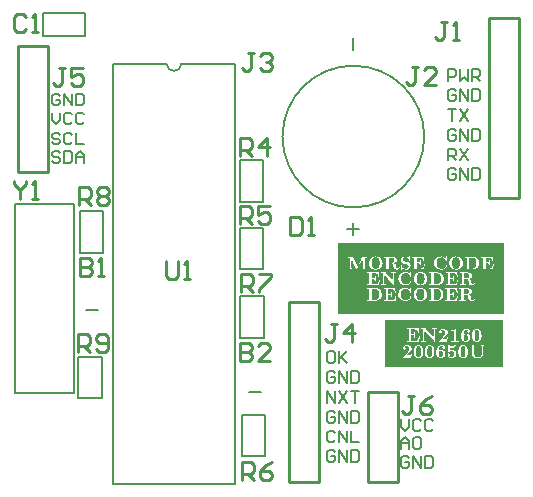
<source format=gto>
G04*
G04 #@! TF.GenerationSoftware,Altium Limited,Altium Designer,23.4.1 (23)*
G04*
G04 Layer_Color=65535*
%FSLAX44Y44*%
%MOMM*%
G71*
G04*
G04 #@! TF.SameCoordinates,86157EB8-D24E-458C-B92A-A00B084831C4*
G04*
G04*
G04 #@! TF.FilePolarity,Positive*
G04*
G01*
G75*
%ADD10C,0.1270*%
%ADD11C,0.2000*%
%ADD12C,0.2540*%
G36*
X419250Y185586D02*
Y172324D01*
Y147886D01*
X279250D01*
Y172324D01*
Y185586D01*
Y207886D01*
X419250D01*
Y185586D01*
D02*
G37*
G36*
X418750Y124369D02*
Y103250D01*
X318750D01*
Y124369D01*
Y143250D01*
X418750D01*
Y124369D01*
D02*
G37*
%LPC*%
G36*
X339547Y196710D02*
X339460D01*
X339416Y196681D01*
X339299Y196623D01*
X339212Y196564D01*
X339197Y196550D01*
X339183Y196535D01*
X338454Y195865D01*
X338250Y196010D01*
X338031Y196141D01*
X337798Y196258D01*
X337565Y196360D01*
X337346Y196433D01*
X337127Y196506D01*
X336690Y196608D01*
X336500Y196637D01*
X336325Y196666D01*
X336165Y196681D01*
X336019Y196695D01*
X335917Y196710D01*
X335757D01*
X335450Y196695D01*
X335159Y196666D01*
X334882Y196623D01*
X334634Y196564D01*
X334386Y196491D01*
X334182Y196418D01*
X333978Y196331D01*
X333803Y196258D01*
X333643Y196171D01*
X333511Y196083D01*
X333395Y196010D01*
X333307Y195937D01*
X333234Y195879D01*
X333176Y195835D01*
X333147Y195806D01*
X333132Y195792D01*
X332972Y195617D01*
X332841Y195442D01*
X332709Y195252D01*
X332607Y195063D01*
X332520Y194873D01*
X332447Y194684D01*
X332345Y194334D01*
X332301Y194173D01*
X332272Y194028D01*
X332257Y193896D01*
X332243Y193780D01*
X332228Y193692D01*
Y193561D01*
X332243Y193342D01*
X332272Y193123D01*
X332301Y192919D01*
X332360Y192730D01*
X332491Y192365D01*
X332651Y192059D01*
X332724Y191928D01*
X332812Y191811D01*
X332884Y191709D01*
X332943Y191622D01*
X333001Y191549D01*
X333045Y191505D01*
X333059Y191476D01*
X333074Y191462D01*
X333264Y191272D01*
X333453Y191112D01*
X333643Y190995D01*
X333803Y190893D01*
X333934Y190805D01*
X334036Y190762D01*
X334095Y190732D01*
X334124Y190718D01*
X334240Y190674D01*
X334357Y190645D01*
X334663Y190557D01*
X334984Y190470D01*
X335305Y190383D01*
X335596Y190310D01*
X335727Y190280D01*
X335844Y190266D01*
X335946Y190237D01*
X336019Y190222D01*
X336063Y190208D01*
X336077D01*
X336281Y190149D01*
X336456Y190106D01*
X336631Y190062D01*
X336777Y190033D01*
X336908Y189989D01*
X337025Y189960D01*
X337127Y189931D01*
X337215Y189916D01*
X337346Y189872D01*
X337448Y189843D01*
X337492Y189829D01*
X337506D01*
X337623Y189799D01*
X337725Y189756D01*
X337827Y189697D01*
X337914Y189654D01*
X337973Y189595D01*
X338031Y189566D01*
X338060Y189537D01*
X338075Y189522D01*
X338191Y189406D01*
X338293Y189275D01*
X338439Y189041D01*
X338556Y188808D01*
X338643Y188604D01*
X338687Y188414D01*
X338702Y188283D01*
X338716Y188225D01*
Y188181D01*
Y188167D01*
Y188152D01*
X338702Y187889D01*
X338643Y187656D01*
X338570Y187437D01*
X338483Y187248D01*
X338381Y187088D01*
X338308Y186971D01*
X338250Y186898D01*
X338235Y186869D01*
X338148Y186767D01*
X338031Y186679D01*
X337798Y186548D01*
X337535Y186446D01*
X337273Y186388D01*
X337040Y186344D01*
X336937Y186329D01*
X336836D01*
X336763Y186315D01*
X336660D01*
X336252Y186329D01*
X336077Y186344D01*
X335902Y186359D01*
X335771Y186373D01*
X335654Y186388D01*
X335596Y186402D01*
X335567D01*
X335363Y186446D01*
X335173Y186490D01*
X334969Y186548D01*
X334794Y186607D01*
X334649Y186650D01*
X334517Y186694D01*
X334444Y186723D01*
X334430Y186738D01*
X334415D01*
X334197Y186854D01*
X333992Y186985D01*
X333817Y187117D01*
X333672Y187248D01*
X333555Y187379D01*
X333468Y187481D01*
X333409Y187540D01*
X333395Y187569D01*
X333264Y187802D01*
X333161Y188035D01*
X333088Y188269D01*
X333030Y188487D01*
X332986Y188677D01*
X332972Y188837D01*
X332957Y188895D01*
Y188939D01*
Y188954D01*
Y188968D01*
Y189041D01*
Y189100D01*
X332943Y189129D01*
Y189143D01*
X332914Y189216D01*
X332899Y189245D01*
X332884D01*
X332855Y189275D01*
X332826Y189289D01*
X332797Y189304D01*
X332782D01*
X332724Y189318D01*
X332666Y189333D01*
X332505D01*
X332432Y189318D01*
X332374Y189304D01*
X332330Y189289D01*
X332287Y189260D01*
X332272Y189245D01*
X332257Y189216D01*
X332243Y189158D01*
X332228Y189041D01*
Y185936D01*
X332243Y185863D01*
X332257Y185746D01*
X332272Y185688D01*
Y185673D01*
X332301Y185644D01*
X332330Y185630D01*
X332418Y185600D01*
X332505Y185586D01*
X332534D01*
X332651Y185615D01*
X332753Y185659D01*
X332826Y185717D01*
X332855Y185732D01*
X333643Y186432D01*
X333861Y186286D01*
X334095Y186154D01*
X334342Y186038D01*
X334590Y185950D01*
X334853Y185863D01*
X335101Y185790D01*
X335582Y185688D01*
X335815Y185659D01*
X336019Y185630D01*
X336208Y185615D01*
X336369Y185600D01*
X336500Y185586D01*
X336690D01*
X337025Y185600D01*
X337346Y185630D01*
X337637Y185673D01*
X337900Y185746D01*
X338162Y185819D01*
X338381Y185907D01*
X338585Y185994D01*
X338775Y186096D01*
X338935Y186184D01*
X339081Y186271D01*
X339197Y186359D01*
X339299Y186432D01*
X339372Y186504D01*
X339431Y186548D01*
X339460Y186577D01*
X339474Y186592D01*
X339635Y186781D01*
X339781Y186985D01*
X339912Y187190D01*
X340014Y187379D01*
X340101Y187583D01*
X340174Y187773D01*
X340291Y188137D01*
X340335Y188312D01*
X340364Y188458D01*
X340378Y188604D01*
X340393Y188720D01*
X340407Y188808D01*
Y188939D01*
X340393Y189172D01*
X340378Y189406D01*
X340335Y189624D01*
X340276Y189829D01*
X340145Y190193D01*
X340058Y190368D01*
X339985Y190528D01*
X339912Y190660D01*
X339824Y190776D01*
X339751Y190893D01*
X339693Y190980D01*
X339635Y191053D01*
X339606Y191097D01*
X339576Y191126D01*
X339562Y191141D01*
X339402Y191301D01*
X339241Y191462D01*
X339066Y191593D01*
X338891Y191709D01*
X338556Y191913D01*
X338235Y192059D01*
X337958Y192176D01*
X337841Y192205D01*
X337739Y192249D01*
X337652Y192263D01*
X337594Y192278D01*
X337550Y192292D01*
X337535D01*
X335261Y192774D01*
X335071Y192832D01*
X334896Y192919D01*
X334736Y193007D01*
X334605Y193094D01*
X334488Y193182D01*
X334401Y193255D01*
X334342Y193313D01*
X334328Y193328D01*
X334197Y193503D01*
X334095Y193678D01*
X334022Y193853D01*
X333978Y194028D01*
X333949Y194173D01*
X333920Y194305D01*
Y194377D01*
Y194407D01*
X333934Y194640D01*
X333992Y194844D01*
X334065Y195048D01*
X334153Y195208D01*
X334226Y195354D01*
X334299Y195456D01*
X334357Y195515D01*
X334371Y195544D01*
X334561Y195719D01*
X334794Y195835D01*
X335042Y195923D01*
X335290Y195996D01*
X335523Y196025D01*
X335611Y196040D01*
X335698D01*
X335771Y196054D01*
X335873D01*
X336121Y196040D01*
X336369Y196025D01*
X336588Y195981D01*
X336777Y195952D01*
X336937Y195908D01*
X337054Y195865D01*
X337127Y195850D01*
X337156Y195835D01*
X337375Y195748D01*
X337579Y195617D01*
X337769Y195485D01*
X337943Y195340D01*
X338075Y195208D01*
X338191Y195106D01*
X338250Y195033D01*
X338279Y195019D01*
Y195004D01*
X338468Y194757D01*
X338614Y194479D01*
X338745Y194217D01*
X338833Y193955D01*
X338906Y193721D01*
X338935Y193619D01*
X338964Y193532D01*
X338979Y193473D01*
Y193415D01*
X338993Y193386D01*
Y193371D01*
X339008Y193269D01*
X339022Y193182D01*
X339052Y193123D01*
X339066Y193080D01*
X339081Y193022D01*
X339095Y193007D01*
X339124Y192992D01*
X339168Y192978D01*
X339285Y192963D01*
X339518D01*
X339591Y192978D01*
X339649Y192992D01*
X339708Y193007D01*
X339751Y193022D01*
X339766Y193036D01*
X339781Y193065D01*
X339795Y193123D01*
X339824Y193240D01*
Y193298D01*
Y193342D01*
Y193371D01*
Y193386D01*
Y196273D01*
Y196360D01*
X339810Y196433D01*
X339795Y196550D01*
X339781Y196608D01*
X339766Y196623D01*
X339737Y196652D01*
X339708Y196681D01*
X339620Y196695D01*
X339547Y196710D01*
D02*
G37*
G36*
X370879D02*
X370850D01*
X370748Y196681D01*
X370646Y196637D01*
X370587Y196593D01*
X370558Y196564D01*
X369538Y195646D01*
X369275Y195835D01*
X369013Y195996D01*
X368750Y196141D01*
X368488Y196258D01*
X368225Y196360D01*
X367963Y196448D01*
X367715Y196521D01*
X367482Y196579D01*
X367263Y196623D01*
X367059Y196652D01*
X366884Y196681D01*
X366724Y196695D01*
X366607Y196710D01*
X366432D01*
X365907Y196695D01*
X365411Y196637D01*
X364930Y196564D01*
X364493Y196462D01*
X364085Y196346D01*
X363706Y196214D01*
X363356Y196083D01*
X363050Y195937D01*
X362773Y195792D01*
X362525Y195646D01*
X362306Y195515D01*
X362146Y195398D01*
X362000Y195296D01*
X361898Y195223D01*
X361839Y195165D01*
X361825Y195150D01*
X361519Y194844D01*
X361256Y194538D01*
X361038Y194202D01*
X360834Y193867D01*
X360673Y193532D01*
X360542Y193196D01*
X360425Y192876D01*
X360338Y192570D01*
X360265Y192278D01*
X360207Y192001D01*
X360177Y191753D01*
X360148Y191549D01*
X360134Y191374D01*
X360119Y191257D01*
Y191141D01*
X360134Y190689D01*
X360192Y190266D01*
X360280Y189858D01*
X360382Y189479D01*
X360513Y189114D01*
X360658Y188793D01*
X360819Y188487D01*
X360979Y188210D01*
X361125Y187962D01*
X361286Y187744D01*
X361431Y187569D01*
X361562Y187408D01*
X361665Y187292D01*
X361752Y187204D01*
X361810Y187146D01*
X361825Y187131D01*
X362160Y186854D01*
X362510Y186621D01*
X362889Y186417D01*
X363268Y186242D01*
X363647Y186082D01*
X364026Y185965D01*
X364406Y185863D01*
X364770Y185775D01*
X365105Y185717D01*
X365426Y185673D01*
X365703Y185630D01*
X365951Y185615D01*
X366155Y185600D01*
X366301Y185586D01*
X366432D01*
X366811Y185600D01*
X367176Y185630D01*
X367525Y185688D01*
X367846Y185761D01*
X368138Y185848D01*
X368429Y185950D01*
X368677Y186052D01*
X368911Y186154D01*
X369115Y186257D01*
X369304Y186359D01*
X369465Y186461D01*
X369596Y186548D01*
X369698Y186621D01*
X369771Y186679D01*
X369814Y186709D01*
X369829Y186723D01*
X370062Y186942D01*
X370266Y187160D01*
X370441Y187394D01*
X370587Y187612D01*
X370718Y187831D01*
X370821Y188050D01*
X370908Y188254D01*
X370981Y188458D01*
X371025Y188633D01*
X371068Y188808D01*
X371097Y188954D01*
X371127Y189070D01*
Y189172D01*
X371141Y189260D01*
Y189391D01*
X371127Y189450D01*
X371097Y189537D01*
X371068Y189581D01*
X371054Y189595D01*
X370981Y189624D01*
X370879Y189654D01*
X370646D01*
X370558Y189639D01*
X370514Y189624D01*
X370500Y189610D01*
X370456Y189552D01*
X370427Y189479D01*
X370412Y189406D01*
Y189391D01*
Y189377D01*
X370383Y189114D01*
X370339Y188866D01*
X370266Y188633D01*
X370194Y188414D01*
X370106Y188210D01*
X370004Y188021D01*
X369902Y187846D01*
X369785Y187700D01*
X369683Y187569D01*
X369581Y187452D01*
X369494Y187350D01*
X369406Y187262D01*
X369333Y187204D01*
X369275Y187160D01*
X369246Y187131D01*
X369231Y187117D01*
X369027Y186971D01*
X368823Y186854D01*
X368604Y186752D01*
X368400Y186650D01*
X367992Y186504D01*
X367613Y186417D01*
X367453Y186388D01*
X367292Y186359D01*
X367161Y186344D01*
X367044Y186329D01*
X366942Y186315D01*
X366811D01*
X366403Y186329D01*
X366024Y186373D01*
X365659Y186432D01*
X365339Y186519D01*
X365032Y186621D01*
X364755Y186738D01*
X364508Y186854D01*
X364274Y186985D01*
X364085Y187102D01*
X363910Y187219D01*
X363764Y187335D01*
X363647Y187437D01*
X363545Y187525D01*
X363487Y187583D01*
X363443Y187627D01*
X363429Y187642D01*
X363268Y187875D01*
X363122Y188123D01*
X363006Y188385D01*
X362904Y188662D01*
X362816Y188954D01*
X362729Y189245D01*
X362627Y189814D01*
X362583Y190091D01*
X362554Y190339D01*
X362539Y190557D01*
X362525Y190762D01*
X362510Y190922D01*
Y191039D01*
Y191112D01*
Y191141D01*
X362525Y191607D01*
X362554Y192030D01*
X362612Y192424D01*
X362671Y192774D01*
X362743Y193109D01*
X362831Y193401D01*
X362933Y193678D01*
X363035Y193911D01*
X363122Y194115D01*
X363224Y194290D01*
X363312Y194436D01*
X363385Y194567D01*
X363443Y194654D01*
X363502Y194713D01*
X363531Y194757D01*
X363545Y194771D01*
X363779Y194990D01*
X364026Y195165D01*
X364289Y195340D01*
X364551Y195471D01*
X364814Y195588D01*
X365091Y195690D01*
X365353Y195762D01*
X365601Y195835D01*
X365834Y195879D01*
X366053Y195923D01*
X366257Y195937D01*
X366418Y195967D01*
X366563D01*
X366665Y195981D01*
X366753D01*
X367001Y195967D01*
X367234Y195937D01*
X367453Y195894D01*
X367671Y195850D01*
X368065Y195704D01*
X368240Y195631D01*
X368400Y195544D01*
X368546Y195456D01*
X368677Y195383D01*
X368794Y195310D01*
X368881Y195238D01*
X368954Y195194D01*
X369013Y195150D01*
X369042Y195121D01*
X369056Y195106D01*
X369231Y194946D01*
X369392Y194757D01*
X369538Y194567D01*
X369669Y194377D01*
X369887Y193998D01*
X370062Y193619D01*
X370121Y193459D01*
X370179Y193298D01*
X370223Y193153D01*
X370252Y193036D01*
X370281Y192934D01*
X370296Y192847D01*
X370310Y192803D01*
Y192788D01*
X370325Y192715D01*
X370339Y192642D01*
X370369Y192570D01*
X370383Y192526D01*
X370398Y192511D01*
X370427Y192497D01*
X370471Y192482D01*
X370573Y192467D01*
X370806D01*
X370893Y192482D01*
X370952D01*
X370995Y192497D01*
X371054Y192511D01*
X371068Y192526D01*
X371097Y192555D01*
X371112Y192613D01*
X371127Y192745D01*
X371141Y192803D01*
Y196360D01*
X371127Y196433D01*
X371112Y196550D01*
X371097Y196608D01*
X371083Y196623D01*
X371025Y196681D01*
X370952Y196695D01*
X370879Y196710D01*
D02*
G37*
G36*
X409894Y196448D02*
X400140D01*
Y195719D01*
X401831D01*
Y186490D01*
X400140D01*
Y185761D01*
X410156D01*
X410885Y190062D01*
X410142D01*
X410098Y189843D01*
X410054Y189639D01*
X410010Y189464D01*
X409981Y189318D01*
X409952Y189202D01*
X409938Y189114D01*
X409923Y189056D01*
Y189041D01*
X409850Y188735D01*
X409806Y188589D01*
X409777Y188458D01*
X409734Y188341D01*
X409704Y188254D01*
X409690Y188196D01*
X409675Y188181D01*
X409617Y188021D01*
X409544Y187875D01*
X409471Y187758D01*
X409398Y187642D01*
X409340Y187569D01*
X409296Y187496D01*
X409267Y187467D01*
X409252Y187452D01*
X409048Y187248D01*
X408829Y187088D01*
X408742Y187015D01*
X408669Y186971D01*
X408625Y186942D01*
X408611Y186927D01*
X408465Y186840D01*
X408305Y186781D01*
X408159Y186723D01*
X408013Y186679D01*
X407882Y186636D01*
X407780Y186607D01*
X407721Y186592D01*
X407692D01*
X407488Y186563D01*
X407270Y186534D01*
X407065Y186519D01*
X406861Y186504D01*
X406686Y186490D01*
X404062D01*
Y190937D01*
X405112D01*
X405287Y190922D01*
X405433Y190893D01*
X405578Y190864D01*
X405709Y190835D01*
X405812Y190805D01*
X406001Y190718D01*
X406132Y190645D01*
X406220Y190572D01*
X406264Y190514D01*
X406278Y190499D01*
X406380Y190324D01*
X406468Y190106D01*
X406526Y189872D01*
X406555Y189639D01*
X406584Y189435D01*
X406599Y189260D01*
Y189187D01*
Y189143D01*
Y189114D01*
Y189100D01*
X407328D01*
Y193503D01*
X406599D01*
X406584Y193153D01*
X406555Y192861D01*
X406497Y192613D01*
X406438Y192424D01*
X406380Y192278D01*
X406322Y192176D01*
X406293Y192103D01*
X406278Y192088D01*
X406220Y192015D01*
X406132Y191943D01*
X405943Y191840D01*
X405709Y191768D01*
X405491Y191724D01*
X405272Y191695D01*
X405097Y191666D01*
X404062D01*
Y195719D01*
X406701D01*
X406949Y195690D01*
X407168Y195675D01*
X407357Y195646D01*
X407503Y195617D01*
X407619Y195602D01*
X407678Y195573D01*
X407707D01*
X407896Y195515D01*
X408071Y195456D01*
X408217Y195398D01*
X408348Y195340D01*
X408451Y195281D01*
X408523Y195238D01*
X408567Y195208D01*
X408582Y195194D01*
X408698Y195106D01*
X408815Y194990D01*
X408902Y194888D01*
X408990Y194786D01*
X409048Y194698D01*
X409092Y194625D01*
X409121Y194567D01*
X409136Y194552D01*
X409282Y194246D01*
X409340Y194115D01*
X409384Y193984D01*
X409413Y193882D01*
X409442Y193794D01*
X409456Y193736D01*
Y193721D01*
X409500Y193561D01*
X409529Y193386D01*
X409558Y193211D01*
X409588Y193051D01*
X409602Y192890D01*
X409617Y192774D01*
X409631Y192701D01*
Y192686D01*
Y192672D01*
X410375D01*
X409894Y196448D01*
D02*
G37*
G36*
X351619D02*
X341865D01*
Y195719D01*
X343557D01*
Y186490D01*
X341865D01*
Y185761D01*
X351882D01*
X352611Y190062D01*
X351867D01*
X351823Y189843D01*
X351780Y189639D01*
X351736Y189464D01*
X351707Y189318D01*
X351678Y189202D01*
X351663Y189114D01*
X351648Y189056D01*
Y189041D01*
X351575Y188735D01*
X351532Y188589D01*
X351502Y188458D01*
X351459Y188341D01*
X351430Y188254D01*
X351415Y188196D01*
X351400Y188181D01*
X351342Y188021D01*
X351269Y187875D01*
X351196Y187758D01*
X351124Y187642D01*
X351065Y187569D01*
X351021Y187496D01*
X350992Y187467D01*
X350978Y187452D01*
X350774Y187248D01*
X350555Y187088D01*
X350467Y187015D01*
X350395Y186971D01*
X350351Y186942D01*
X350336Y186927D01*
X350190Y186840D01*
X350030Y186781D01*
X349884Y186723D01*
X349738Y186679D01*
X349607Y186636D01*
X349505Y186607D01*
X349447Y186592D01*
X349418D01*
X349214Y186563D01*
X348995Y186534D01*
X348791Y186519D01*
X348587Y186504D01*
X348412Y186490D01*
X345787D01*
Y190937D01*
X346837D01*
X347012Y190922D01*
X347158Y190893D01*
X347304Y190864D01*
X347435Y190835D01*
X347537Y190805D01*
X347726Y190718D01*
X347858Y190645D01*
X347945Y190572D01*
X347989Y190514D01*
X348003Y190499D01*
X348106Y190324D01*
X348193Y190106D01*
X348251Y189872D01*
X348280Y189639D01*
X348310Y189435D01*
X348324Y189260D01*
Y189187D01*
Y189143D01*
Y189114D01*
Y189100D01*
X349053D01*
Y193503D01*
X348324D01*
X348310Y193153D01*
X348280Y192861D01*
X348222Y192613D01*
X348164Y192424D01*
X348106Y192278D01*
X348047Y192176D01*
X348018Y192103D01*
X348003Y192088D01*
X347945Y192015D01*
X347858Y191943D01*
X347668Y191840D01*
X347435Y191768D01*
X347216Y191724D01*
X346997Y191695D01*
X346823Y191666D01*
X345787D01*
Y195719D01*
X348426D01*
X348674Y195690D01*
X348893Y195675D01*
X349082Y195646D01*
X349228Y195617D01*
X349345Y195602D01*
X349403Y195573D01*
X349432D01*
X349622Y195515D01*
X349797Y195456D01*
X349943Y195398D01*
X350074Y195340D01*
X350176Y195281D01*
X350249Y195238D01*
X350292Y195208D01*
X350307Y195194D01*
X350424Y195106D01*
X350540Y194990D01*
X350628Y194888D01*
X350715Y194786D01*
X350774Y194698D01*
X350817Y194625D01*
X350846Y194567D01*
X350861Y194552D01*
X351007Y194246D01*
X351065Y194115D01*
X351109Y193984D01*
X351138Y193882D01*
X351167Y193794D01*
X351182Y193736D01*
Y193721D01*
X351226Y193561D01*
X351255Y193386D01*
X351284Y193211D01*
X351313Y193051D01*
X351328Y192890D01*
X351342Y192774D01*
X351357Y192701D01*
Y192686D01*
Y192672D01*
X352100D01*
X351619Y196448D01*
D02*
G37*
G36*
X303477Y196535D02*
X300007D01*
X299818Y196521D01*
X299687Y196506D01*
X299599Y196477D01*
X299570Y196462D01*
X299526Y196433D01*
X299482Y196389D01*
X299395Y196287D01*
X299337Y196185D01*
X299322Y196156D01*
Y196141D01*
X295546Y187817D01*
X291784Y196141D01*
X291712Y196258D01*
X291653Y196346D01*
X291610Y196389D01*
X291595Y196404D01*
X291522Y196462D01*
X291449Y196491D01*
X291405Y196506D01*
X291391D01*
X291303Y196521D01*
X291216Y196535D01*
X287615D01*
Y195806D01*
X289306D01*
Y186942D01*
Y186854D01*
X289291Y186781D01*
X289277Y186723D01*
Y186679D01*
X289248Y186636D01*
X289233Y186621D01*
X289204Y186607D01*
X289146Y186577D01*
X289029Y186563D01*
X288956Y186548D01*
X288912Y186534D01*
X288854D01*
X288548Y186504D01*
X288402D01*
X288271Y186490D01*
X287615D01*
Y185761D01*
X287731Y185775D01*
X287877D01*
X288183Y185790D01*
X288533D01*
X288883Y185805D01*
X290647D01*
X290851Y185790D01*
X291318D01*
X291435Y185775D01*
X291697D01*
X291755Y185761D01*
X291828D01*
Y186490D01*
X291435D01*
X291128Y186504D01*
X290983D01*
X290866Y186519D01*
X290749D01*
X290676Y186534D01*
X290604D01*
X290487Y186548D01*
X290399Y186563D01*
X290326Y186577D01*
X290268Y186592D01*
X290239Y186607D01*
X290210D01*
X290195Y186621D01*
X290181Y186650D01*
X290166Y186694D01*
X290152Y186811D01*
X290137Y186898D01*
Y186927D01*
Y186942D01*
Y195588D01*
X290152D01*
X294423Y186140D01*
X294496Y186009D01*
X294569Y185921D01*
X294657Y185848D01*
X294730Y185805D01*
X294802Y185775D01*
X294861Y185761D01*
X294919D01*
X295036Y185775D01*
X295138Y185819D01*
X295225Y185877D01*
X295298Y185950D01*
X295357Y186009D01*
X295400Y186067D01*
X295415Y186111D01*
X295429Y186125D01*
X299803Y195806D01*
X299832D01*
Y186490D01*
X298200D01*
Y185761D01*
X298316Y185775D01*
X298652D01*
X298841Y185790D01*
X299278D01*
X299716Y185805D01*
X302121D01*
X302369Y185790D01*
X302938D01*
X303069Y185775D01*
X303361D01*
X303404Y185761D01*
X303477D01*
Y186490D01*
X301844D01*
Y195806D01*
X303477D01*
Y196535D01*
D02*
G37*
G36*
X393157D02*
X386289D01*
Y195806D01*
X387995D01*
Y186490D01*
X386289D01*
Y185761D01*
X393069D01*
X393506Y185775D01*
X393929Y185819D01*
X394323Y185892D01*
X394687Y185979D01*
X395037Y186082D01*
X395358Y186198D01*
X395664Y186329D01*
X395927Y186461D01*
X396174Y186592D01*
X396379Y186723D01*
X396568Y186840D01*
X396714Y186942D01*
X396830Y187029D01*
X396918Y187102D01*
X396976Y187146D01*
X396991Y187160D01*
X397268Y187437D01*
X397501Y187729D01*
X397705Y188050D01*
X397880Y188371D01*
X398026Y188691D01*
X398143Y189012D01*
X398245Y189333D01*
X398332Y189624D01*
X398391Y189916D01*
X398434Y190179D01*
X398478Y190426D01*
X398493Y190630D01*
X398507Y190805D01*
X398522Y190937D01*
Y191039D01*
X398507Y191505D01*
X398449Y191943D01*
X398376Y192351D01*
X398274Y192730D01*
X398157Y193094D01*
X398026Y193430D01*
X397895Y193721D01*
X397749Y193998D01*
X397603Y194232D01*
X397472Y194450D01*
X397341Y194625D01*
X397224Y194786D01*
X397122Y194902D01*
X397049Y194975D01*
X396991Y195033D01*
X396976Y195048D01*
X396685Y195310D01*
X396364Y195544D01*
X396043Y195733D01*
X395708Y195908D01*
X395387Y196054D01*
X395052Y196171D01*
X394746Y196273D01*
X394440Y196346D01*
X394148Y196404D01*
X393885Y196462D01*
X393652Y196491D01*
X393448Y196506D01*
X393288Y196521D01*
X393157Y196535D01*
D02*
G37*
G36*
X379043Y196710D02*
X378927D01*
X378446Y196695D01*
X377979Y196637D01*
X377556Y196564D01*
X377148Y196462D01*
X376769Y196346D01*
X376434Y196214D01*
X376113Y196083D01*
X375821Y195937D01*
X375574Y195792D01*
X375340Y195646D01*
X375151Y195515D01*
X375005Y195398D01*
X374874Y195296D01*
X374786Y195223D01*
X374728Y195165D01*
X374713Y195150D01*
X374436Y194844D01*
X374203Y194523D01*
X373984Y194188D01*
X373809Y193853D01*
X373663Y193517D01*
X373532Y193167D01*
X373430Y192847D01*
X373343Y192526D01*
X373284Y192220D01*
X373241Y191943D01*
X373197Y191695D01*
X373182Y191491D01*
X373168Y191316D01*
X373153Y191185D01*
Y191068D01*
X373168Y190616D01*
X373226Y190193D01*
X373299Y189785D01*
X373401Y189406D01*
X373518Y189056D01*
X373649Y188720D01*
X373795Y188429D01*
X373941Y188152D01*
X374086Y187904D01*
X374218Y187700D01*
X374349Y187510D01*
X374465Y187365D01*
X374567Y187248D01*
X374640Y187160D01*
X374699Y187102D01*
X374713Y187088D01*
X375019Y186825D01*
X375340Y186592D01*
X375676Y186388D01*
X376025Y186213D01*
X376375Y186082D01*
X376725Y185950D01*
X377075Y185848D01*
X377396Y185775D01*
X377702Y185717D01*
X377994Y185659D01*
X378256Y185630D01*
X378475Y185615D01*
X378664Y185600D01*
X378796Y185586D01*
X378912D01*
X379393Y185600D01*
X379860Y185659D01*
X380297Y185732D01*
X380691Y185819D01*
X381070Y185936D01*
X381420Y186067D01*
X381741Y186198D01*
X382018Y186344D01*
X382280Y186490D01*
X382499Y186621D01*
X382688Y186752D01*
X382849Y186869D01*
X382965Y186956D01*
X383053Y187044D01*
X383111Y187088D01*
X383126Y187102D01*
X383403Y187394D01*
X383636Y187715D01*
X383855Y188035D01*
X384030Y188371D01*
X384175Y188706D01*
X384307Y189027D01*
X384409Y189347D01*
X384496Y189654D01*
X384554Y189945D01*
X384598Y190222D01*
X384642Y190455D01*
X384657Y190660D01*
X384671Y190835D01*
X384686Y190966D01*
Y191068D01*
X384671Y191534D01*
X384613Y191972D01*
X384540Y192395D01*
X384438Y192788D01*
X384321Y193153D01*
X384190Y193488D01*
X384044Y193794D01*
X383898Y194071D01*
X383738Y194319D01*
X383607Y194538D01*
X383461Y194727D01*
X383344Y194888D01*
X383242Y195004D01*
X383169Y195092D01*
X383111Y195150D01*
X383097Y195165D01*
X382790Y195442D01*
X382470Y195675D01*
X382134Y195879D01*
X381784Y196054D01*
X381435Y196214D01*
X381085Y196331D01*
X380749Y196433D01*
X380429Y196521D01*
X380108Y196579D01*
X379831Y196623D01*
X379583Y196666D01*
X379364Y196681D01*
X379175Y196695D01*
X379043Y196710D01*
D02*
G37*
G36*
X324457Y196535D02*
X318305D01*
Y195806D01*
X319996D01*
Y186490D01*
X318305D01*
Y185761D01*
X318421Y185775D01*
X318757D01*
X318961Y185790D01*
X319413D01*
X319879Y185805D01*
X322402D01*
X322664Y185790D01*
X323262D01*
X323408Y185775D01*
X323699D01*
X323743Y185761D01*
X323816D01*
Y186490D01*
X322125D01*
Y190864D01*
X323991D01*
X324312Y190835D01*
X324603Y190776D01*
X324837Y190689D01*
X325041Y190601D01*
X325201Y190499D01*
X325318Y190412D01*
X325376Y190353D01*
X325405Y190324D01*
X325536Y190179D01*
X325638Y190018D01*
X325711Y189858D01*
X325755Y189697D01*
X325799Y189566D01*
X325813Y189464D01*
X325828Y189391D01*
Y189362D01*
X325843Y189172D01*
X325857Y189027D01*
Y188925D01*
X325872Y188852D01*
Y188808D01*
Y188793D01*
Y188779D01*
Y188764D01*
Y188750D01*
X325886Y188662D01*
Y188560D01*
X325901Y188429D01*
Y188298D01*
X325915Y188181D01*
Y188094D01*
Y188079D01*
Y188064D01*
X325945Y187817D01*
X325959Y187598D01*
X325988Y187408D01*
X326017Y187262D01*
X326032Y187146D01*
X326047Y187073D01*
X326061Y187015D01*
Y187000D01*
X326149Y186767D01*
X326207Y186665D01*
X326251Y186577D01*
X326309Y186504D01*
X326338Y186461D01*
X326367Y186432D01*
X326382Y186417D01*
X326571Y186257D01*
X326776Y186125D01*
X326863Y186067D01*
X326936Y186023D01*
X326980Y186009D01*
X326994Y185994D01*
X327155Y185921D01*
X327315Y185863D01*
X327679Y185761D01*
X328059Y185688D01*
X328423Y185644D01*
X328598Y185615D01*
X328744D01*
X328890Y185600D01*
X329021Y185586D01*
X329429D01*
X329589Y185615D01*
X329735Y185630D01*
X329852Y185659D01*
X329954Y185688D01*
X330041Y185702D01*
X330085Y185732D01*
X330100D01*
X330231Y185790D01*
X330348Y185848D01*
X330450Y185907D01*
X330522Y185965D01*
X330595Y186009D01*
X330639Y186052D01*
X330654Y186067D01*
X330668Y186082D01*
X330799Y186242D01*
X330887Y186402D01*
X330931Y186461D01*
X330960Y186504D01*
X330975Y186534D01*
Y186548D01*
X331047Y186723D01*
X331091Y186854D01*
X331120Y186942D01*
Y186956D01*
Y186971D01*
X331149Y187088D01*
X331164Y187175D01*
Y187248D01*
X331149Y187365D01*
X331106Y187452D01*
X331047Y187510D01*
X330975Y187554D01*
X330902Y187583D01*
X330843Y187598D01*
X330785D01*
X330683Y187583D01*
X330610Y187569D01*
X330566Y187554D01*
X330552Y187540D01*
X330508Y187496D01*
X330479Y187452D01*
X330450Y187423D01*
Y187408D01*
X330435Y187350D01*
Y187306D01*
X330420Y187248D01*
Y187233D01*
X330391Y187044D01*
X330348Y186884D01*
X330289Y186752D01*
X330231Y186636D01*
X330173Y186548D01*
X330114Y186490D01*
X330085Y186446D01*
X330070Y186432D01*
X329968Y186344D01*
X329852Y186271D01*
X329735Y186227D01*
X329633Y186184D01*
X329546Y186169D01*
X329473Y186154D01*
X329414D01*
X329298Y186169D01*
X329196Y186184D01*
X329094Y186213D01*
X329021Y186242D01*
X328948Y186271D01*
X328904Y186286D01*
X328875Y186315D01*
X328860D01*
X328787Y186388D01*
X328715Y186461D01*
X328613Y186621D01*
X328569Y186679D01*
X328554Y186738D01*
X328525Y186781D01*
Y186796D01*
X328452Y187015D01*
X328423Y187117D01*
X328409Y187190D01*
X328394Y187262D01*
X328379Y187306D01*
Y187335D01*
Y187350D01*
X328350Y187540D01*
X328321Y187729D01*
X328306Y187817D01*
Y187875D01*
X328292Y187919D01*
Y187933D01*
X328277Y187992D01*
Y188079D01*
X328248Y188196D01*
X328233Y188312D01*
X328219Y188429D01*
X328204Y188531D01*
X328190Y188589D01*
Y188618D01*
X328161Y188823D01*
X328146Y188983D01*
X328117Y189085D01*
Y189172D01*
X328102Y189216D01*
Y189245D01*
Y189260D01*
X328044Y189493D01*
X327957Y189697D01*
X327840Y189901D01*
X327709Y190076D01*
X327577Y190251D01*
X327432Y190397D01*
X327271Y190528D01*
X327111Y190660D01*
X326965Y190762D01*
X326819Y190849D01*
X326688Y190922D01*
X326571Y190995D01*
X326469Y191039D01*
X326396Y191068D01*
X326338Y191097D01*
X326324D01*
X326557Y191155D01*
X326776Y191228D01*
X326980Y191316D01*
X327184Y191389D01*
X327359Y191476D01*
X327519Y191563D01*
X327650Y191636D01*
X327781Y191724D01*
X327898Y191797D01*
X328000Y191870D01*
X328088Y191928D01*
X328161Y191986D01*
X328204Y192045D01*
X328248Y192074D01*
X328277Y192088D01*
Y192103D01*
X328394Y192234D01*
X328496Y192365D01*
X328656Y192628D01*
X328773Y192890D01*
X328846Y193123D01*
X328904Y193328D01*
X328919Y193488D01*
X328933Y193546D01*
Y193590D01*
Y193619D01*
Y193634D01*
X328919Y193867D01*
X328875Y194086D01*
X328817Y194290D01*
X328729Y194479D01*
X328642Y194669D01*
X328540Y194829D01*
X328306Y195135D01*
X328175Y195267D01*
X328073Y195383D01*
X327957Y195471D01*
X327869Y195558D01*
X327781Y195617D01*
X327723Y195660D01*
X327679Y195690D01*
X327665Y195704D01*
X327417Y195850D01*
X327155Y195981D01*
X326892Y196083D01*
X326601Y196185D01*
X326324Y196273D01*
X326032Y196331D01*
X325755Y196389D01*
X325493Y196433D01*
X325230Y196462D01*
X324997Y196491D01*
X324793Y196506D01*
X324618Y196521D01*
X324457Y196535D01*
D02*
G37*
G36*
X311044Y196710D02*
X310928D01*
X310446Y196695D01*
X309980Y196637D01*
X309557Y196564D01*
X309149Y196462D01*
X308770Y196346D01*
X308434Y196214D01*
X308114Y196083D01*
X307822Y195937D01*
X307574Y195792D01*
X307341Y195646D01*
X307151Y195515D01*
X307006Y195398D01*
X306874Y195296D01*
X306787Y195223D01*
X306729Y195165D01*
X306714Y195150D01*
X306437Y194844D01*
X306204Y194523D01*
X305985Y194188D01*
X305810Y193853D01*
X305664Y193517D01*
X305533Y193167D01*
X305431Y192847D01*
X305343Y192526D01*
X305285Y192220D01*
X305242Y191943D01*
X305198Y191695D01*
X305183Y191491D01*
X305169Y191316D01*
X305154Y191185D01*
Y191068D01*
X305169Y190616D01*
X305227Y190193D01*
X305300Y189785D01*
X305402Y189406D01*
X305518Y189056D01*
X305650Y188720D01*
X305795Y188429D01*
X305941Y188152D01*
X306087Y187904D01*
X306218Y187700D01*
X306350Y187510D01*
X306466Y187365D01*
X306568Y187248D01*
X306641Y187160D01*
X306699Y187102D01*
X306714Y187088D01*
X307020Y186825D01*
X307341Y186592D01*
X307676Y186388D01*
X308026Y186213D01*
X308376Y186082D01*
X308726Y185950D01*
X309076Y185848D01*
X309397Y185775D01*
X309703Y185717D01*
X309994Y185659D01*
X310257Y185630D01*
X310476Y185615D01*
X310665Y185600D01*
X310796Y185586D01*
X310913D01*
X311394Y185600D01*
X311861Y185659D01*
X312298Y185732D01*
X312692Y185819D01*
X313071Y185936D01*
X313421Y186067D01*
X313741Y186198D01*
X314018Y186344D01*
X314281Y186490D01*
X314499Y186621D01*
X314689Y186752D01*
X314849Y186869D01*
X314966Y186956D01*
X315054Y187044D01*
X315112Y187088D01*
X315126Y187102D01*
X315403Y187394D01*
X315637Y187715D01*
X315855Y188035D01*
X316030Y188371D01*
X316176Y188706D01*
X316307Y189027D01*
X316409Y189347D01*
X316497Y189654D01*
X316555Y189945D01*
X316599Y190222D01*
X316643Y190455D01*
X316657Y190660D01*
X316672Y190835D01*
X316686Y190966D01*
Y191068D01*
X316672Y191534D01*
X316614Y191972D01*
X316541Y192395D01*
X316439Y192788D01*
X316322Y193153D01*
X316191Y193488D01*
X316045Y193794D01*
X315899Y194071D01*
X315739Y194319D01*
X315608Y194538D01*
X315462Y194727D01*
X315345Y194888D01*
X315243Y195004D01*
X315170Y195092D01*
X315112Y195150D01*
X315097Y195165D01*
X314791Y195442D01*
X314470Y195675D01*
X314135Y195879D01*
X313785Y196054D01*
X313435Y196214D01*
X313085Y196331D01*
X312750Y196433D01*
X312429Y196521D01*
X312108Y196579D01*
X311831Y196623D01*
X311584Y196666D01*
X311365Y196681D01*
X311175Y196695D01*
X311044Y196710D01*
D02*
G37*
G36*
X328438Y183274D02*
X328321Y183259D01*
X328175D01*
X327854Y183244D01*
X327505Y183230D01*
X327169D01*
X326848Y183215D01*
X325595D01*
X325376Y183230D01*
X325011D01*
X324866Y183244D01*
X324603D01*
X324501Y183259D01*
X324341D01*
X324297Y183274D01*
X324224D01*
Y182545D01*
X324618D01*
X324909Y182530D01*
X325055D01*
X325172Y182515D01*
X325274Y182501D01*
X325361D01*
X325420Y182486D01*
X325434D01*
X325551Y182472D01*
X325653Y182457D01*
X325711Y182442D01*
X325770Y182428D01*
X325813Y182413D01*
X325828D01*
X325843Y182399D01*
X325872Y182370D01*
X325886Y182326D01*
X325901Y182224D01*
X325915Y182122D01*
Y182093D01*
Y182078D01*
Y175707D01*
X319646Y183055D01*
X319559Y183142D01*
X319500Y183201D01*
X319457Y183230D01*
X319442D01*
X319413Y183244D01*
X319369Y183259D01*
X319267Y183274D01*
X315549D01*
Y182545D01*
X317241D01*
Y173680D01*
Y173593D01*
X317226Y173520D01*
X317211Y173461D01*
Y173418D01*
X317182Y173374D01*
X317168Y173359D01*
X317138Y173345D01*
X317080Y173316D01*
X316964Y173301D01*
X316891Y173286D01*
X316847Y173272D01*
X316789D01*
X316482Y173243D01*
X316337D01*
X316205Y173228D01*
X315549D01*
Y172499D01*
X315666Y172514D01*
X315812D01*
X316118Y172528D01*
X316468D01*
X316818Y172543D01*
X318582D01*
X318786Y172528D01*
X319252D01*
X319369Y172514D01*
X319632D01*
X319690Y172499D01*
X319763D01*
Y173228D01*
X319369D01*
X319063Y173243D01*
X318917D01*
X318801Y173257D01*
X318684D01*
X318611Y173272D01*
X318538D01*
X318421Y173286D01*
X318334Y173301D01*
X318261Y173316D01*
X318203Y173330D01*
X318174Y173345D01*
X318144D01*
X318130Y173359D01*
X318115Y173389D01*
X318101Y173432D01*
X318086Y173549D01*
X318071Y173636D01*
Y173666D01*
Y173680D01*
Y181903D01*
X325901Y172703D01*
X325974Y172616D01*
X326032Y172558D01*
X326047Y172543D01*
X326061Y172528D01*
X326119Y172514D01*
X326207Y172499D01*
X326411D01*
X326498Y172514D01*
X326557Y172528D01*
X326601Y172543D01*
X326659Y172572D01*
X326674Y172587D01*
X326703Y172631D01*
X326717Y172689D01*
X326732Y172835D01*
X326746Y172893D01*
Y172951D01*
Y172980D01*
Y172995D01*
Y182078D01*
Y182166D01*
X326761Y182238D01*
Y182297D01*
X326776Y182341D01*
X326790Y182384D01*
X326805Y182399D01*
X326834Y182413D01*
X326892Y182442D01*
X327023Y182472D01*
X327082D01*
X327140Y182486D01*
X327184D01*
X327490Y182515D01*
X327636Y182530D01*
X327767Y182545D01*
X328438D01*
Y183274D01*
D02*
G37*
G36*
X340830Y183449D02*
X340801D01*
X340699Y183419D01*
X340597Y183376D01*
X340539Y183332D01*
X340509Y183303D01*
X339489Y182384D01*
X339226Y182574D01*
X338964Y182734D01*
X338702Y182880D01*
X338439Y182997D01*
X338177Y183099D01*
X337914Y183186D01*
X337667Y183259D01*
X337433Y183317D01*
X337215Y183361D01*
X337010Y183390D01*
X336836Y183419D01*
X336675Y183434D01*
X336558Y183449D01*
X336384D01*
X335859Y183434D01*
X335363Y183376D01*
X334882Y183303D01*
X334444Y183201D01*
X334036Y183084D01*
X333657Y182953D01*
X333307Y182822D01*
X333001Y182676D01*
X332724Y182530D01*
X332476Y182384D01*
X332257Y182253D01*
X332097Y182136D01*
X331951Y182034D01*
X331849Y181961D01*
X331791Y181903D01*
X331776Y181889D01*
X331470Y181582D01*
X331208Y181276D01*
X330989Y180941D01*
X330785Y180606D01*
X330625Y180270D01*
X330493Y179935D01*
X330377Y179614D01*
X330289Y179308D01*
X330216Y179016D01*
X330158Y178739D01*
X330129Y178491D01*
X330100Y178287D01*
X330085Y178112D01*
X330070Y177996D01*
Y177879D01*
X330085Y177427D01*
X330143Y177004D01*
X330231Y176596D01*
X330333Y176217D01*
X330464Y175853D01*
X330610Y175532D01*
X330770Y175226D01*
X330931Y174949D01*
X331077Y174701D01*
X331237Y174482D01*
X331383Y174307D01*
X331514Y174147D01*
X331616Y174030D01*
X331703Y173943D01*
X331762Y173884D01*
X331776Y173870D01*
X332112Y173593D01*
X332462Y173359D01*
X332841Y173155D01*
X333220Y172980D01*
X333599Y172820D01*
X333978Y172703D01*
X334357Y172601D01*
X334721Y172514D01*
X335057Y172456D01*
X335378Y172412D01*
X335654Y172368D01*
X335902Y172353D01*
X336106Y172339D01*
X336252Y172324D01*
X336384D01*
X336763Y172339D01*
X337127Y172368D01*
X337477Y172426D01*
X337798Y172499D01*
X338089Y172587D01*
X338381Y172689D01*
X338629Y172791D01*
X338862Y172893D01*
X339066Y172995D01*
X339256Y173097D01*
X339416Y173199D01*
X339547Y173286D01*
X339649Y173359D01*
X339722Y173418D01*
X339766Y173447D01*
X339781Y173461D01*
X340014Y173680D01*
X340218Y173899D01*
X340393Y174132D01*
X340539Y174351D01*
X340670Y174570D01*
X340772Y174788D01*
X340859Y174992D01*
X340932Y175196D01*
X340976Y175371D01*
X341020Y175546D01*
X341049Y175692D01*
X341078Y175809D01*
Y175911D01*
X341093Y175998D01*
Y176130D01*
X341078Y176188D01*
X341049Y176275D01*
X341020Y176319D01*
X341005Y176334D01*
X340932Y176363D01*
X340830Y176392D01*
X340597D01*
X340509Y176377D01*
X340466Y176363D01*
X340451Y176348D01*
X340407Y176290D01*
X340378Y176217D01*
X340364Y176144D01*
Y176130D01*
Y176115D01*
X340335Y175853D01*
X340291Y175605D01*
X340218Y175371D01*
X340145Y175153D01*
X340058Y174949D01*
X339955Y174759D01*
X339853Y174584D01*
X339737Y174438D01*
X339635Y174307D01*
X339533Y174191D01*
X339445Y174088D01*
X339358Y174001D01*
X339285Y173943D01*
X339226Y173899D01*
X339197Y173870D01*
X339183Y173855D01*
X338979Y173709D01*
X338775Y173593D01*
X338556Y173491D01*
X338352Y173389D01*
X337943Y173243D01*
X337565Y173155D01*
X337404Y173126D01*
X337244Y173097D01*
X337113Y173082D01*
X336996Y173068D01*
X336894Y173053D01*
X336763D01*
X336354Y173068D01*
X335975Y173112D01*
X335611Y173170D01*
X335290Y173257D01*
X334984Y173359D01*
X334707Y173476D01*
X334459Y173593D01*
X334226Y173724D01*
X334036Y173841D01*
X333861Y173957D01*
X333715Y174074D01*
X333599Y174176D01*
X333497Y174263D01*
X333438Y174322D01*
X333395Y174365D01*
X333380Y174380D01*
X333220Y174613D01*
X333074Y174861D01*
X332957Y175124D01*
X332855Y175401D01*
X332768Y175692D01*
X332680Y175984D01*
X332578Y176552D01*
X332534Y176829D01*
X332505Y177077D01*
X332491Y177296D01*
X332476Y177500D01*
X332462Y177660D01*
Y177777D01*
Y177850D01*
Y177879D01*
X332476Y178346D01*
X332505Y178769D01*
X332564Y179162D01*
X332622Y179512D01*
X332695Y179847D01*
X332782Y180139D01*
X332884Y180416D01*
X332986Y180649D01*
X333074Y180853D01*
X333176Y181028D01*
X333264Y181174D01*
X333336Y181305D01*
X333395Y181393D01*
X333453Y181451D01*
X333482Y181495D01*
X333497Y181509D01*
X333730Y181728D01*
X333978Y181903D01*
X334240Y182078D01*
X334503Y182209D01*
X334765Y182326D01*
X335042Y182428D01*
X335305Y182501D01*
X335552Y182574D01*
X335786Y182617D01*
X336004Y182661D01*
X336208Y182676D01*
X336369Y182705D01*
X336515D01*
X336617Y182719D01*
X336704D01*
X336952Y182705D01*
X337185Y182676D01*
X337404Y182632D01*
X337623Y182588D01*
X338016Y182442D01*
X338191Y182370D01*
X338352Y182282D01*
X338498Y182195D01*
X338629Y182122D01*
X338745Y182049D01*
X338833Y181976D01*
X338906Y181932D01*
X338964Y181889D01*
X338993Y181859D01*
X339008Y181845D01*
X339183Y181684D01*
X339343Y181495D01*
X339489Y181305D01*
X339620Y181116D01*
X339839Y180737D01*
X340014Y180358D01*
X340072Y180197D01*
X340131Y180037D01*
X340174Y179891D01*
X340203Y179774D01*
X340233Y179672D01*
X340247Y179585D01*
X340262Y179541D01*
Y179527D01*
X340276Y179454D01*
X340291Y179381D01*
X340320Y179308D01*
X340335Y179264D01*
X340349Y179250D01*
X340378Y179235D01*
X340422Y179220D01*
X340524Y179206D01*
X340757D01*
X340845Y179220D01*
X340903D01*
X340947Y179235D01*
X341005Y179250D01*
X341020Y179264D01*
X341049Y179293D01*
X341064Y179352D01*
X341078Y179483D01*
X341093Y179541D01*
Y183099D01*
X341078Y183172D01*
X341064Y183288D01*
X341049Y183347D01*
X341034Y183361D01*
X340976Y183419D01*
X340903Y183434D01*
X340830Y183449D01*
D02*
G37*
G36*
X379845Y183186D02*
X370092D01*
Y182457D01*
X371783D01*
Y173228D01*
X370092D01*
Y172499D01*
X380108D01*
X380837Y176800D01*
X380093D01*
X380049Y176581D01*
X380006Y176377D01*
X379962Y176203D01*
X379933Y176057D01*
X379904Y175940D01*
X379889Y175853D01*
X379874Y175794D01*
Y175780D01*
X379802Y175473D01*
X379758Y175328D01*
X379729Y175196D01*
X379685Y175080D01*
X379656Y174992D01*
X379641Y174934D01*
X379627Y174919D01*
X379568Y174759D01*
X379495Y174613D01*
X379422Y174497D01*
X379350Y174380D01*
X379291Y174307D01*
X379248Y174234D01*
X379218Y174205D01*
X379204Y174191D01*
X379000Y173986D01*
X378781Y173826D01*
X378694Y173753D01*
X378621Y173709D01*
X378577Y173680D01*
X378562Y173666D01*
X378416Y173578D01*
X378256Y173520D01*
X378110Y173461D01*
X377965Y173418D01*
X377833Y173374D01*
X377731Y173345D01*
X377673Y173330D01*
X377644D01*
X377440Y173301D01*
X377221Y173272D01*
X377017Y173257D01*
X376813Y173243D01*
X376638Y173228D01*
X374013D01*
Y177675D01*
X375063D01*
X375238Y177660D01*
X375384Y177631D01*
X375530Y177602D01*
X375661Y177573D01*
X375763Y177544D01*
X375952Y177456D01*
X376084Y177383D01*
X376171Y177311D01*
X376215Y177252D01*
X376230Y177238D01*
X376332Y177063D01*
X376419Y176844D01*
X376477Y176611D01*
X376507Y176377D01*
X376536Y176173D01*
X376550Y175998D01*
Y175926D01*
Y175882D01*
Y175853D01*
Y175838D01*
X377279D01*
Y180241D01*
X376550D01*
X376536Y179891D01*
X376507Y179599D01*
X376448Y179352D01*
X376390Y179162D01*
X376332Y179016D01*
X376273Y178914D01*
X376244Y178841D01*
X376230Y178827D01*
X376171Y178754D01*
X376084Y178681D01*
X375894Y178579D01*
X375661Y178506D01*
X375442Y178462D01*
X375224Y178433D01*
X375049Y178404D01*
X374013D01*
Y182457D01*
X376652D01*
X376900Y182428D01*
X377119Y182413D01*
X377308Y182384D01*
X377454Y182355D01*
X377571Y182341D01*
X377629Y182311D01*
X377658D01*
X377848Y182253D01*
X378023Y182195D01*
X378169Y182136D01*
X378300Y182078D01*
X378402Y182020D01*
X378475Y181976D01*
X378518Y181947D01*
X378533Y181932D01*
X378650Y181845D01*
X378766Y181728D01*
X378854Y181626D01*
X378941Y181524D01*
X379000Y181437D01*
X379043Y181364D01*
X379073Y181305D01*
X379087Y181291D01*
X379233Y180985D01*
X379291Y180853D01*
X379335Y180722D01*
X379364Y180620D01*
X379393Y180533D01*
X379408Y180474D01*
Y180460D01*
X379452Y180299D01*
X379481Y180124D01*
X379510Y179949D01*
X379539Y179789D01*
X379554Y179629D01*
X379568Y179512D01*
X379583Y179439D01*
Y179425D01*
Y179410D01*
X380326D01*
X379845Y183186D01*
D02*
G37*
G36*
X313450D02*
X303696D01*
Y182457D01*
X305387D01*
Y173228D01*
X303696D01*
Y172499D01*
X313712D01*
X314441Y176800D01*
X313698D01*
X313654Y176581D01*
X313610Y176377D01*
X313566Y176203D01*
X313537Y176057D01*
X313508Y175940D01*
X313493Y175853D01*
X313479Y175794D01*
Y175780D01*
X313406Y175473D01*
X313362Y175328D01*
X313333Y175196D01*
X313289Y175080D01*
X313260Y174992D01*
X313246Y174934D01*
X313231Y174919D01*
X313173Y174759D01*
X313100Y174613D01*
X313027Y174497D01*
X312954Y174380D01*
X312896Y174307D01*
X312852Y174234D01*
X312823Y174205D01*
X312808Y174191D01*
X312604Y173986D01*
X312386Y173826D01*
X312298Y173753D01*
X312225Y173709D01*
X312181Y173680D01*
X312167Y173666D01*
X312021Y173578D01*
X311861Y173520D01*
X311715Y173461D01*
X311569Y173418D01*
X311438Y173374D01*
X311336Y173345D01*
X311277Y173330D01*
X311248D01*
X311044Y173301D01*
X310826Y173272D01*
X310621Y173257D01*
X310417Y173243D01*
X310242Y173228D01*
X307618D01*
Y177675D01*
X308668D01*
X308843Y177660D01*
X308988Y177631D01*
X309134Y177602D01*
X309265Y177573D01*
X309368Y177544D01*
X309557Y177456D01*
X309688Y177383D01*
X309776Y177311D01*
X309820Y177252D01*
X309834Y177238D01*
X309936Y177063D01*
X310024Y176844D01*
X310082Y176611D01*
X310111Y176377D01*
X310140Y176173D01*
X310155Y175998D01*
Y175926D01*
Y175882D01*
Y175853D01*
Y175838D01*
X310884D01*
Y180241D01*
X310155D01*
X310140Y179891D01*
X310111Y179599D01*
X310053Y179352D01*
X309994Y179162D01*
X309936Y179016D01*
X309878Y178914D01*
X309849Y178841D01*
X309834Y178827D01*
X309776Y178754D01*
X309688Y178681D01*
X309499Y178579D01*
X309265Y178506D01*
X309047Y178462D01*
X308828Y178433D01*
X308653Y178404D01*
X307618D01*
Y182457D01*
X310257D01*
X310505Y182428D01*
X310723Y182413D01*
X310913Y182384D01*
X311059Y182355D01*
X311175Y182341D01*
X311234Y182311D01*
X311263D01*
X311452Y182253D01*
X311627Y182195D01*
X311773Y182136D01*
X311904Y182078D01*
X312006Y182020D01*
X312079Y181976D01*
X312123Y181947D01*
X312138Y181932D01*
X312254Y181845D01*
X312371Y181728D01*
X312458Y181626D01*
X312546Y181524D01*
X312604Y181437D01*
X312648Y181364D01*
X312677Y181305D01*
X312692Y181291D01*
X312837Y180985D01*
X312896Y180853D01*
X312939Y180722D01*
X312969Y180620D01*
X312998Y180533D01*
X313012Y180474D01*
Y180460D01*
X313056Y180299D01*
X313085Y180124D01*
X313114Y179949D01*
X313144Y179789D01*
X313158Y179629D01*
X313173Y179512D01*
X313187Y179439D01*
Y179425D01*
Y179410D01*
X313931D01*
X313450Y183186D01*
D02*
G37*
G36*
X363108Y183274D02*
X356241D01*
Y182545D01*
X357947D01*
Y173228D01*
X356241D01*
Y172499D01*
X363020D01*
X363458Y172514D01*
X363881Y172558D01*
X364274Y172631D01*
X364639Y172718D01*
X364989Y172820D01*
X365309Y172937D01*
X365616Y173068D01*
X365878Y173199D01*
X366126Y173330D01*
X366330Y173461D01*
X366520Y173578D01*
X366665Y173680D01*
X366782Y173768D01*
X366869Y173841D01*
X366928Y173884D01*
X366942Y173899D01*
X367219Y174176D01*
X367453Y174468D01*
X367657Y174788D01*
X367832Y175109D01*
X367977Y175430D01*
X368094Y175751D01*
X368196Y176071D01*
X368284Y176363D01*
X368342Y176654D01*
X368386Y176917D01*
X368429Y177165D01*
X368444Y177369D01*
X368459Y177544D01*
X368473Y177675D01*
Y177777D01*
X368459Y178244D01*
X368400Y178681D01*
X368327Y179089D01*
X368225Y179468D01*
X368109Y179833D01*
X367977Y180168D01*
X367846Y180460D01*
X367701Y180737D01*
X367555Y180970D01*
X367424Y181189D01*
X367292Y181364D01*
X367176Y181524D01*
X367074Y181641D01*
X367001Y181714D01*
X366942Y181772D01*
X366928Y181786D01*
X366636Y182049D01*
X366315Y182282D01*
X365995Y182472D01*
X365659Y182647D01*
X365339Y182792D01*
X365003Y182909D01*
X364697Y183011D01*
X364391Y183084D01*
X364099Y183142D01*
X363837Y183201D01*
X363604Y183230D01*
X363400Y183244D01*
X363239Y183259D01*
X363108Y183274D01*
D02*
G37*
G36*
X388097D02*
X381945D01*
Y182545D01*
X383636D01*
Y173228D01*
X381945D01*
Y172499D01*
X382061Y172514D01*
X382397D01*
X382601Y172528D01*
X383053D01*
X383519Y172543D01*
X386042D01*
X386304Y172528D01*
X386902D01*
X387048Y172514D01*
X387339D01*
X387383Y172499D01*
X387456D01*
Y173228D01*
X385765D01*
Y177602D01*
X387631D01*
X387952Y177573D01*
X388243Y177515D01*
X388476Y177427D01*
X388680Y177340D01*
X388841Y177238D01*
X388957Y177150D01*
X389016Y177092D01*
X389045Y177063D01*
X389176Y176917D01*
X389278Y176756D01*
X389351Y176596D01*
X389395Y176436D01*
X389439Y176304D01*
X389453Y176203D01*
X389468Y176130D01*
Y176100D01*
X389482Y175911D01*
X389497Y175765D01*
Y175663D01*
X389512Y175590D01*
Y175546D01*
Y175532D01*
Y175517D01*
Y175503D01*
Y175488D01*
X389526Y175401D01*
Y175299D01*
X389541Y175167D01*
Y175036D01*
X389555Y174919D01*
Y174832D01*
Y174817D01*
Y174803D01*
X389585Y174555D01*
X389599Y174336D01*
X389628Y174147D01*
X389657Y174001D01*
X389672Y173884D01*
X389687Y173811D01*
X389701Y173753D01*
Y173738D01*
X389789Y173505D01*
X389847Y173403D01*
X389891Y173316D01*
X389949Y173243D01*
X389978Y173199D01*
X390007Y173170D01*
X390022Y173155D01*
X390211Y172995D01*
X390415Y172864D01*
X390503Y172805D01*
X390576Y172762D01*
X390620Y172747D01*
X390634Y172733D01*
X390795Y172660D01*
X390955Y172601D01*
X391319Y172499D01*
X391698Y172426D01*
X392063Y172383D01*
X392238Y172353D01*
X392384D01*
X392529Y172339D01*
X392661Y172324D01*
X393069D01*
X393229Y172353D01*
X393375Y172368D01*
X393492Y172397D01*
X393594Y172426D01*
X393681Y172441D01*
X393725Y172470D01*
X393740D01*
X393871Y172528D01*
X393988Y172587D01*
X394090Y172645D01*
X394162Y172703D01*
X394235Y172747D01*
X394279Y172791D01*
X394294Y172805D01*
X394308Y172820D01*
X394440Y172980D01*
X394527Y173141D01*
X394571Y173199D01*
X394600Y173243D01*
X394614Y173272D01*
Y173286D01*
X394687Y173461D01*
X394731Y173593D01*
X394760Y173680D01*
Y173695D01*
Y173709D01*
X394789Y173826D01*
X394804Y173913D01*
Y173986D01*
X394789Y174103D01*
X394746Y174191D01*
X394687Y174249D01*
X394614Y174293D01*
X394542Y174322D01*
X394483Y174336D01*
X394425D01*
X394323Y174322D01*
X394250Y174307D01*
X394206Y174293D01*
X394192Y174278D01*
X394148Y174234D01*
X394119Y174191D01*
X394090Y174161D01*
Y174147D01*
X394075Y174088D01*
Y174045D01*
X394060Y173986D01*
Y173972D01*
X394031Y173782D01*
X393988Y173622D01*
X393929Y173491D01*
X393871Y173374D01*
X393812Y173286D01*
X393754Y173228D01*
X393725Y173185D01*
X393711Y173170D01*
X393608Y173082D01*
X393492Y173009D01*
X393375Y172966D01*
X393273Y172922D01*
X393186Y172908D01*
X393113Y172893D01*
X393054D01*
X392938Y172908D01*
X392836Y172922D01*
X392734Y172951D01*
X392661Y172980D01*
X392588Y173009D01*
X392544Y173024D01*
X392515Y173053D01*
X392500D01*
X392427Y173126D01*
X392355Y173199D01*
X392253Y173359D01*
X392209Y173418D01*
X392194Y173476D01*
X392165Y173520D01*
Y173534D01*
X392092Y173753D01*
X392063Y173855D01*
X392048Y173928D01*
X392034Y174001D01*
X392019Y174045D01*
Y174074D01*
Y174088D01*
X391990Y174278D01*
X391961Y174468D01*
X391946Y174555D01*
Y174613D01*
X391932Y174657D01*
Y174672D01*
X391917Y174730D01*
Y174817D01*
X391888Y174934D01*
X391874Y175051D01*
X391859Y175167D01*
X391844Y175269D01*
X391830Y175328D01*
Y175357D01*
X391801Y175561D01*
X391786Y175721D01*
X391757Y175823D01*
Y175911D01*
X391742Y175955D01*
Y175984D01*
Y175998D01*
X391684Y176232D01*
X391596Y176436D01*
X391480Y176640D01*
X391349Y176815D01*
X391217Y176990D01*
X391072Y177136D01*
X390911Y177267D01*
X390751Y177398D01*
X390605Y177500D01*
X390459Y177588D01*
X390328Y177660D01*
X390211Y177733D01*
X390109Y177777D01*
X390036Y177806D01*
X389978Y177835D01*
X389963D01*
X390197Y177894D01*
X390415Y177967D01*
X390620Y178054D01*
X390824Y178127D01*
X390999Y178214D01*
X391159Y178302D01*
X391290Y178375D01*
X391422Y178462D01*
X391538Y178535D01*
X391640Y178608D01*
X391728Y178666D01*
X391801Y178725D01*
X391844Y178783D01*
X391888Y178812D01*
X391917Y178827D01*
Y178841D01*
X392034Y178973D01*
X392136Y179104D01*
X392296Y179366D01*
X392413Y179629D01*
X392486Y179862D01*
X392544Y180066D01*
X392559Y180226D01*
X392573Y180285D01*
Y180329D01*
Y180358D01*
Y180372D01*
X392559Y180606D01*
X392515Y180824D01*
X392457Y181028D01*
X392369Y181218D01*
X392282Y181407D01*
X392180Y181568D01*
X391946Y181874D01*
X391815Y182005D01*
X391713Y182122D01*
X391596Y182209D01*
X391509Y182297D01*
X391422Y182355D01*
X391363Y182399D01*
X391319Y182428D01*
X391305Y182442D01*
X391057Y182588D01*
X390795Y182719D01*
X390532Y182822D01*
X390241Y182924D01*
X389963Y183011D01*
X389672Y183069D01*
X389395Y183128D01*
X389132Y183172D01*
X388870Y183201D01*
X388637Y183230D01*
X388433Y183244D01*
X388258Y183259D01*
X388097Y183274D01*
D02*
G37*
G36*
X348995Y183449D02*
X348878D01*
X348397Y183434D01*
X347930Y183376D01*
X347508Y183303D01*
X347099Y183201D01*
X346720Y183084D01*
X346385Y182953D01*
X346064Y182822D01*
X345773Y182676D01*
X345525Y182530D01*
X345292Y182384D01*
X345102Y182253D01*
X344956Y182136D01*
X344825Y182034D01*
X344738Y181961D01*
X344679Y181903D01*
X344665Y181889D01*
X344388Y181582D01*
X344154Y181262D01*
X343936Y180926D01*
X343761Y180591D01*
X343615Y180256D01*
X343484Y179906D01*
X343382Y179585D01*
X343294Y179264D01*
X343236Y178958D01*
X343192Y178681D01*
X343148Y178433D01*
X343134Y178229D01*
X343119Y178054D01*
X343105Y177923D01*
Y177806D01*
X343119Y177354D01*
X343178Y176931D01*
X343251Y176523D01*
X343353Y176144D01*
X343469Y175794D01*
X343600Y175459D01*
X343746Y175167D01*
X343892Y174890D01*
X344038Y174642D01*
X344169Y174438D01*
X344300Y174249D01*
X344417Y174103D01*
X344519Y173986D01*
X344592Y173899D01*
X344650Y173841D01*
X344665Y173826D01*
X344971Y173564D01*
X345292Y173330D01*
X345627Y173126D01*
X345977Y172951D01*
X346327Y172820D01*
X346677Y172689D01*
X347027Y172587D01*
X347347Y172514D01*
X347654Y172456D01*
X347945Y172397D01*
X348208Y172368D01*
X348426Y172353D01*
X348616Y172339D01*
X348747Y172324D01*
X348864D01*
X349345Y172339D01*
X349811Y172397D01*
X350249Y172470D01*
X350642Y172558D01*
X351021Y172674D01*
X351371Y172805D01*
X351692Y172937D01*
X351969Y173082D01*
X352231Y173228D01*
X352450Y173359D01*
X352640Y173491D01*
X352800Y173607D01*
X352917Y173695D01*
X353004Y173782D01*
X353063Y173826D01*
X353077Y173841D01*
X353354Y174132D01*
X353587Y174453D01*
X353806Y174774D01*
X353981Y175109D01*
X354127Y175444D01*
X354258Y175765D01*
X354360Y176086D01*
X354448Y176392D01*
X354506Y176684D01*
X354550Y176961D01*
X354593Y177194D01*
X354608Y177398D01*
X354623Y177573D01*
X354637Y177704D01*
Y177806D01*
X354623Y178273D01*
X354564Y178710D01*
X354491Y179133D01*
X354389Y179527D01*
X354273Y179891D01*
X354142Y180226D01*
X353996Y180533D01*
X353850Y180810D01*
X353689Y181057D01*
X353558Y181276D01*
X353413Y181466D01*
X353296Y181626D01*
X353194Y181743D01*
X353121Y181830D01*
X353063Y181889D01*
X353048Y181903D01*
X352742Y182180D01*
X352421Y182413D01*
X352086Y182617D01*
X351736Y182792D01*
X351386Y182953D01*
X351036Y183069D01*
X350701Y183172D01*
X350380Y183259D01*
X350059Y183317D01*
X349782Y183361D01*
X349534Y183405D01*
X349316Y183419D01*
X349126Y183434D01*
X348995Y183449D01*
D02*
G37*
G36*
X340677Y170187D02*
X340648D01*
X340546Y170158D01*
X340444Y170114D01*
X340386Y170070D01*
X340356Y170041D01*
X339336Y169123D01*
X339073Y169312D01*
X338811Y169473D01*
X338549Y169618D01*
X338286Y169735D01*
X338024Y169837D01*
X337761Y169925D01*
X337513Y169997D01*
X337280Y170056D01*
X337062Y170100D01*
X336857Y170129D01*
X336682Y170158D01*
X336522Y170172D01*
X336405Y170187D01*
X336230D01*
X335706Y170172D01*
X335210Y170114D01*
X334729Y170041D01*
X334291Y169939D01*
X333883Y169822D01*
X333504Y169691D01*
X333154Y169560D01*
X332848Y169414D01*
X332571Y169268D01*
X332323Y169123D01*
X332104Y168991D01*
X331944Y168875D01*
X331798Y168773D01*
X331696Y168700D01*
X331638Y168641D01*
X331623Y168627D01*
X331317Y168321D01*
X331055Y168015D01*
X330836Y167679D01*
X330632Y167344D01*
X330471Y167009D01*
X330340Y166673D01*
X330224Y166353D01*
X330136Y166046D01*
X330063Y165755D01*
X330005Y165478D01*
X329976Y165230D01*
X329947Y165026D01*
X329932Y164851D01*
X329917Y164734D01*
Y164618D01*
X329932Y164166D01*
X329990Y163743D01*
X330078Y163335D01*
X330180Y162955D01*
X330311Y162591D01*
X330457Y162270D01*
X330617Y161964D01*
X330778Y161687D01*
X330923Y161439D01*
X331084Y161220D01*
X331230Y161045D01*
X331361Y160885D01*
X331463Y160769D01*
X331550Y160681D01*
X331609Y160623D01*
X331623Y160608D01*
X331959Y160331D01*
X332309Y160098D01*
X332688Y159894D01*
X333067Y159719D01*
X333446Y159558D01*
X333825Y159442D01*
X334204Y159340D01*
X334568Y159252D01*
X334904Y159194D01*
X335224Y159150D01*
X335501Y159106D01*
X335749Y159092D01*
X335953Y159077D01*
X336099Y159063D01*
X336230D01*
X336609Y159077D01*
X336974Y159106D01*
X337324Y159165D01*
X337645Y159238D01*
X337936Y159325D01*
X338228Y159427D01*
X338476Y159529D01*
X338709Y159631D01*
X338913Y159733D01*
X339103Y159835D01*
X339263Y159937D01*
X339394Y160025D01*
X339496Y160098D01*
X339569Y160156D01*
X339613Y160185D01*
X339627Y160200D01*
X339861Y160419D01*
X340065Y160637D01*
X340240Y160871D01*
X340386Y161089D01*
X340517Y161308D01*
X340619Y161527D01*
X340706Y161731D01*
X340779Y161935D01*
X340823Y162110D01*
X340867Y162285D01*
X340896Y162431D01*
X340925Y162547D01*
Y162649D01*
X340940Y162737D01*
Y162868D01*
X340925Y162926D01*
X340896Y163014D01*
X340867Y163057D01*
X340852Y163072D01*
X340779Y163101D01*
X340677Y163130D01*
X340444D01*
X340356Y163116D01*
X340313Y163101D01*
X340298Y163087D01*
X340254Y163028D01*
X340225Y162955D01*
X340211Y162883D01*
Y162868D01*
Y162853D01*
X340182Y162591D01*
X340138Y162343D01*
X340065Y162110D01*
X339992Y161891D01*
X339905Y161687D01*
X339802Y161497D01*
X339700Y161322D01*
X339584Y161177D01*
X339482Y161045D01*
X339380Y160929D01*
X339292Y160827D01*
X339205Y160739D01*
X339132Y160681D01*
X339073Y160637D01*
X339044Y160608D01*
X339030Y160594D01*
X338826Y160448D01*
X338621Y160331D01*
X338403Y160229D01*
X338199Y160127D01*
X337790Y159981D01*
X337411Y159894D01*
X337251Y159865D01*
X337091Y159835D01*
X336959Y159821D01*
X336843Y159806D01*
X336741Y159792D01*
X336609D01*
X336201Y159806D01*
X335822Y159850D01*
X335458Y159908D01*
X335137Y159996D01*
X334831Y160098D01*
X334554Y160215D01*
X334306Y160331D01*
X334073Y160462D01*
X333883Y160579D01*
X333708Y160696D01*
X333562Y160812D01*
X333446Y160914D01*
X333344Y161002D01*
X333285Y161060D01*
X333242Y161104D01*
X333227Y161118D01*
X333067Y161352D01*
X332921Y161600D01*
X332804Y161862D01*
X332702Y162139D01*
X332615Y162431D01*
X332527Y162722D01*
X332425Y163291D01*
X332381Y163568D01*
X332352Y163816D01*
X332338Y164034D01*
X332323Y164238D01*
X332309Y164399D01*
Y164515D01*
Y164588D01*
Y164618D01*
X332323Y165084D01*
X332352Y165507D01*
X332411Y165900D01*
X332469Y166250D01*
X332542Y166586D01*
X332629Y166877D01*
X332731Y167154D01*
X332833Y167388D01*
X332921Y167592D01*
X333023Y167767D01*
X333110Y167913D01*
X333183Y168044D01*
X333242Y168131D01*
X333300Y168190D01*
X333329Y168233D01*
X333344Y168248D01*
X333577Y168466D01*
X333825Y168641D01*
X334087Y168817D01*
X334350Y168948D01*
X334612Y169064D01*
X334889Y169166D01*
X335151Y169239D01*
X335399Y169312D01*
X335633Y169356D01*
X335851Y169400D01*
X336055Y169414D01*
X336216Y169443D01*
X336362D01*
X336464Y169458D01*
X336551D01*
X336799Y169443D01*
X337032Y169414D01*
X337251Y169370D01*
X337470Y169327D01*
X337863Y169181D01*
X338038Y169108D01*
X338199Y169021D01*
X338344Y168933D01*
X338476Y168860D01*
X338592Y168787D01*
X338680Y168714D01*
X338753Y168671D01*
X338811Y168627D01*
X338840Y168598D01*
X338855Y168583D01*
X339030Y168423D01*
X339190Y168233D01*
X339336Y168044D01*
X339467Y167854D01*
X339686Y167475D01*
X339861Y167096D01*
X339919Y166936D01*
X339977Y166775D01*
X340021Y166630D01*
X340050Y166513D01*
X340079Y166411D01*
X340094Y166323D01*
X340109Y166280D01*
Y166265D01*
X340123Y166192D01*
X340138Y166119D01*
X340167Y166046D01*
X340182Y166003D01*
X340196Y165988D01*
X340225Y165973D01*
X340269Y165959D01*
X340371Y165944D01*
X340604D01*
X340692Y165959D01*
X340750D01*
X340794Y165973D01*
X340852Y165988D01*
X340867Y166003D01*
X340896Y166032D01*
X340910Y166090D01*
X340925Y166221D01*
X340940Y166280D01*
Y169837D01*
X340925Y169910D01*
X340910Y170027D01*
X340896Y170085D01*
X340881Y170100D01*
X340823Y170158D01*
X340750Y170172D01*
X340677Y170187D01*
D02*
G37*
G36*
X379692Y169925D02*
X369939D01*
Y169195D01*
X371630D01*
Y159967D01*
X369939D01*
Y159238D01*
X379955D01*
X380684Y163539D01*
X379940D01*
X379896Y163320D01*
X379853Y163116D01*
X379809Y162941D01*
X379780Y162795D01*
X379751Y162678D01*
X379736Y162591D01*
X379721Y162533D01*
Y162518D01*
X379649Y162212D01*
X379605Y162066D01*
X379576Y161935D01*
X379532Y161818D01*
X379503Y161731D01*
X379488Y161672D01*
X379473Y161658D01*
X379415Y161497D01*
X379342Y161352D01*
X379269Y161235D01*
X379197Y161118D01*
X379138Y161045D01*
X379094Y160973D01*
X379065Y160944D01*
X379051Y160929D01*
X378847Y160725D01*
X378628Y160564D01*
X378540Y160492D01*
X378467Y160448D01*
X378424Y160419D01*
X378409Y160404D01*
X378263Y160317D01*
X378103Y160258D01*
X377957Y160200D01*
X377811Y160156D01*
X377680Y160112D01*
X377578Y160083D01*
X377520Y160069D01*
X377491D01*
X377287Y160040D01*
X377068Y160010D01*
X376864Y159996D01*
X376660Y159981D01*
X376485Y159967D01*
X373860D01*
Y164413D01*
X374910D01*
X375085Y164399D01*
X375231Y164370D01*
X375377Y164340D01*
X375508Y164311D01*
X375610Y164282D01*
X375799Y164195D01*
X375931Y164122D01*
X376018Y164049D01*
X376062Y163991D01*
X376077Y163976D01*
X376179Y163801D01*
X376266Y163582D01*
X376324Y163349D01*
X376353Y163116D01*
X376383Y162912D01*
X376397Y162737D01*
Y162664D01*
Y162620D01*
Y162591D01*
Y162576D01*
X377126D01*
Y166979D01*
X376397D01*
X376383Y166630D01*
X376353Y166338D01*
X376295Y166090D01*
X376237Y165900D01*
X376179Y165755D01*
X376120Y165653D01*
X376091Y165580D01*
X376077Y165565D01*
X376018Y165492D01*
X375931Y165419D01*
X375741Y165317D01*
X375508Y165244D01*
X375289Y165201D01*
X375070Y165172D01*
X374896Y165142D01*
X373860D01*
Y169195D01*
X376499D01*
X376747Y169166D01*
X376966Y169152D01*
X377155Y169123D01*
X377301Y169093D01*
X377418Y169079D01*
X377476Y169050D01*
X377505D01*
X377695Y168991D01*
X377870Y168933D01*
X378016Y168875D01*
X378147Y168817D01*
X378249Y168758D01*
X378322Y168714D01*
X378366Y168685D01*
X378380Y168671D01*
X378497Y168583D01*
X378613Y168466D01*
X378701Y168365D01*
X378788Y168262D01*
X378847Y168175D01*
X378890Y168102D01*
X378919Y168044D01*
X378934Y168029D01*
X379080Y167723D01*
X379138Y167592D01*
X379182Y167460D01*
X379211Y167358D01*
X379240Y167271D01*
X379255Y167213D01*
Y167198D01*
X379299Y167038D01*
X379328Y166863D01*
X379357Y166688D01*
X379386Y166528D01*
X379401Y166367D01*
X379415Y166250D01*
X379430Y166178D01*
Y166163D01*
Y166148D01*
X380173D01*
X379692Y169925D01*
D02*
G37*
G36*
X327424D02*
X317671D01*
Y169195D01*
X319362D01*
Y159967D01*
X317671D01*
Y159238D01*
X327687D01*
X328416Y163539D01*
X327672D01*
X327629Y163320D01*
X327585Y163116D01*
X327541Y162941D01*
X327512Y162795D01*
X327483Y162678D01*
X327468Y162591D01*
X327453Y162533D01*
Y162518D01*
X327381Y162212D01*
X327337Y162066D01*
X327308Y161935D01*
X327264Y161818D01*
X327235Y161731D01*
X327220Y161672D01*
X327206Y161658D01*
X327147Y161497D01*
X327074Y161352D01*
X327001Y161235D01*
X326929Y161118D01*
X326870Y161045D01*
X326827Y160973D01*
X326797Y160944D01*
X326783Y160929D01*
X326579Y160725D01*
X326360Y160564D01*
X326273Y160492D01*
X326200Y160448D01*
X326156Y160419D01*
X326141Y160404D01*
X325995Y160317D01*
X325835Y160258D01*
X325689Y160200D01*
X325544Y160156D01*
X325412Y160112D01*
X325310Y160083D01*
X325252Y160069D01*
X325223D01*
X325019Y160040D01*
X324800Y160010D01*
X324596Y159996D01*
X324392Y159981D01*
X324217Y159967D01*
X321592D01*
Y164413D01*
X322642D01*
X322817Y164399D01*
X322963Y164370D01*
X323109Y164340D01*
X323240Y164311D01*
X323342Y164282D01*
X323532Y164195D01*
X323663Y164122D01*
X323750Y164049D01*
X323794Y163991D01*
X323809Y163976D01*
X323911Y163801D01*
X323998Y163582D01*
X324057Y163349D01*
X324086Y163116D01*
X324115Y162912D01*
X324129Y162737D01*
Y162664D01*
Y162620D01*
Y162591D01*
Y162576D01*
X324858D01*
Y166979D01*
X324129D01*
X324115Y166630D01*
X324086Y166338D01*
X324027Y166090D01*
X323969Y165900D01*
X323911Y165755D01*
X323852Y165653D01*
X323823Y165580D01*
X323809Y165565D01*
X323750Y165492D01*
X323663Y165419D01*
X323473Y165317D01*
X323240Y165244D01*
X323021Y165201D01*
X322803Y165172D01*
X322628Y165142D01*
X321592D01*
Y169195D01*
X324231D01*
X324479Y169166D01*
X324698Y169152D01*
X324888Y169123D01*
X325033Y169093D01*
X325150Y169079D01*
X325208Y169050D01*
X325237D01*
X325427Y168991D01*
X325602Y168933D01*
X325748Y168875D01*
X325879Y168817D01*
X325981Y168758D01*
X326054Y168714D01*
X326098Y168685D01*
X326112Y168671D01*
X326229Y168583D01*
X326345Y168466D01*
X326433Y168365D01*
X326520Y168262D01*
X326579Y168175D01*
X326623Y168102D01*
X326652Y168044D01*
X326666Y168029D01*
X326812Y167723D01*
X326870Y167592D01*
X326914Y167460D01*
X326943Y167358D01*
X326972Y167271D01*
X326987Y167213D01*
Y167198D01*
X327031Y167038D01*
X327060Y166863D01*
X327089Y166688D01*
X327118Y166528D01*
X327133Y166367D01*
X327147Y166250D01*
X327162Y166178D01*
Y166163D01*
Y166148D01*
X327906D01*
X327424Y169925D01*
D02*
G37*
G36*
X362955Y170012D02*
X356088D01*
Y169283D01*
X357794D01*
Y159967D01*
X356088D01*
Y159238D01*
X362867D01*
X363305Y159252D01*
X363727Y159296D01*
X364121Y159369D01*
X364486Y159456D01*
X364836Y159558D01*
X365156Y159675D01*
X365462Y159806D01*
X365725Y159937D01*
X365973Y160069D01*
X366177Y160200D01*
X366367Y160317D01*
X366512Y160419D01*
X366629Y160506D01*
X366716Y160579D01*
X366775Y160623D01*
X366789Y160637D01*
X367066Y160914D01*
X367299Y161206D01*
X367504Y161527D01*
X367679Y161847D01*
X367824Y162168D01*
X367941Y162489D01*
X368043Y162810D01*
X368131Y163101D01*
X368189Y163393D01*
X368233Y163655D01*
X368276Y163903D01*
X368291Y164107D01*
X368306Y164282D01*
X368320Y164413D01*
Y164515D01*
X368306Y164982D01*
X368247Y165419D01*
X368174Y165828D01*
X368072Y166207D01*
X367956Y166571D01*
X367824Y166907D01*
X367693Y167198D01*
X367547Y167475D01*
X367402Y167708D01*
X367270Y167927D01*
X367139Y168102D01*
X367023Y168262D01*
X366921Y168379D01*
X366848Y168452D01*
X366789Y168510D01*
X366775Y168525D01*
X366483Y168787D01*
X366162Y169021D01*
X365842Y169210D01*
X365506Y169385D01*
X365186Y169531D01*
X364850Y169648D01*
X364544Y169750D01*
X364238Y169822D01*
X363946Y169881D01*
X363684Y169939D01*
X363451Y169968D01*
X363246Y169983D01*
X363086Y169997D01*
X362955Y170012D01*
D02*
G37*
G36*
X310687D02*
X303820D01*
Y169283D01*
X305526D01*
Y159967D01*
X303820D01*
Y159238D01*
X310599D01*
X311037Y159252D01*
X311460Y159296D01*
X311853Y159369D01*
X312218Y159456D01*
X312568Y159558D01*
X312889Y159675D01*
X313195Y159806D01*
X313457Y159937D01*
X313705Y160069D01*
X313909Y160200D01*
X314099Y160317D01*
X314244Y160419D01*
X314361Y160506D01*
X314449Y160579D01*
X314507Y160623D01*
X314521Y160637D01*
X314798Y160914D01*
X315032Y161206D01*
X315236Y161527D01*
X315411Y161847D01*
X315557Y162168D01*
X315673Y162489D01*
X315775Y162810D01*
X315863Y163101D01*
X315921Y163393D01*
X315965Y163655D01*
X316008Y163903D01*
X316023Y164107D01*
X316038Y164282D01*
X316052Y164413D01*
Y164515D01*
X316038Y164982D01*
X315979Y165419D01*
X315907Y165828D01*
X315804Y166207D01*
X315688Y166571D01*
X315557Y166907D01*
X315425Y167198D01*
X315280Y167475D01*
X315134Y167708D01*
X315002Y167927D01*
X314871Y168102D01*
X314755Y168262D01*
X314653Y168379D01*
X314580Y168452D01*
X314521Y168510D01*
X314507Y168525D01*
X314215Y168787D01*
X313895Y169021D01*
X313574Y169210D01*
X313238Y169385D01*
X312918Y169531D01*
X312582Y169648D01*
X312276Y169750D01*
X311970Y169822D01*
X311678Y169881D01*
X311416Y169939D01*
X311183Y169968D01*
X310979Y169983D01*
X310818Y169997D01*
X310687Y170012D01*
D02*
G37*
G36*
X387944D02*
X381792D01*
Y169283D01*
X383483D01*
Y159967D01*
X381792D01*
Y159238D01*
X381908Y159252D01*
X382244D01*
X382448Y159267D01*
X382900D01*
X383366Y159281D01*
X385888D01*
X386151Y159267D01*
X386749D01*
X386894Y159252D01*
X387186D01*
X387230Y159238D01*
X387303D01*
Y159967D01*
X385611D01*
Y164340D01*
X387478D01*
X387799Y164311D01*
X388090Y164253D01*
X388323Y164166D01*
X388527Y164078D01*
X388688Y163976D01*
X388805Y163888D01*
X388863Y163830D01*
X388892Y163801D01*
X389023Y163655D01*
X389125Y163495D01*
X389198Y163335D01*
X389242Y163174D01*
X389286Y163043D01*
X389300Y162941D01*
X389315Y162868D01*
Y162839D01*
X389329Y162649D01*
X389344Y162504D01*
Y162401D01*
X389358Y162328D01*
Y162285D01*
Y162270D01*
Y162256D01*
Y162241D01*
Y162227D01*
X389373Y162139D01*
Y162037D01*
X389388Y161906D01*
Y161775D01*
X389402Y161658D01*
Y161570D01*
Y161556D01*
Y161541D01*
X389431Y161293D01*
X389446Y161075D01*
X389475Y160885D01*
X389504Y160739D01*
X389519Y160623D01*
X389533Y160550D01*
X389548Y160492D01*
Y160477D01*
X389636Y160244D01*
X389694Y160142D01*
X389738Y160054D01*
X389796Y159981D01*
X389825Y159937D01*
X389854Y159908D01*
X389869Y159894D01*
X390058Y159733D01*
X390262Y159602D01*
X390350Y159544D01*
X390423Y159500D01*
X390466Y159486D01*
X390481Y159471D01*
X390642Y159398D01*
X390802Y159340D01*
X391166Y159238D01*
X391545Y159165D01*
X391910Y159121D01*
X392085Y159092D01*
X392231D01*
X392377Y159077D01*
X392508Y159063D01*
X392916D01*
X393076Y159092D01*
X393222Y159106D01*
X393339Y159136D01*
X393441Y159165D01*
X393528Y159179D01*
X393572Y159208D01*
X393587D01*
X393718Y159267D01*
X393834Y159325D01*
X393937Y159383D01*
X394009Y159442D01*
X394082Y159486D01*
X394126Y159529D01*
X394141Y159544D01*
X394155Y159558D01*
X394286Y159719D01*
X394374Y159879D01*
X394418Y159937D01*
X394447Y159981D01*
X394461Y160010D01*
Y160025D01*
X394534Y160200D01*
X394578Y160331D01*
X394607Y160419D01*
Y160433D01*
Y160448D01*
X394636Y160564D01*
X394651Y160652D01*
Y160725D01*
X394636Y160841D01*
X394593Y160929D01*
X394534Y160987D01*
X394461Y161031D01*
X394388Y161060D01*
X394330Y161075D01*
X394272D01*
X394170Y161060D01*
X394097Y161045D01*
X394053Y161031D01*
X394039Y161016D01*
X393995Y160973D01*
X393966Y160929D01*
X393937Y160900D01*
Y160885D01*
X393922Y160827D01*
Y160783D01*
X393907Y160725D01*
Y160710D01*
X393878Y160521D01*
X393834Y160360D01*
X393776Y160229D01*
X393718Y160112D01*
X393660Y160025D01*
X393601Y159967D01*
X393572Y159923D01*
X393557Y159908D01*
X393455Y159821D01*
X393339Y159748D01*
X393222Y159704D01*
X393120Y159661D01*
X393032Y159646D01*
X392960Y159631D01*
X392901D01*
X392785Y159646D01*
X392683Y159661D01*
X392581Y159690D01*
X392508Y159719D01*
X392435Y159748D01*
X392391Y159762D01*
X392362Y159792D01*
X392347D01*
X392274Y159865D01*
X392201Y159937D01*
X392099Y160098D01*
X392056Y160156D01*
X392041Y160215D01*
X392012Y160258D01*
Y160273D01*
X391939Y160492D01*
X391910Y160594D01*
X391895Y160667D01*
X391881Y160739D01*
X391866Y160783D01*
Y160812D01*
Y160827D01*
X391837Y161016D01*
X391808Y161206D01*
X391793Y161293D01*
Y161352D01*
X391779Y161395D01*
Y161410D01*
X391764Y161468D01*
Y161556D01*
X391735Y161672D01*
X391720Y161789D01*
X391706Y161906D01*
X391691Y162008D01*
X391677Y162066D01*
Y162095D01*
X391647Y162299D01*
X391633Y162460D01*
X391604Y162562D01*
Y162649D01*
X391589Y162693D01*
Y162722D01*
Y162737D01*
X391531Y162970D01*
X391443Y163174D01*
X391327Y163378D01*
X391195Y163553D01*
X391064Y163728D01*
X390919Y163874D01*
X390758Y164005D01*
X390598Y164136D01*
X390452Y164238D01*
X390306Y164326D01*
X390175Y164399D01*
X390058Y164472D01*
X389956Y164515D01*
X389883Y164545D01*
X389825Y164574D01*
X389810D01*
X390044Y164632D01*
X390262Y164705D01*
X390466Y164792D01*
X390671Y164865D01*
X390846Y164953D01*
X391006Y165040D01*
X391137Y165113D01*
X391268Y165201D01*
X391385Y165274D01*
X391487Y165347D01*
X391575Y165405D01*
X391647Y165463D01*
X391691Y165522D01*
X391735Y165551D01*
X391764Y165565D01*
Y165580D01*
X391881Y165711D01*
X391983Y165842D01*
X392143Y166105D01*
X392260Y166367D01*
X392333Y166600D01*
X392391Y166805D01*
X392406Y166965D01*
X392420Y167023D01*
Y167067D01*
Y167096D01*
Y167111D01*
X392406Y167344D01*
X392362Y167563D01*
X392304Y167767D01*
X392216Y167956D01*
X392129Y168146D01*
X392026Y168306D01*
X391793Y168612D01*
X391662Y168744D01*
X391560Y168860D01*
X391443Y168948D01*
X391356Y169035D01*
X391268Y169093D01*
X391210Y169137D01*
X391166Y169166D01*
X391152Y169181D01*
X390904Y169327D01*
X390642Y169458D01*
X390379Y169560D01*
X390088Y169662D01*
X389810Y169750D01*
X389519Y169808D01*
X389242Y169866D01*
X388979Y169910D01*
X388717Y169939D01*
X388484Y169968D01*
X388280Y169983D01*
X388105Y169997D01*
X387944Y170012D01*
D02*
G37*
G36*
X348842Y170187D02*
X348725D01*
X348244Y170172D01*
X347777Y170114D01*
X347355Y170041D01*
X346946Y169939D01*
X346567Y169822D01*
X346232Y169691D01*
X345911Y169560D01*
X345620Y169414D01*
X345372Y169268D01*
X345139Y169123D01*
X344949Y168991D01*
X344803Y168875D01*
X344672Y168773D01*
X344585Y168700D01*
X344526Y168641D01*
X344512Y168627D01*
X344235Y168321D01*
X344001Y168000D01*
X343783Y167665D01*
X343608Y167329D01*
X343462Y166994D01*
X343331Y166644D01*
X343229Y166323D01*
X343141Y166003D01*
X343083Y165696D01*
X343039Y165419D01*
X342995Y165172D01*
X342981Y164967D01*
X342966Y164792D01*
X342952Y164661D01*
Y164545D01*
X342966Y164093D01*
X343024Y163670D01*
X343097Y163262D01*
X343200Y162883D01*
X343316Y162533D01*
X343447Y162197D01*
X343593Y161906D01*
X343739Y161629D01*
X343885Y161381D01*
X344016Y161177D01*
X344147Y160987D01*
X344264Y160841D01*
X344366Y160725D01*
X344439Y160637D01*
X344497Y160579D01*
X344512Y160564D01*
X344818Y160302D01*
X345139Y160069D01*
X345474Y159865D01*
X345824Y159690D01*
X346174Y159558D01*
X346524Y159427D01*
X346874Y159325D01*
X347194Y159252D01*
X347500Y159194D01*
X347792Y159136D01*
X348055Y159106D01*
X348273Y159092D01*
X348463Y159077D01*
X348594Y159063D01*
X348711D01*
X349192Y159077D01*
X349658Y159136D01*
X350096Y159208D01*
X350489Y159296D01*
X350868Y159413D01*
X351218Y159544D01*
X351539Y159675D01*
X351816Y159821D01*
X352078Y159967D01*
X352297Y160098D01*
X352487Y160229D01*
X352647Y160346D01*
X352764Y160433D01*
X352851Y160521D01*
X352910Y160564D01*
X352924Y160579D01*
X353201Y160871D01*
X353434Y161191D01*
X353653Y161512D01*
X353828Y161847D01*
X353974Y162183D01*
X354105Y162504D01*
X354207Y162824D01*
X354295Y163130D01*
X354353Y163422D01*
X354397Y163699D01*
X354440Y163932D01*
X354455Y164136D01*
X354469Y164311D01*
X354484Y164443D01*
Y164545D01*
X354469Y165011D01*
X354411Y165449D01*
X354338Y165871D01*
X354236Y166265D01*
X354120Y166630D01*
X353988Y166965D01*
X353843Y167271D01*
X353697Y167548D01*
X353536Y167796D01*
X353405Y168015D01*
X353259Y168204D01*
X353143Y168365D01*
X353041Y168481D01*
X352968Y168569D01*
X352910Y168627D01*
X352895Y168641D01*
X352589Y168918D01*
X352268Y169152D01*
X351933Y169356D01*
X351583Y169531D01*
X351233Y169691D01*
X350883Y169808D01*
X350548Y169910D01*
X350227Y169997D01*
X349906Y170056D01*
X349629Y170100D01*
X349381Y170143D01*
X349162Y170158D01*
X348973Y170172D01*
X348842Y170187D01*
D02*
G37*
%LPD*%
G36*
X392807Y195792D02*
X393157Y195748D01*
X393492Y195675D01*
X393798Y195573D01*
X394090Y195471D01*
X394337Y195354D01*
X394571Y195223D01*
X394775Y195092D01*
X394950Y194961D01*
X395110Y194829D01*
X395241Y194713D01*
X395343Y194611D01*
X395431Y194523D01*
X395489Y194450D01*
X395518Y194407D01*
X395533Y194392D01*
X395650Y194188D01*
X395766Y193969D01*
X395854Y193721D01*
X395927Y193459D01*
X396058Y192905D01*
X396131Y192351D01*
X396160Y192088D01*
X396189Y191855D01*
X396204Y191622D01*
Y191432D01*
X396218Y191272D01*
Y191155D01*
Y191082D01*
Y191053D01*
Y190601D01*
X396189Y190208D01*
X396174Y189858D01*
X396160Y189712D01*
X396145Y189581D01*
X396131Y189464D01*
X396116Y189347D01*
X396101Y189260D01*
X396087Y189187D01*
X396072Y189129D01*
Y189085D01*
X396058Y189070D01*
Y189056D01*
X395985Y188793D01*
X395912Y188560D01*
X395810Y188341D01*
X395723Y188167D01*
X395650Y188006D01*
X395577Y187904D01*
X395533Y187831D01*
X395518Y187802D01*
X395329Y187569D01*
X395125Y187365D01*
X394891Y187190D01*
X394644Y187044D01*
X394396Y186913D01*
X394133Y186811D01*
X393871Y186723D01*
X393623Y186650D01*
X393375Y186607D01*
X393157Y186563D01*
X392952Y186534D01*
X392763Y186504D01*
X392617D01*
X392515Y186490D01*
X390124D01*
Y195806D01*
X392413D01*
X392807Y195792D01*
D02*
G37*
G36*
X379204Y196069D02*
X379495Y196025D01*
X379743Y195967D01*
X379977Y195894D01*
X380166Y195821D01*
X380312Y195762D01*
X380370Y195733D01*
X380414Y195719D01*
X380429Y195704D01*
X380443D01*
X380705Y195544D01*
X380939Y195369D01*
X381143Y195194D01*
X381303Y195004D01*
X381449Y194844D01*
X381536Y194713D01*
X381609Y194625D01*
X381624Y194611D01*
Y194596D01*
X381741Y194377D01*
X381843Y194144D01*
X381930Y193882D01*
X382018Y193619D01*
X382134Y193065D01*
X382207Y192540D01*
X382236Y192292D01*
X382266Y192059D01*
X382280Y191855D01*
Y191680D01*
X382295Y191520D01*
Y191418D01*
Y191345D01*
Y191316D01*
X382280Y190878D01*
X382266Y190470D01*
X382222Y190091D01*
X382178Y189741D01*
X382120Y189420D01*
X382061Y189129D01*
X382003Y188866D01*
X381930Y188633D01*
X381857Y188414D01*
X381799Y188239D01*
X381741Y188079D01*
X381682Y187948D01*
X381639Y187860D01*
X381595Y187787D01*
X381580Y187744D01*
X381566Y187729D01*
X381376Y187467D01*
X381187Y187233D01*
X380968Y187044D01*
X380764Y186869D01*
X380531Y186723D01*
X380312Y186607D01*
X380093Y186504D01*
X379889Y186432D01*
X379685Y186373D01*
X379510Y186315D01*
X379335Y186286D01*
X379189Y186271D01*
X379073Y186257D01*
X378985Y186242D01*
X378912D01*
X378621Y186257D01*
X378344Y186300D01*
X378096Y186373D01*
X377863Y186446D01*
X377658Y186504D01*
X377513Y186577D01*
X377454Y186607D01*
X377411Y186621D01*
X377396Y186636D01*
X377381D01*
X377119Y186796D01*
X376886Y187000D01*
X376682Y187204D01*
X376507Y187408D01*
X376375Y187583D01*
X376273Y187744D01*
X376230Y187802D01*
X376200Y187831D01*
X376186Y187860D01*
Y187875D01*
X376069Y188108D01*
X375982Y188371D01*
X375821Y188925D01*
X375705Y189493D01*
X375632Y190047D01*
X375603Y190310D01*
X375574Y190543D01*
X375559Y190762D01*
Y190951D01*
X375544Y191097D01*
Y191214D01*
Y191287D01*
Y191316D01*
X375559Y191724D01*
X375574Y192118D01*
X375617Y192467D01*
X375661Y192803D01*
X375719Y193109D01*
X375778Y193386D01*
X375850Y193634D01*
X375923Y193867D01*
X375982Y194057D01*
X376055Y194232D01*
X376113Y194377D01*
X376171Y194494D01*
X376215Y194596D01*
X376259Y194654D01*
X376273Y194698D01*
X376288Y194713D01*
X376463Y194961D01*
X376652Y195165D01*
X376856Y195340D01*
X377031Y195485D01*
X377192Y195588D01*
X377323Y195675D01*
X377411Y195719D01*
X377425Y195733D01*
X377440D01*
X377702Y195850D01*
X377965Y195937D01*
X378227Y195996D01*
X378446Y196040D01*
X378635Y196069D01*
X378781Y196083D01*
X378912D01*
X379204Y196069D01*
D02*
G37*
G36*
X324472Y195777D02*
X324676Y195762D01*
X324851Y195733D01*
X324997Y195704D01*
X325113Y195675D01*
X325172Y195660D01*
X325201Y195646D01*
X325391Y195588D01*
X325551Y195529D01*
X325682Y195471D01*
X325784Y195427D01*
X325872Y195383D01*
X325930Y195340D01*
X325959Y195325D01*
X325974Y195310D01*
X326134Y195150D01*
X326251Y194975D01*
X326294Y194902D01*
X326324Y194844D01*
X326353Y194800D01*
Y194786D01*
X326440Y194552D01*
X326455Y194465D01*
X326484Y194377D01*
X326498Y194305D01*
X326513Y194261D01*
Y194232D01*
Y194217D01*
X326528Y194028D01*
X326542Y193838D01*
Y193750D01*
Y193678D01*
Y193634D01*
Y193619D01*
Y193488D01*
Y193371D01*
X326528Y193269D01*
Y193196D01*
Y193123D01*
X326513Y193080D01*
Y193051D01*
Y193036D01*
X326498Y192949D01*
X326484Y192861D01*
X326440Y192672D01*
X326411Y192599D01*
X326382Y192526D01*
X326367Y192482D01*
Y192467D01*
X326309Y192351D01*
X326251Y192234D01*
X326192Y192147D01*
X326119Y192074D01*
X326061Y192001D01*
X326017Y191957D01*
X325988Y191943D01*
X325974Y191928D01*
X325872Y191855D01*
X325755Y191797D01*
X325493Y191680D01*
X325376Y191636D01*
X325288Y191607D01*
X325230Y191593D01*
X325201Y191578D01*
X324997Y191534D01*
X324778Y191491D01*
X324574Y191462D01*
X324370Y191447D01*
X324195D01*
X324064Y191432D01*
X322125D01*
Y195806D01*
X324239D01*
X324472Y195777D01*
D02*
G37*
G36*
X311204Y196069D02*
X311496Y196025D01*
X311744Y195967D01*
X311977Y195894D01*
X312167Y195821D01*
X312313Y195762D01*
X312371Y195733D01*
X312415Y195719D01*
X312429Y195704D01*
X312444D01*
X312706Y195544D01*
X312939Y195369D01*
X313144Y195194D01*
X313304Y195004D01*
X313450Y194844D01*
X313537Y194713D01*
X313610Y194625D01*
X313625Y194611D01*
Y194596D01*
X313741Y194377D01*
X313843Y194144D01*
X313931Y193882D01*
X314018Y193619D01*
X314135Y193065D01*
X314208Y192540D01*
X314237Y192292D01*
X314266Y192059D01*
X314281Y191855D01*
Y191680D01*
X314295Y191520D01*
Y191418D01*
Y191345D01*
Y191316D01*
X314281Y190878D01*
X314266Y190470D01*
X314223Y190091D01*
X314179Y189741D01*
X314121Y189420D01*
X314062Y189129D01*
X314004Y188866D01*
X313931Y188633D01*
X313858Y188414D01*
X313800Y188239D01*
X313741Y188079D01*
X313683Y187948D01*
X313639Y187860D01*
X313596Y187787D01*
X313581Y187744D01*
X313566Y187729D01*
X313377Y187467D01*
X313187Y187233D01*
X312969Y187044D01*
X312765Y186869D01*
X312531Y186723D01*
X312313Y186607D01*
X312094Y186504D01*
X311890Y186432D01*
X311686Y186373D01*
X311511Y186315D01*
X311336Y186286D01*
X311190Y186271D01*
X311073Y186257D01*
X310986Y186242D01*
X310913D01*
X310621Y186257D01*
X310344Y186300D01*
X310096Y186373D01*
X309863Y186446D01*
X309659Y186504D01*
X309513Y186577D01*
X309455Y186607D01*
X309411Y186621D01*
X309397Y186636D01*
X309382D01*
X309120Y186796D01*
X308886Y187000D01*
X308682Y187204D01*
X308507Y187408D01*
X308376Y187583D01*
X308274Y187744D01*
X308230Y187802D01*
X308201Y187831D01*
X308187Y187860D01*
Y187875D01*
X308070Y188108D01*
X307982Y188371D01*
X307822Y188925D01*
X307705Y189493D01*
X307633Y190047D01*
X307603Y190310D01*
X307574Y190543D01*
X307560Y190762D01*
Y190951D01*
X307545Y191097D01*
Y191214D01*
Y191287D01*
Y191316D01*
X307560Y191724D01*
X307574Y192118D01*
X307618Y192467D01*
X307662Y192803D01*
X307720Y193109D01*
X307778Y193386D01*
X307851Y193634D01*
X307924Y193867D01*
X307982Y194057D01*
X308055Y194232D01*
X308114Y194377D01*
X308172Y194494D01*
X308216Y194596D01*
X308260Y194654D01*
X308274Y194698D01*
X308289Y194713D01*
X308464Y194961D01*
X308653Y195165D01*
X308857Y195340D01*
X309032Y195485D01*
X309193Y195588D01*
X309324Y195675D01*
X309411Y195719D01*
X309426Y195733D01*
X309440D01*
X309703Y195850D01*
X309965Y195937D01*
X310228Y195996D01*
X310446Y196040D01*
X310636Y196069D01*
X310782Y196083D01*
X310913D01*
X311204Y196069D01*
D02*
G37*
G36*
X362758Y182530D02*
X363108Y182486D01*
X363443Y182413D01*
X363749Y182311D01*
X364041Y182209D01*
X364289Y182093D01*
X364522Y181961D01*
X364726Y181830D01*
X364901Y181699D01*
X365062Y181568D01*
X365193Y181451D01*
X365295Y181349D01*
X365382Y181262D01*
X365441Y181189D01*
X365470Y181145D01*
X365484Y181130D01*
X365601Y180926D01*
X365718Y180708D01*
X365805Y180460D01*
X365878Y180197D01*
X366009Y179643D01*
X366082Y179089D01*
X366111Y178827D01*
X366141Y178594D01*
X366155Y178360D01*
Y178171D01*
X366170Y178010D01*
Y177894D01*
Y177821D01*
Y177792D01*
Y177340D01*
X366141Y176946D01*
X366126Y176596D01*
X366111Y176450D01*
X366097Y176319D01*
X366082Y176203D01*
X366068Y176086D01*
X366053Y175998D01*
X366038Y175926D01*
X366024Y175867D01*
Y175823D01*
X366009Y175809D01*
Y175794D01*
X365936Y175532D01*
X365863Y175299D01*
X365761Y175080D01*
X365674Y174905D01*
X365601Y174744D01*
X365528Y174642D01*
X365484Y174570D01*
X365470Y174540D01*
X365280Y174307D01*
X365076Y174103D01*
X364843Y173928D01*
X364595Y173782D01*
X364347Y173651D01*
X364085Y173549D01*
X363822Y173461D01*
X363574Y173389D01*
X363327Y173345D01*
X363108Y173301D01*
X362904Y173272D01*
X362714Y173243D01*
X362569D01*
X362466Y173228D01*
X360075D01*
Y182545D01*
X362364D01*
X362758Y182530D01*
D02*
G37*
G36*
X388112Y182515D02*
X388316Y182501D01*
X388491Y182472D01*
X388637Y182442D01*
X388753Y182413D01*
X388812Y182399D01*
X388841Y182384D01*
X389030Y182326D01*
X389191Y182268D01*
X389322Y182209D01*
X389424Y182166D01*
X389512Y182122D01*
X389570Y182078D01*
X389599Y182064D01*
X389614Y182049D01*
X389774Y181889D01*
X389891Y181714D01*
X389934Y181641D01*
X389963Y181582D01*
X389993Y181539D01*
Y181524D01*
X390080Y181291D01*
X390095Y181203D01*
X390124Y181116D01*
X390139Y181043D01*
X390153Y180999D01*
Y180970D01*
Y180955D01*
X390168Y180766D01*
X390182Y180576D01*
Y180489D01*
Y180416D01*
Y180372D01*
Y180358D01*
Y180226D01*
Y180110D01*
X390168Y180008D01*
Y179935D01*
Y179862D01*
X390153Y179818D01*
Y179789D01*
Y179774D01*
X390139Y179687D01*
X390124Y179599D01*
X390080Y179410D01*
X390051Y179337D01*
X390022Y179264D01*
X390007Y179220D01*
Y179206D01*
X389949Y179089D01*
X389891Y178973D01*
X389832Y178885D01*
X389759Y178812D01*
X389701Y178739D01*
X389657Y178696D01*
X389628Y178681D01*
X389614Y178666D01*
X389512Y178594D01*
X389395Y178535D01*
X389132Y178419D01*
X389016Y178375D01*
X388928Y178346D01*
X388870Y178331D01*
X388841Y178316D01*
X388637Y178273D01*
X388418Y178229D01*
X388214Y178200D01*
X388010Y178185D01*
X387835D01*
X387704Y178171D01*
X385765D01*
Y182545D01*
X387879D01*
X388112Y182515D01*
D02*
G37*
G36*
X349155Y182807D02*
X349447Y182763D01*
X349695Y182705D01*
X349928Y182632D01*
X350117Y182559D01*
X350263Y182501D01*
X350322Y182472D01*
X350365Y182457D01*
X350380Y182442D01*
X350395D01*
X350657Y182282D01*
X350890Y182107D01*
X351094Y181932D01*
X351255Y181743D01*
X351400Y181582D01*
X351488Y181451D01*
X351561Y181364D01*
X351575Y181349D01*
Y181334D01*
X351692Y181116D01*
X351794Y180882D01*
X351882Y180620D01*
X351969Y180358D01*
X352086Y179804D01*
X352159Y179279D01*
X352188Y179031D01*
X352217Y178798D01*
X352231Y178594D01*
Y178419D01*
X352246Y178258D01*
Y178156D01*
Y178083D01*
Y178054D01*
X352231Y177617D01*
X352217Y177208D01*
X352173Y176829D01*
X352130Y176479D01*
X352071Y176159D01*
X352013Y175867D01*
X351954Y175605D01*
X351882Y175371D01*
X351809Y175153D01*
X351750Y174978D01*
X351692Y174817D01*
X351634Y174686D01*
X351590Y174599D01*
X351546Y174526D01*
X351532Y174482D01*
X351517Y174468D01*
X351328Y174205D01*
X351138Y173972D01*
X350919Y173782D01*
X350715Y173607D01*
X350482Y173461D01*
X350263Y173345D01*
X350045Y173243D01*
X349841Y173170D01*
X349636Y173112D01*
X349461Y173053D01*
X349286Y173024D01*
X349141Y173009D01*
X349024Y172995D01*
X348937Y172980D01*
X348864D01*
X348572Y172995D01*
X348295Y173039D01*
X348047Y173112D01*
X347814Y173185D01*
X347610Y173243D01*
X347464Y173316D01*
X347406Y173345D01*
X347362Y173359D01*
X347347Y173374D01*
X347333D01*
X347070Y173534D01*
X346837Y173738D01*
X346633Y173943D01*
X346458Y174147D01*
X346327Y174322D01*
X346225Y174482D01*
X346181Y174540D01*
X346152Y174570D01*
X346137Y174599D01*
Y174613D01*
X346021Y174847D01*
X345933Y175109D01*
X345773Y175663D01*
X345656Y176232D01*
X345583Y176786D01*
X345554Y177048D01*
X345525Y177281D01*
X345510Y177500D01*
Y177690D01*
X345496Y177835D01*
Y177952D01*
Y178025D01*
Y178054D01*
X345510Y178462D01*
X345525Y178856D01*
X345569Y179206D01*
X345612Y179541D01*
X345671Y179847D01*
X345729Y180124D01*
X345802Y180372D01*
X345875Y180606D01*
X345933Y180795D01*
X346006Y180970D01*
X346064Y181116D01*
X346123Y181232D01*
X346166Y181334D01*
X346210Y181393D01*
X346225Y181437D01*
X346239Y181451D01*
X346414Y181699D01*
X346604Y181903D01*
X346808Y182078D01*
X346983Y182224D01*
X347143Y182326D01*
X347275Y182413D01*
X347362Y182457D01*
X347377Y182472D01*
X347391D01*
X347654Y182588D01*
X347916Y182676D01*
X348178Y182734D01*
X348397Y182778D01*
X348587Y182807D01*
X348732Y182822D01*
X348864D01*
X349155Y182807D01*
D02*
G37*
G36*
X362605Y169268D02*
X362955Y169225D01*
X363290Y169152D01*
X363596Y169050D01*
X363888Y168948D01*
X364136Y168831D01*
X364369Y168700D01*
X364573Y168569D01*
X364748Y168437D01*
X364908Y168306D01*
X365040Y168190D01*
X365142Y168088D01*
X365229Y168000D01*
X365288Y167927D01*
X365317Y167883D01*
X365331Y167869D01*
X365448Y167665D01*
X365565Y167446D01*
X365652Y167198D01*
X365725Y166936D01*
X365856Y166382D01*
X365929Y165828D01*
X365958Y165565D01*
X365987Y165332D01*
X366002Y165099D01*
Y164909D01*
X366017Y164749D01*
Y164632D01*
Y164559D01*
Y164530D01*
Y164078D01*
X365987Y163684D01*
X365973Y163335D01*
X365958Y163189D01*
X365944Y163057D01*
X365929Y162941D01*
X365914Y162824D01*
X365900Y162737D01*
X365885Y162664D01*
X365871Y162605D01*
Y162562D01*
X365856Y162547D01*
Y162533D01*
X365783Y162270D01*
X365710Y162037D01*
X365608Y161818D01*
X365521Y161643D01*
X365448Y161483D01*
X365375Y161381D01*
X365331Y161308D01*
X365317Y161279D01*
X365127Y161045D01*
X364923Y160841D01*
X364690Y160667D01*
X364442Y160521D01*
X364194Y160389D01*
X363932Y160287D01*
X363669Y160200D01*
X363421Y160127D01*
X363173Y160083D01*
X362955Y160040D01*
X362751Y160010D01*
X362561Y159981D01*
X362415D01*
X362313Y159967D01*
X359922D01*
Y169283D01*
X362211D01*
X362605Y169268D01*
D02*
G37*
G36*
X310337D02*
X310687Y169225D01*
X311022Y169152D01*
X311329Y169050D01*
X311620Y168948D01*
X311868Y168831D01*
X312101Y168700D01*
X312305Y168569D01*
X312480Y168437D01*
X312641Y168306D01*
X312772Y168190D01*
X312874Y168088D01*
X312961Y168000D01*
X313020Y167927D01*
X313049Y167883D01*
X313063Y167869D01*
X313180Y167665D01*
X313297Y167446D01*
X313384Y167198D01*
X313457Y166936D01*
X313588Y166382D01*
X313661Y165828D01*
X313690Y165565D01*
X313720Y165332D01*
X313734Y165099D01*
Y164909D01*
X313749Y164749D01*
Y164632D01*
Y164559D01*
Y164530D01*
Y164078D01*
X313720Y163684D01*
X313705Y163335D01*
X313690Y163189D01*
X313676Y163057D01*
X313661Y162941D01*
X313647Y162824D01*
X313632Y162737D01*
X313617Y162664D01*
X313603Y162605D01*
Y162562D01*
X313588Y162547D01*
Y162533D01*
X313515Y162270D01*
X313442Y162037D01*
X313340Y161818D01*
X313253Y161643D01*
X313180Y161483D01*
X313107Y161381D01*
X313063Y161308D01*
X313049Y161279D01*
X312859Y161045D01*
X312655Y160841D01*
X312422Y160667D01*
X312174Y160521D01*
X311926Y160389D01*
X311664Y160287D01*
X311401Y160200D01*
X311154Y160127D01*
X310906Y160083D01*
X310687Y160040D01*
X310483Y160010D01*
X310293Y159981D01*
X310147D01*
X310046Y159967D01*
X307654D01*
Y169283D01*
X309943D01*
X310337Y169268D01*
D02*
G37*
G36*
X387959Y169254D02*
X388163Y169239D01*
X388338Y169210D01*
X388484Y169181D01*
X388600Y169152D01*
X388659Y169137D01*
X388688Y169123D01*
X388877Y169064D01*
X389038Y169006D01*
X389169Y168948D01*
X389271Y168904D01*
X389358Y168860D01*
X389417Y168817D01*
X389446Y168802D01*
X389460Y168787D01*
X389621Y168627D01*
X389738Y168452D01*
X389781Y168379D01*
X389810Y168321D01*
X389840Y168277D01*
Y168262D01*
X389927Y168029D01*
X389942Y167942D01*
X389971Y167854D01*
X389985Y167781D01*
X390000Y167738D01*
Y167708D01*
Y167694D01*
X390015Y167504D01*
X390029Y167315D01*
Y167227D01*
Y167154D01*
Y167111D01*
Y167096D01*
Y166965D01*
Y166848D01*
X390015Y166746D01*
Y166673D01*
Y166600D01*
X390000Y166557D01*
Y166528D01*
Y166513D01*
X389985Y166425D01*
X389971Y166338D01*
X389927Y166148D01*
X389898Y166075D01*
X389869Y166003D01*
X389854Y165959D01*
Y165944D01*
X389796Y165828D01*
X389738Y165711D01*
X389679Y165623D01*
X389606Y165551D01*
X389548Y165478D01*
X389504Y165434D01*
X389475Y165419D01*
X389460Y165405D01*
X389358Y165332D01*
X389242Y165274D01*
X388979Y165157D01*
X388863Y165113D01*
X388775Y165084D01*
X388717Y165070D01*
X388688Y165055D01*
X388484Y165011D01*
X388265Y164967D01*
X388061Y164938D01*
X387857Y164924D01*
X387682D01*
X387551Y164909D01*
X385611D01*
Y169283D01*
X387726D01*
X387959Y169254D01*
D02*
G37*
G36*
X349002Y169545D02*
X349294Y169502D01*
X349542Y169443D01*
X349775Y169370D01*
X349964Y169298D01*
X350110Y169239D01*
X350168Y169210D01*
X350212Y169195D01*
X350227Y169181D01*
X350241D01*
X350504Y169021D01*
X350737Y168846D01*
X350941Y168671D01*
X351102Y168481D01*
X351247Y168321D01*
X351335Y168190D01*
X351408Y168102D01*
X351422Y168088D01*
Y168073D01*
X351539Y167854D01*
X351641Y167621D01*
X351729Y167358D01*
X351816Y167096D01*
X351933Y166542D01*
X352006Y166017D01*
X352035Y165769D01*
X352064Y165536D01*
X352078Y165332D01*
Y165157D01*
X352093Y164997D01*
Y164895D01*
Y164822D01*
Y164792D01*
X352078Y164355D01*
X352064Y163947D01*
X352020Y163568D01*
X351976Y163218D01*
X351918Y162897D01*
X351860Y162605D01*
X351801Y162343D01*
X351729Y162110D01*
X351656Y161891D01*
X351597Y161716D01*
X351539Y161556D01*
X351481Y161425D01*
X351437Y161337D01*
X351393Y161264D01*
X351379Y161220D01*
X351364Y161206D01*
X351175Y160944D01*
X350985Y160710D01*
X350766Y160521D01*
X350562Y160346D01*
X350329Y160200D01*
X350110Y160083D01*
X349892Y159981D01*
X349687Y159908D01*
X349483Y159850D01*
X349308Y159792D01*
X349133Y159762D01*
X348988Y159748D01*
X348871Y159733D01*
X348783Y159719D01*
X348711D01*
X348419Y159733D01*
X348142Y159777D01*
X347894Y159850D01*
X347661Y159923D01*
X347457Y159981D01*
X347311Y160054D01*
X347253Y160083D01*
X347209Y160098D01*
X347194Y160112D01*
X347180D01*
X346917Y160273D01*
X346684Y160477D01*
X346480Y160681D01*
X346305Y160885D01*
X346174Y161060D01*
X346072Y161220D01*
X346028Y161279D01*
X345999Y161308D01*
X345984Y161337D01*
Y161352D01*
X345868Y161585D01*
X345780Y161847D01*
X345620Y162401D01*
X345503Y162970D01*
X345430Y163524D01*
X345401Y163787D01*
X345372Y164020D01*
X345357Y164238D01*
Y164428D01*
X345343Y164574D01*
Y164690D01*
Y164763D01*
Y164792D01*
X345357Y165201D01*
X345372Y165594D01*
X345416Y165944D01*
X345459Y166280D01*
X345518Y166586D01*
X345576Y166863D01*
X345649Y167111D01*
X345722Y167344D01*
X345780Y167533D01*
X345853Y167708D01*
X345911Y167854D01*
X345970Y167971D01*
X346013Y168073D01*
X346057Y168131D01*
X346072Y168175D01*
X346086Y168190D01*
X346261Y168437D01*
X346451Y168641D01*
X346655Y168817D01*
X346830Y168962D01*
X346990Y169064D01*
X347121Y169152D01*
X347209Y169195D01*
X347223Y169210D01*
X347238D01*
X347500Y169327D01*
X347763Y169414D01*
X348025Y169473D01*
X348244Y169516D01*
X348433Y169545D01*
X348579Y169560D01*
X348711D01*
X349002Y169545D01*
D02*
G37*
%LPC*%
G36*
X362896Y135833D02*
X362774Y135818D01*
X362621D01*
X362285Y135803D01*
X361919Y135787D01*
X361568D01*
X361232Y135772D01*
X359919D01*
X359690Y135787D01*
X359308D01*
X359156Y135803D01*
X358881D01*
X358774Y135818D01*
X358606D01*
X358560Y135833D01*
X358484D01*
Y135070D01*
X358896D01*
X359202Y135055D01*
X359354D01*
X359476Y135040D01*
X359583Y135024D01*
X359675D01*
X359736Y135009D01*
X359751D01*
X359873Y134994D01*
X359980Y134978D01*
X360041Y134963D01*
X360102Y134948D01*
X360148Y134933D01*
X360163D01*
X360178Y134917D01*
X360209Y134887D01*
X360224Y134841D01*
X360240Y134734D01*
X360255Y134627D01*
Y134597D01*
Y134581D01*
Y127910D01*
X353691Y135604D01*
X353599Y135696D01*
X353538Y135757D01*
X353492Y135787D01*
X353477D01*
X353447Y135803D01*
X353401Y135818D01*
X353294Y135833D01*
X349401D01*
Y135070D01*
X351172D01*
Y125789D01*
Y125697D01*
X351157Y125621D01*
X351141Y125560D01*
Y125514D01*
X351111Y125468D01*
X351096Y125453D01*
X351065Y125437D01*
X351004Y125407D01*
X350882Y125392D01*
X350806Y125377D01*
X350760Y125361D01*
X350699D01*
X350378Y125331D01*
X350225D01*
X350088Y125315D01*
X349401D01*
Y124552D01*
X349523Y124567D01*
X349676D01*
X349996Y124583D01*
X350363D01*
X350729Y124598D01*
X352576D01*
X352790Y124583D01*
X353279D01*
X353401Y124567D01*
X353675D01*
X353736Y124552D01*
X353813D01*
Y125315D01*
X353401D01*
X353080Y125331D01*
X352927D01*
X352805Y125346D01*
X352683D01*
X352607Y125361D01*
X352531D01*
X352408Y125377D01*
X352317Y125392D01*
X352240Y125407D01*
X352179Y125422D01*
X352149Y125437D01*
X352118D01*
X352103Y125453D01*
X352088Y125483D01*
X352073Y125529D01*
X352057Y125651D01*
X352042Y125743D01*
Y125773D01*
Y125789D01*
Y134398D01*
X360240Y124766D01*
X360316Y124674D01*
X360377Y124613D01*
X360392Y124598D01*
X360407Y124583D01*
X360468Y124567D01*
X360560Y124552D01*
X360774D01*
X360865Y124567D01*
X360927Y124583D01*
X360972Y124598D01*
X361033Y124628D01*
X361049Y124644D01*
X361079Y124690D01*
X361094Y124751D01*
X361110Y124903D01*
X361125Y124964D01*
Y125025D01*
Y125056D01*
Y125071D01*
Y134581D01*
Y134673D01*
X361140Y134749D01*
Y134810D01*
X361156Y134856D01*
X361171Y134902D01*
X361186Y134917D01*
X361217Y134933D01*
X361278Y134963D01*
X361415Y134994D01*
X361476D01*
X361537Y135009D01*
X361583D01*
X361903Y135040D01*
X362056Y135055D01*
X362193Y135070D01*
X362896D01*
Y135833D01*
D02*
G37*
G36*
X388206Y135345D02*
X388084D01*
X387748Y135330D01*
X387427Y135299D01*
X387137Y135253D01*
X386878Y135192D01*
X386664Y135131D01*
X386496Y135085D01*
X386420Y135070D01*
X386389Y135055D01*
X386359Y135040D01*
X386343D01*
X386038Y134917D01*
X385748Y134780D01*
X385489Y134627D01*
X385260Y134475D01*
X385061Y134337D01*
X384908Y134230D01*
X384863Y134185D01*
X384817Y134154D01*
X384802Y134124D01*
X384786D01*
X384527Y133864D01*
X384298Y133589D01*
X384084Y133299D01*
X383916Y133009D01*
X383779Y132765D01*
X383718Y132643D01*
X383672Y132551D01*
X383641Y132475D01*
X383611Y132414D01*
X383596Y132383D01*
Y132368D01*
X383443Y131925D01*
X383336Y131483D01*
X383260Y131040D01*
X383214Y130643D01*
X383184Y130460D01*
Y130292D01*
X383168Y130139D01*
X383153Y130002D01*
Y129758D01*
X383168Y129330D01*
X383184Y128918D01*
X383229Y128536D01*
X383275Y128170D01*
X383336Y127834D01*
X383412Y127529D01*
X383489Y127254D01*
X383565Y126995D01*
X383626Y126766D01*
X383703Y126567D01*
X383779Y126399D01*
X383840Y126262D01*
X383886Y126140D01*
X383932Y126063D01*
X383947Y126018D01*
X383962Y126002D01*
X384160Y125712D01*
X384389Y125468D01*
X384634Y125239D01*
X384878Y125056D01*
X385137Y124903D01*
X385412Y124766D01*
X385672Y124659D01*
X385916Y124567D01*
X386160Y124506D01*
X386389Y124461D01*
X386588Y124415D01*
X386756Y124399D01*
X386908Y124384D01*
X387015Y124369D01*
X387107D01*
X387427Y124384D01*
X387733Y124415D01*
X388007Y124461D01*
X388282Y124522D01*
X388526Y124598D01*
X388755Y124674D01*
X388969Y124766D01*
X389168Y124858D01*
X389335Y124934D01*
X389488Y125025D01*
X389610Y125102D01*
X389717Y125178D01*
X389809Y125239D01*
X389870Y125285D01*
X389900Y125315D01*
X389916Y125331D01*
X390099Y125514D01*
X390267Y125712D01*
X390404Y125926D01*
X390541Y126140D01*
X390633Y126354D01*
X390725Y126567D01*
X390801Y126781D01*
X390847Y126979D01*
X390892Y127178D01*
X390923Y127346D01*
X390953Y127514D01*
X390969Y127636D01*
X390984Y127758D01*
Y127910D01*
X390969Y128216D01*
X390938Y128506D01*
X390892Y128765D01*
X390816Y129010D01*
X390740Y129254D01*
X390648Y129452D01*
X390557Y129651D01*
X390465Y129819D01*
X390358Y129971D01*
X390267Y130109D01*
X390175Y130231D01*
X390099Y130323D01*
X390022Y130399D01*
X389977Y130445D01*
X389946Y130475D01*
X389931Y130490D01*
X389732Y130658D01*
X389519Y130796D01*
X389305Y130918D01*
X389091Y131025D01*
X388862Y131116D01*
X388648Y131193D01*
X388252Y131299D01*
X388053Y131345D01*
X387885Y131376D01*
X387733Y131391D01*
X387595Y131406D01*
X387488Y131422D01*
X387336D01*
X387107Y131406D01*
X386878Y131361D01*
X386664Y131299D01*
X386481Y131223D01*
X386130Y131025D01*
X385855Y130796D01*
X385733Y130674D01*
X385626Y130552D01*
X385534Y130445D01*
X385473Y130353D01*
X385412Y130277D01*
X385366Y130216D01*
X385351Y130170D01*
X385336Y130155D01*
Y130475D01*
Y130811D01*
X385351Y131131D01*
X385382Y131422D01*
X385412Y131696D01*
X385443Y131956D01*
X385489Y132185D01*
X385534Y132399D01*
X385580Y132582D01*
X385611Y132750D01*
X385657Y132902D01*
X385702Y133024D01*
X385733Y133131D01*
X385763Y133208D01*
X385794Y133269D01*
X385809Y133299D01*
Y133315D01*
X385931Y133528D01*
X386084Y133711D01*
X386236Y133879D01*
X386389Y134017D01*
X386527Y134139D01*
X386633Y134215D01*
X386710Y134276D01*
X386740Y134291D01*
X386984Y134429D01*
X387214Y134521D01*
X387458Y134597D01*
X387656Y134643D01*
X387839Y134673D01*
X387992Y134688D01*
X388114D01*
X388404Y134658D01*
X388648Y134612D01*
X388862Y134536D01*
X389030Y134459D01*
X389168Y134383D01*
X389274Y134307D01*
X389335Y134261D01*
X389351Y134246D01*
X389198Y134215D01*
X389076Y134169D01*
X388954Y134108D01*
X388862Y134062D01*
X388786Y134001D01*
X388740Y133956D01*
X388709Y133925D01*
X388694Y133910D01*
X388618Y133803D01*
X388557Y133696D01*
X388526Y133574D01*
X388496Y133467D01*
X388481Y133376D01*
X388465Y133299D01*
Y133253D01*
Y133238D01*
X388481Y133085D01*
X388511Y132948D01*
X388557Y132841D01*
X388603Y132734D01*
X388648Y132643D01*
X388694Y132582D01*
X388725Y132551D01*
X388740Y132536D01*
X388862Y132444D01*
X388984Y132368D01*
X389106Y132322D01*
X389229Y132276D01*
X389335Y132261D01*
X389412Y132246D01*
X389488D01*
X389656Y132261D01*
X389824Y132292D01*
X389946Y132338D01*
X390068Y132383D01*
X390145Y132429D01*
X390221Y132475D01*
X390251Y132505D01*
X390267Y132521D01*
X390373Y132643D01*
X390450Y132765D01*
X390496Y132887D01*
X390541Y133009D01*
X390557Y133116D01*
X390572Y133208D01*
Y133269D01*
Y133284D01*
X390541Y133589D01*
X390480Y133879D01*
X390373Y134124D01*
X390267Y134337D01*
X390145Y134505D01*
X390038Y134627D01*
X389977Y134704D01*
X389946Y134734D01*
X389687Y134933D01*
X389397Y135085D01*
X389076Y135192D01*
X388786Y135268D01*
X388511Y135314D01*
X388389Y135330D01*
X388282D01*
X388206Y135345D01*
D02*
G37*
G36*
X347203Y135742D02*
X336990D01*
Y134978D01*
X338761D01*
Y125315D01*
X336990D01*
Y124552D01*
X347478D01*
X348241Y129055D01*
X347462D01*
X347417Y128827D01*
X347371Y128613D01*
X347325Y128430D01*
X347295Y128277D01*
X347264Y128155D01*
X347249Y128063D01*
X347233Y128002D01*
Y127987D01*
X347157Y127666D01*
X347111Y127514D01*
X347081Y127376D01*
X347035Y127254D01*
X347005Y127163D01*
X346989Y127101D01*
X346974Y127086D01*
X346913Y126918D01*
X346837Y126766D01*
X346760Y126643D01*
X346684Y126521D01*
X346623Y126445D01*
X346577Y126369D01*
X346547Y126338D01*
X346531Y126323D01*
X346317Y126109D01*
X346088Y125941D01*
X345997Y125865D01*
X345921Y125819D01*
X345875Y125789D01*
X345860Y125773D01*
X345707Y125682D01*
X345539Y125621D01*
X345386Y125560D01*
X345234Y125514D01*
X345096Y125468D01*
X344989Y125437D01*
X344928Y125422D01*
X344898D01*
X344684Y125392D01*
X344455Y125361D01*
X344241Y125346D01*
X344028Y125331D01*
X343844Y125315D01*
X341097D01*
Y129971D01*
X342196D01*
X342379Y129956D01*
X342532Y129926D01*
X342684Y129895D01*
X342822Y129865D01*
X342929Y129834D01*
X343127Y129742D01*
X343264Y129666D01*
X343356Y129590D01*
X343402Y129529D01*
X343417Y129513D01*
X343524Y129330D01*
X343615Y129101D01*
X343677Y128857D01*
X343707Y128613D01*
X343738Y128399D01*
X343753Y128216D01*
Y128139D01*
Y128094D01*
Y128063D01*
Y128048D01*
X344516D01*
Y132658D01*
X343753D01*
X343738Y132292D01*
X343707Y131986D01*
X343646Y131727D01*
X343585Y131528D01*
X343524Y131376D01*
X343463Y131269D01*
X343432Y131193D01*
X343417Y131177D01*
X343356Y131101D01*
X343264Y131025D01*
X343066Y130918D01*
X342822Y130842D01*
X342593Y130796D01*
X342364Y130765D01*
X342181Y130735D01*
X341097D01*
Y134978D01*
X343860D01*
X344119Y134948D01*
X344348Y134933D01*
X344547Y134902D01*
X344699Y134872D01*
X344822Y134856D01*
X344883Y134826D01*
X344913D01*
X345112Y134765D01*
X345295Y134704D01*
X345447Y134643D01*
X345585Y134581D01*
X345692Y134521D01*
X345768Y134475D01*
X345814Y134444D01*
X345829Y134429D01*
X345951Y134337D01*
X346073Y134215D01*
X346165Y134108D01*
X346256Y134001D01*
X346317Y133910D01*
X346363Y133834D01*
X346394Y133772D01*
X346409Y133757D01*
X346562Y133437D01*
X346623Y133299D01*
X346669Y133162D01*
X346699Y133055D01*
X346730Y132963D01*
X346745Y132902D01*
Y132887D01*
X346791Y132719D01*
X346821Y132536D01*
X346852Y132353D01*
X346882Y132185D01*
X346898Y132017D01*
X346913Y131895D01*
X346928Y131819D01*
Y131803D01*
Y131788D01*
X347707D01*
X347203Y135742D01*
D02*
G37*
G36*
X378344Y135314D02*
X378298D01*
X378161Y135299D01*
X378039Y135253D01*
X377978Y135207D01*
X377947Y135192D01*
X377703Y135024D01*
X377444Y134887D01*
X377169Y134765D01*
X376894Y134658D01*
X376619Y134566D01*
X376345Y134490D01*
X375810Y134383D01*
X375566Y134337D01*
X375337Y134307D01*
X375139Y134291D01*
X374955Y134276D01*
X374818Y134261D01*
X374299D01*
Y133498D01*
X374635D01*
X375062Y133513D01*
X375459Y133544D01*
X375841Y133604D01*
X376161Y133666D01*
X376314Y133681D01*
X376436Y133711D01*
X376558Y133742D01*
X376650Y133772D01*
X376726Y133788D01*
X376787Y133803D01*
X376818Y133818D01*
X376833D01*
Y125315D01*
X374482D01*
Y124552D01*
X374635Y124567D01*
X375047D01*
X375307Y124583D01*
X375841D01*
X376406Y124598D01*
X379382D01*
X379688Y124583D01*
X380405D01*
X380573Y124567D01*
X380939D01*
X381001Y124552D01*
X381092D01*
Y125315D01*
X378711D01*
Y134780D01*
Y134887D01*
X378695Y134978D01*
X378680Y135055D01*
Y135116D01*
X378650Y135192D01*
X378634Y135207D01*
X378604Y135238D01*
X378558Y135268D01*
X378451Y135299D01*
X378344Y135314D01*
D02*
G37*
G36*
X368162D02*
X367720D01*
X367460Y135284D01*
X366972Y135207D01*
X366758Y135146D01*
X366544Y135085D01*
X366361Y135024D01*
X366178Y134963D01*
X366025Y134902D01*
X365888Y134841D01*
X365766Y134780D01*
X365674Y134719D01*
X365598Y134673D01*
X365537Y134643D01*
X365506Y134627D01*
X365491Y134612D01*
X365323Y134475D01*
X365170Y134337D01*
X365033Y134185D01*
X364911Y134032D01*
X364819Y133895D01*
X364743Y133742D01*
X364621Y133452D01*
X364544Y133208D01*
X364529Y133101D01*
X364514Y133009D01*
X364499Y132933D01*
Y132826D01*
X364514Y132597D01*
X364560Y132414D01*
X364621Y132246D01*
X364682Y132124D01*
X364743Y132017D01*
X364804Y131956D01*
X364850Y131910D01*
X364865Y131895D01*
X365002Y131803D01*
X365155Y131742D01*
X365277Y131681D01*
X365399Y131651D01*
X365506Y131635D01*
X365583Y131620D01*
X365659D01*
X365811Y131635D01*
X365964Y131666D01*
X366101Y131712D01*
X366224Y131773D01*
X366315Y131819D01*
X366391Y131864D01*
X366437Y131895D01*
X366453Y131910D01*
X366575Y132032D01*
X366666Y132185D01*
X366743Y132322D01*
X366788Y132475D01*
X366819Y132597D01*
X366834Y132704D01*
Y132765D01*
Y132795D01*
X366819Y132933D01*
X366804Y133055D01*
X366773Y133177D01*
X366743Y133269D01*
X366697Y133345D01*
X366666Y133406D01*
X366651Y133437D01*
X366636Y133452D01*
X366559Y133559D01*
X366498Y133635D01*
X366422Y133696D01*
X366376Y133757D01*
X366285Y133818D01*
X366269Y133834D01*
X366254D01*
X366132Y133895D01*
X366010Y133940D01*
X365934Y133956D01*
X365918Y133971D01*
X365903D01*
X366178Y134169D01*
X366453Y134307D01*
X366743Y134414D01*
X367002Y134475D01*
X367231Y134521D01*
X367338Y134536D01*
X367414D01*
X367491Y134551D01*
X367765D01*
X367949Y134521D01*
X368269Y134444D01*
X368544Y134337D01*
X368773Y134215D01*
X368941Y134078D01*
X369078Y133971D01*
X369155Y133895D01*
X369185Y133879D01*
Y133864D01*
X369384Y133589D01*
X369521Y133315D01*
X369628Y133024D01*
X369689Y132765D01*
X369735Y132536D01*
X369750Y132429D01*
Y132353D01*
X369765Y132276D01*
Y132231D01*
Y132200D01*
Y132185D01*
X369750Y131880D01*
X369689Y131574D01*
X369597Y131269D01*
X369490Y130979D01*
X369353Y130689D01*
X369200Y130399D01*
X369032Y130124D01*
X368880Y129880D01*
X368712Y129635D01*
X368544Y129422D01*
X368391Y129239D01*
X368254Y129071D01*
X368147Y128949D01*
X368055Y128842D01*
X367994Y128781D01*
X367979Y128765D01*
X364697Y125392D01*
X364621Y125300D01*
X364560Y125239D01*
X364529Y125193D01*
Y125178D01*
X364514Y125147D01*
Y125086D01*
X364499Y124980D01*
Y124552D01*
X371475D01*
X371994Y128201D01*
X371231D01*
X371185Y127956D01*
X371139Y127743D01*
X371109Y127544D01*
X371063Y127376D01*
X371032Y127239D01*
X370986Y127117D01*
X370956Y127010D01*
X370925Y126934D01*
X370895Y126857D01*
X370864Y126811D01*
X370818Y126750D01*
X370803Y126720D01*
X370788Y126705D01*
X370742Y126689D01*
X370666Y126674D01*
X370574Y126659D01*
X370452D01*
X370177Y126628D01*
X369887D01*
X369597Y126613D01*
X366727D01*
X367017Y126857D01*
X367292Y127071D01*
X367536Y127285D01*
X367781Y127468D01*
X367994Y127636D01*
X368178Y127788D01*
X368361Y127941D01*
X368513Y128063D01*
X368651Y128170D01*
X368773Y128262D01*
X368865Y128338D01*
X368956Y128399D01*
X369017Y128445D01*
X369063Y128475D01*
X369078Y128506D01*
X369094D01*
X369399Y128735D01*
X369658Y128918D01*
X369887Y129086D01*
X370055Y129223D01*
X370193Y129315D01*
X370284Y129391D01*
X370345Y129437D01*
X370360Y129452D01*
X370513Y129574D01*
X370666Y129712D01*
X370803Y129849D01*
X370925Y129971D01*
X371032Y130093D01*
X371124Y130185D01*
X371185Y130246D01*
X371200Y130261D01*
X371353Y130445D01*
X371490Y130612D01*
X371597Y130765D01*
X371689Y130918D01*
X371750Y131025D01*
X371796Y131116D01*
X371826Y131177D01*
Y131193D01*
X371887Y131361D01*
X371918Y131544D01*
X371948Y131712D01*
X371979Y131864D01*
Y132002D01*
X371994Y132124D01*
Y132215D01*
X371979Y132475D01*
X371948Y132704D01*
X371887Y132933D01*
X371811Y133147D01*
X371734Y133345D01*
X371643Y133544D01*
X371536Y133711D01*
X371429Y133864D01*
X371322Y134001D01*
X371215Y134124D01*
X371124Y134215D01*
X371048Y134307D01*
X370971Y134368D01*
X370910Y134414D01*
X370880Y134444D01*
X370864Y134459D01*
X370651Y134612D01*
X370422Y134749D01*
X370177Y134856D01*
X369933Y134948D01*
X369460Y135100D01*
X369002Y135207D01*
X368803Y135238D01*
X368605Y135268D01*
X368437Y135284D01*
X368284Y135299D01*
X368162Y135314D01*
D02*
G37*
G36*
X396663Y135330D02*
X396525D01*
X396220Y135314D01*
X395945Y135299D01*
X395701Y135253D01*
X395472Y135207D01*
X395289Y135162D01*
X395167Y135131D01*
X395075Y135100D01*
X395060Y135085D01*
X395045D01*
X394816Y134994D01*
X394617Y134902D01*
X394434Y134810D01*
X394281Y134719D01*
X394159Y134643D01*
X394068Y134581D01*
X394007Y134536D01*
X393991Y134521D01*
X393854Y134383D01*
X393717Y134246D01*
X393595Y134093D01*
X393488Y133956D01*
X393411Y133834D01*
X393350Y133727D01*
X393304Y133666D01*
X393289Y133635D01*
X393182Y133437D01*
X393106Y133253D01*
X393030Y133085D01*
X392969Y132948D01*
X392923Y132826D01*
X392892Y132734D01*
X392862Y132673D01*
Y132658D01*
X392816Y132490D01*
X392770Y132307D01*
X392724Y132124D01*
X392694Y131956D01*
X392663Y131803D01*
X392648Y131681D01*
X392633Y131605D01*
Y131574D01*
X392602Y131361D01*
X392587Y131162D01*
X392572Y130994D01*
X392556Y130857D01*
Y130750D01*
X392541Y130674D01*
Y128964D01*
X392556Y128827D01*
Y128674D01*
X392587Y128369D01*
X392602Y128231D01*
X392617Y128124D01*
X392633Y128048D01*
Y128017D01*
X392663Y127788D01*
X392709Y127590D01*
X392740Y127407D01*
X392785Y127254D01*
X392816Y127132D01*
X392846Y127040D01*
X392862Y126979D01*
Y126964D01*
X392984Y126628D01*
X393060Y126476D01*
X393121Y126323D01*
X393198Y126201D01*
X393243Y126094D01*
X393274Y126033D01*
X393289Y126002D01*
X393411Y125819D01*
X393533Y125651D01*
X393640Y125499D01*
X393762Y125377D01*
X393854Y125285D01*
X393930Y125209D01*
X393976Y125163D01*
X393991Y125147D01*
X394159Y125025D01*
X394327Y124934D01*
X394510Y124827D01*
X394678Y124751D01*
X394816Y124690D01*
X394938Y124644D01*
X395014Y124613D01*
X395045Y124598D01*
X395304Y124522D01*
X395548Y124461D01*
X395808Y124430D01*
X396037Y124399D01*
X396235Y124384D01*
X396388Y124369D01*
X396525D01*
X396815Y124384D01*
X397090Y124399D01*
X397335Y124430D01*
X397548Y124476D01*
X397731Y124522D01*
X397869Y124552D01*
X397945Y124567D01*
X397976Y124583D01*
X398205Y124674D01*
X398418Y124766D01*
X398601Y124858D01*
X398754Y124949D01*
X398876Y125025D01*
X398968Y125086D01*
X399029Y125117D01*
X399044Y125132D01*
X399197Y125270D01*
X399334Y125407D01*
X399441Y125544D01*
X399548Y125682D01*
X399640Y125804D01*
X399701Y125896D01*
X399731Y125972D01*
X399746Y125987D01*
X399853Y126186D01*
X399930Y126369D01*
X400006Y126521D01*
X400067Y126674D01*
X400113Y126781D01*
X400143Y126873D01*
X400174Y126934D01*
Y126949D01*
X400235Y127117D01*
X400281Y127300D01*
X400311Y127483D01*
X400342Y127636D01*
X400372Y127788D01*
X400388Y127895D01*
X400403Y127972D01*
Y128002D01*
X400433Y128231D01*
X400449Y128414D01*
X400464Y128582D01*
X400479Y128720D01*
Y128827D01*
X400494Y128903D01*
Y128949D01*
Y128964D01*
X400510Y129239D01*
Y130384D01*
X400494Y130490D01*
Y130552D01*
Y130597D01*
Y130612D01*
X400479Y130750D01*
Y130903D01*
X400464Y131070D01*
X400449Y131223D01*
X400433Y131361D01*
X400418Y131467D01*
X400403Y131544D01*
Y131574D01*
X400372Y131803D01*
X400342Y132017D01*
X400296Y132200D01*
X400265Y132353D01*
X400220Y132475D01*
X400204Y132566D01*
X400174Y132627D01*
Y132643D01*
X400052Y132979D01*
X399975Y133147D01*
X399914Y133299D01*
X399853Y133437D01*
X399792Y133544D01*
X399762Y133604D01*
X399746Y133635D01*
X399640Y133834D01*
X399517Y134001D01*
X399395Y134154D01*
X399288Y134276D01*
X399197Y134368D01*
X399120Y134444D01*
X399059Y134490D01*
X399044Y134505D01*
X398892Y134627D01*
X398708Y134734D01*
X398540Y134841D01*
X398372Y134917D01*
X398220Y134994D01*
X398098Y135040D01*
X398021Y135070D01*
X398006Y135085D01*
X397991D01*
X397747Y135162D01*
X397487Y135223D01*
X397243Y135268D01*
X397014Y135299D01*
X396815Y135314D01*
X396663Y135330D01*
D02*
G37*
G36*
X403555Y122131D02*
X403433Y122116D01*
X403280D01*
X402944Y122100D01*
X402578Y122085D01*
X402227D01*
X401891Y122070D01*
X400578D01*
X400365Y122085D01*
X399983D01*
X399815Y122100D01*
X399540D01*
X399434Y122116D01*
X399266D01*
X399220Y122131D01*
X399143D01*
Y121368D01*
X399540D01*
X399861Y121353D01*
X399998D01*
X400136Y121337D01*
X400243Y121322D01*
X400334D01*
X400395Y121307D01*
X400410D01*
X400533Y121292D01*
X400639Y121276D01*
X400700Y121261D01*
X400762Y121246D01*
X400807Y121230D01*
X400823D01*
X400838Y121215D01*
X400868Y121185D01*
X400884Y121139D01*
X400899Y121032D01*
X400914Y120925D01*
Y120895D01*
Y120879D01*
Y114666D01*
X400899Y114346D01*
X400868Y114056D01*
X400807Y113796D01*
X400762Y113582D01*
X400700Y113399D01*
X400639Y113262D01*
X400609Y113170D01*
X400594Y113155D01*
Y113140D01*
X400471Y112911D01*
X400334Y112712D01*
X400197Y112544D01*
X400075Y112392D01*
X399953Y112285D01*
X399861Y112193D01*
X399800Y112148D01*
X399769Y112132D01*
X399571Y112010D01*
X399388Y111888D01*
X399189Y111796D01*
X399021Y111735D01*
X398869Y111674D01*
X398746Y111629D01*
X398670Y111613D01*
X398640Y111598D01*
X398411Y111537D01*
X398166Y111506D01*
X397938Y111476D01*
X397739Y111445D01*
X397571D01*
X397434Y111430D01*
X397312D01*
X397021Y111445D01*
X396747Y111476D01*
X396502Y111506D01*
X396304Y111552D01*
X396136Y111598D01*
X396014Y111644D01*
X395938Y111659D01*
X395907Y111674D01*
X395709Y111766D01*
X395526Y111857D01*
X395373Y111949D01*
X395251Y112041D01*
X395159Y112117D01*
X395098Y112178D01*
X395052Y112208D01*
X395037Y112224D01*
X394945Y112346D01*
X394854Y112483D01*
X394716Y112743D01*
X394671Y112865D01*
X394640Y112956D01*
X394610Y113018D01*
Y113033D01*
X394564Y113216D01*
X394518Y113369D01*
X394487Y113506D01*
X394457Y113613D01*
X394442Y113705D01*
Y113766D01*
X394426Y113796D01*
Y113811D01*
X394411Y114040D01*
Y114269D01*
Y114361D01*
Y114437D01*
Y114483D01*
Y114498D01*
Y121368D01*
X396182D01*
Y122131D01*
X396045Y122116D01*
X395877D01*
X395678Y122100D01*
X395465D01*
X395220Y122085D01*
X394472D01*
X394228Y122070D01*
X392106D01*
X391801Y122085D01*
X391297D01*
X391083Y122100D01*
X390747D01*
X390625Y122116D01*
X390442D01*
X390381Y122131D01*
X390305D01*
Y121368D01*
X392076D01*
Y114651D01*
X392091Y114330D01*
X392137Y114025D01*
X392198Y113735D01*
X392289Y113476D01*
X392396Y113216D01*
X392503Y112972D01*
X392625Y112758D01*
X392762Y112560D01*
X392885Y112392D01*
X393007Y112224D01*
X393114Y112102D01*
X393220Y111980D01*
X393312Y111903D01*
X393373Y111827D01*
X393419Y111796D01*
X393434Y111781D01*
X393709Y111583D01*
X393984Y111415D01*
X394289Y111262D01*
X394610Y111140D01*
X394915Y111033D01*
X395235Y110941D01*
X395556Y110865D01*
X395846Y110804D01*
X396136Y110758D01*
X396396Y110728D01*
X396640Y110697D01*
X396838Y110682D01*
X397021D01*
X397144Y110667D01*
X397251D01*
X397647Y110682D01*
X398029Y110712D01*
X398380Y110774D01*
X398716Y110850D01*
X399021Y110926D01*
X399296Y111033D01*
X399540Y111140D01*
X399769Y111247D01*
X399968Y111354D01*
X400136Y111445D01*
X400288Y111552D01*
X400410Y111629D01*
X400502Y111705D01*
X400563Y111766D01*
X400609Y111796D01*
X400624Y111812D01*
X400823Y112025D01*
X401006Y112254D01*
X401158Y112499D01*
X401296Y112728D01*
X401403Y112972D01*
X401494Y113201D01*
X401586Y113430D01*
X401647Y113644D01*
X401693Y113842D01*
X401723Y114025D01*
X401754Y114193D01*
X401769Y114330D01*
X401784Y114453D01*
Y114529D01*
Y114590D01*
Y114605D01*
Y120879D01*
Y120971D01*
X401800Y121047D01*
Y121108D01*
X401815Y121154D01*
X401830Y121200D01*
X401845Y121215D01*
X401876Y121230D01*
X401937Y121261D01*
X402074Y121292D01*
X402151D01*
X402197Y121307D01*
X402258D01*
X402548Y121337D01*
X402700Y121353D01*
X402838Y121368D01*
X403555D01*
Y122131D01*
D02*
G37*
G36*
X378321Y121597D02*
X378276D01*
X378215Y121581D01*
X378138Y121566D01*
X378062Y121536D01*
X378047Y121520D01*
X378031D01*
X377589Y121383D01*
X377146Y121276D01*
X376719Y121200D01*
X376337Y121154D01*
X376169Y121124D01*
X376001D01*
X375864Y121108D01*
X375757Y121093D01*
X375528D01*
X375070Y121108D01*
X374612Y121154D01*
X374184Y121230D01*
X373788Y121307D01*
X373620Y121353D01*
X373452Y121383D01*
X373314Y121429D01*
X373192Y121459D01*
X373101Y121475D01*
X373024Y121505D01*
X372979Y121520D01*
X372963D01*
X372902Y121551D01*
X372856Y121566D01*
X372795Y121581D01*
X372765Y121597D01*
X372688Y121581D01*
X372643Y121566D01*
X372612Y121536D01*
X372597Y121520D01*
X372551Y121429D01*
X372536Y121398D01*
Y121383D01*
Y121322D01*
Y121246D01*
Y121185D01*
Y121154D01*
Y116361D01*
Y116254D01*
X372551Y116162D01*
Y116117D01*
Y116101D01*
X372566Y116040D01*
X372597Y115979D01*
X372627Y115949D01*
X372643Y115933D01*
X372719Y115887D01*
X372795Y115872D01*
X372856Y115857D01*
X372887D01*
X372963Y115872D01*
X373024Y115887D01*
X373146Y115964D01*
X373223Y116025D01*
X373253Y116040D01*
Y116055D01*
X373406Y116223D01*
X373574Y116361D01*
X373742Y116483D01*
X373925Y116590D01*
X374108Y116681D01*
X374291Y116758D01*
X374642Y116865D01*
X374963Y116941D01*
X375100Y116956D01*
X375223Y116971D01*
X375314Y116987D01*
X375604D01*
X375742Y116956D01*
X375864Y116925D01*
X375970Y116895D01*
X376062Y116865D01*
X376123Y116834D01*
X376154Y116819D01*
X376169Y116803D01*
X376367Y116666D01*
X376505Y116529D01*
X376581Y116437D01*
X376612Y116406D01*
Y116391D01*
X376673Y116300D01*
X376703Y116193D01*
X376780Y115979D01*
X376795Y115887D01*
X376810Y115811D01*
X376825Y115750D01*
Y115735D01*
X376856Y115582D01*
X376871Y115445D01*
X376886Y115323D01*
X376902Y115216D01*
Y115140D01*
X376917Y115063D01*
Y115033D01*
Y115017D01*
Y114910D01*
X376932Y114773D01*
Y114514D01*
Y114407D01*
Y114315D01*
Y114254D01*
Y114224D01*
Y114101D01*
Y113995D01*
Y113903D01*
Y113811D01*
X376917Y113750D01*
Y113705D01*
Y113689D01*
Y113674D01*
X376902Y113506D01*
X376886Y113323D01*
Y113247D01*
X376871Y113186D01*
Y113140D01*
Y113125D01*
X376841Y112895D01*
X376825Y112804D01*
X376810Y112728D01*
X376795Y112667D01*
X376780Y112621D01*
X376764Y112590D01*
Y112575D01*
X376703Y112422D01*
X376627Y112270D01*
X376596Y112208D01*
X376581Y112163D01*
X376551Y112132D01*
Y112117D01*
X376444Y111949D01*
X376322Y111827D01*
X376230Y111751D01*
X376215Y111720D01*
X376199D01*
X376032Y111613D01*
X375864Y111537D01*
X375787Y111506D01*
X375742Y111491D01*
X375696Y111476D01*
X375681D01*
X375436Y111430D01*
X375192Y111399D01*
X375100Y111384D01*
X374948D01*
X374703Y111399D01*
X374459Y111430D01*
X374246Y111476D01*
X374032Y111537D01*
X373849Y111613D01*
X373681Y111705D01*
X373513Y111796D01*
X373375Y111888D01*
X373238Y111980D01*
X373131Y112071D01*
X373040Y112163D01*
X372963Y112239D01*
X372902Y112300D01*
X372856Y112346D01*
X372841Y112376D01*
X372826Y112392D01*
X372994Y112422D01*
X373146Y112453D01*
X373269Y112514D01*
X373375Y112560D01*
X373467Y112621D01*
X373528Y112667D01*
X373574Y112697D01*
X373589Y112712D01*
X373696Y112834D01*
X373772Y112956D01*
X373818Y113094D01*
X373864Y113216D01*
X373879Y113323D01*
X373895Y113414D01*
Y113476D01*
Y113491D01*
X373879Y113689D01*
X373833Y113857D01*
X373772Y114010D01*
X373711Y114117D01*
X373650Y114208D01*
X373589Y114285D01*
X373543Y114315D01*
X373528Y114330D01*
X373391Y114422D01*
X373269Y114483D01*
X373146Y114544D01*
X373024Y114575D01*
X372933Y114590D01*
X372856Y114605D01*
X372795D01*
X372643Y114590D01*
X372505Y114575D01*
X372444Y114559D01*
X372414Y114544D01*
X372383Y114529D01*
X372368D01*
X372276Y114498D01*
X372200Y114453D01*
X372047Y114330D01*
X371986Y114269D01*
X371940Y114224D01*
X371910Y114193D01*
X371895Y114178D01*
X371818Y114071D01*
X371757Y113949D01*
X371727Y113827D01*
X371696Y113720D01*
X371681Y113613D01*
X371666Y113537D01*
Y113460D01*
X371681Y113262D01*
X371712Y113063D01*
X371757Y112865D01*
X371818Y112697D01*
X371956Y112361D01*
X372139Y112071D01*
X372307Y111842D01*
X372383Y111735D01*
X372459Y111659D01*
X372505Y111598D01*
X372551Y111552D01*
X372582Y111522D01*
X372597Y111506D01*
X372780Y111354D01*
X372963Y111232D01*
X373162Y111125D01*
X373360Y111018D01*
X373772Y110865D01*
X374154Y110774D01*
X374322Y110743D01*
X374490Y110712D01*
X374642Y110697D01*
X374765Y110682D01*
X374871Y110667D01*
X375009D01*
X375360Y110682D01*
X375696Y110712D01*
X376016Y110758D01*
X376306Y110819D01*
X376581Y110896D01*
X376841Y110972D01*
X377070Y111064D01*
X377283Y111155D01*
X377467Y111247D01*
X377635Y111338D01*
X377787Y111415D01*
X377894Y111491D01*
X377986Y111552D01*
X378062Y111598D01*
X378092Y111629D01*
X378108Y111644D01*
X378306Y111827D01*
X378489Y112025D01*
X378642Y112239D01*
X378779Y112453D01*
X378886Y112651D01*
X378978Y112865D01*
X379069Y113063D01*
X379131Y113262D01*
X379176Y113445D01*
X379207Y113613D01*
X379237Y113766D01*
X379253Y113888D01*
X379268Y113995D01*
Y114147D01*
X379253Y114422D01*
X379222Y114682D01*
X379176Y114926D01*
X379115Y115155D01*
X379039Y115368D01*
X378947Y115582D01*
X378871Y115765D01*
X378779Y115933D01*
X378672Y116086D01*
X378596Y116223D01*
X378505Y116330D01*
X378428Y116437D01*
X378367Y116498D01*
X378321Y116559D01*
X378291Y116590D01*
X378276Y116605D01*
X378077Y116773D01*
X377879Y116925D01*
X377650Y117063D01*
X377421Y117170D01*
X377192Y117261D01*
X376978Y117338D01*
X376535Y117460D01*
X376322Y117506D01*
X376138Y117536D01*
X375970Y117551D01*
X375818Y117567D01*
X375696Y117582D01*
X375528D01*
X375070Y117551D01*
X374642Y117490D01*
X374291Y117399D01*
X373986Y117292D01*
X373849Y117231D01*
X373742Y117185D01*
X373635Y117139D01*
X373559Y117093D01*
X373498Y117063D01*
X373452Y117032D01*
X373421Y117002D01*
X373406D01*
Y119154D01*
X373635Y119124D01*
X373864Y119093D01*
X374062Y119078D01*
X374230Y119063D01*
X374383Y119047D01*
X374597D01*
X374902Y119063D01*
X375207Y119093D01*
X375467Y119139D01*
X375711Y119200D01*
X375910Y119246D01*
X376062Y119292D01*
X376123Y119307D01*
X376169Y119322D01*
X376184Y119338D01*
X376199D01*
X376474Y119444D01*
X376719Y119566D01*
X376932Y119689D01*
X377116Y119795D01*
X377268Y119887D01*
X377360Y119963D01*
X377436Y120009D01*
X377451Y120024D01*
X377619Y120177D01*
X377787Y120315D01*
X377909Y120437D01*
X378031Y120543D01*
X378108Y120635D01*
X378184Y120711D01*
X378215Y120757D01*
X378230Y120772D01*
X378321Y120895D01*
X378398Y121001D01*
X378443Y121093D01*
X378489Y121169D01*
X378505Y121230D01*
X378520Y121276D01*
Y121292D01*
Y121307D01*
X378505Y121398D01*
X378489Y121475D01*
X378443Y121520D01*
X378398Y121566D01*
X378321Y121597D01*
D02*
G37*
G36*
X367162Y121643D02*
X367040D01*
X366704Y121627D01*
X366384Y121597D01*
X366094Y121551D01*
X365834Y121490D01*
X365621Y121429D01*
X365453Y121383D01*
X365376Y121368D01*
X365346Y121353D01*
X365315Y121337D01*
X365300D01*
X364995Y121215D01*
X364705Y121078D01*
X364445Y120925D01*
X364216Y120772D01*
X364018Y120635D01*
X363865Y120528D01*
X363819Y120482D01*
X363773Y120452D01*
X363758Y120421D01*
X363743D01*
X363483Y120162D01*
X363255Y119887D01*
X363041Y119597D01*
X362873Y119307D01*
X362735Y119063D01*
X362674Y118941D01*
X362629Y118849D01*
X362598Y118773D01*
X362567Y118712D01*
X362552Y118681D01*
Y118666D01*
X362400Y118223D01*
X362293Y117780D01*
X362216Y117338D01*
X362171Y116941D01*
X362140Y116758D01*
Y116590D01*
X362125Y116437D01*
X362110Y116300D01*
Y116055D01*
X362125Y115628D01*
X362140Y115216D01*
X362186Y114834D01*
X362232Y114468D01*
X362293Y114132D01*
X362369Y113827D01*
X362445Y113552D01*
X362522Y113292D01*
X362583Y113063D01*
X362659Y112865D01*
X362735Y112697D01*
X362797Y112560D01*
X362842Y112437D01*
X362888Y112361D01*
X362903Y112315D01*
X362919Y112300D01*
X363117Y112010D01*
X363346Y111766D01*
X363590Y111537D01*
X363835Y111354D01*
X364094Y111201D01*
X364369Y111064D01*
X364628Y110957D01*
X364873Y110865D01*
X365117Y110804D01*
X365346Y110758D01*
X365544Y110712D01*
X365712Y110697D01*
X365865Y110682D01*
X365972Y110667D01*
X366063D01*
X366384Y110682D01*
X366689Y110712D01*
X366964Y110758D01*
X367239Y110819D01*
X367483Y110896D01*
X367712Y110972D01*
X367926Y111064D01*
X368124Y111155D01*
X368292Y111232D01*
X368445Y111323D01*
X368567Y111399D01*
X368674Y111476D01*
X368765Y111537D01*
X368826Y111583D01*
X368857Y111613D01*
X368872Y111629D01*
X369055Y111812D01*
X369223Y112010D01*
X369361Y112224D01*
X369498Y112437D01*
X369590Y112651D01*
X369681Y112865D01*
X369757Y113079D01*
X369803Y113277D01*
X369849Y113476D01*
X369880Y113644D01*
X369910Y113811D01*
X369925Y113933D01*
X369941Y114056D01*
Y114208D01*
X369925Y114514D01*
X369895Y114804D01*
X369849Y115063D01*
X369773Y115307D01*
X369697Y115552D01*
X369605Y115750D01*
X369513Y115949D01*
X369422Y116117D01*
X369315Y116269D01*
X369223Y116406D01*
X369132Y116529D01*
X369055Y116620D01*
X368979Y116697D01*
X368933Y116742D01*
X368903Y116773D01*
X368887Y116788D01*
X368689Y116956D01*
X368475Y117093D01*
X368261Y117216D01*
X368048Y117322D01*
X367819Y117414D01*
X367605Y117490D01*
X367208Y117597D01*
X367010Y117643D01*
X366842Y117674D01*
X366689Y117689D01*
X366552Y117704D01*
X366445Y117719D01*
X366292D01*
X366063Y117704D01*
X365834Y117658D01*
X365621Y117597D01*
X365437Y117521D01*
X365086Y117322D01*
X364812Y117093D01*
X364689Y116971D01*
X364583Y116849D01*
X364491Y116742D01*
X364430Y116651D01*
X364369Y116574D01*
X364323Y116513D01*
X364308Y116468D01*
X364292Y116452D01*
Y116773D01*
Y117109D01*
X364308Y117429D01*
X364338Y117719D01*
X364369Y117994D01*
X364399Y118254D01*
X364445Y118483D01*
X364491Y118696D01*
X364537Y118879D01*
X364567Y119047D01*
X364613Y119200D01*
X364659Y119322D01*
X364689Y119429D01*
X364720Y119505D01*
X364751Y119566D01*
X364766Y119597D01*
Y119612D01*
X364888Y119826D01*
X365041Y120009D01*
X365193Y120177D01*
X365346Y120315D01*
X365483Y120437D01*
X365590Y120513D01*
X365666Y120574D01*
X365697Y120589D01*
X365941Y120727D01*
X366170Y120818D01*
X366414Y120895D01*
X366613Y120940D01*
X366796Y120971D01*
X366949Y120986D01*
X367071D01*
X367361Y120956D01*
X367605Y120910D01*
X367819Y120834D01*
X367987Y120757D01*
X368124Y120681D01*
X368231Y120604D01*
X368292Y120559D01*
X368307Y120543D01*
X368155Y120513D01*
X368032Y120467D01*
X367910Y120406D01*
X367819Y120360D01*
X367743Y120299D01*
X367697Y120253D01*
X367666Y120223D01*
X367651Y120208D01*
X367575Y120101D01*
X367514Y119994D01*
X367483Y119872D01*
X367453Y119765D01*
X367437Y119673D01*
X367422Y119597D01*
Y119551D01*
Y119536D01*
X367437Y119383D01*
X367468Y119246D01*
X367514Y119139D01*
X367559Y119032D01*
X367605Y118941D01*
X367651Y118879D01*
X367681Y118849D01*
X367697Y118834D01*
X367819Y118742D01*
X367941Y118666D01*
X368063Y118620D01*
X368185Y118574D01*
X368292Y118559D01*
X368368Y118544D01*
X368445D01*
X368613Y118559D01*
X368781Y118589D01*
X368903Y118635D01*
X369025Y118681D01*
X369101Y118727D01*
X369177Y118773D01*
X369208Y118803D01*
X369223Y118819D01*
X369330Y118941D01*
X369406Y119063D01*
X369452Y119185D01*
X369498Y119307D01*
X369513Y119414D01*
X369529Y119505D01*
Y119566D01*
Y119582D01*
X369498Y119887D01*
X369437Y120177D01*
X369330Y120421D01*
X369223Y120635D01*
X369101Y120803D01*
X368994Y120925D01*
X368933Y121001D01*
X368903Y121032D01*
X368643Y121230D01*
X368353Y121383D01*
X368032Y121490D01*
X367743Y121566D01*
X367468Y121612D01*
X367346Y121627D01*
X367239D01*
X367162Y121643D01*
D02*
G37*
G36*
X337609Y121612D02*
X337166D01*
X336906Y121581D01*
X336418Y121505D01*
X336204Y121444D01*
X335990Y121383D01*
X335807Y121322D01*
X335624Y121261D01*
X335471Y121200D01*
X335334Y121139D01*
X335212Y121078D01*
X335120Y121017D01*
X335044Y120971D01*
X334983Y120940D01*
X334952Y120925D01*
X334937Y120910D01*
X334769Y120772D01*
X334617Y120635D01*
X334479Y120482D01*
X334357Y120330D01*
X334266Y120192D01*
X334189Y120040D01*
X334067Y119750D01*
X333991Y119505D01*
X333975Y119398D01*
X333960Y119307D01*
X333945Y119231D01*
Y119124D01*
X333960Y118895D01*
X334006Y118712D01*
X334067Y118544D01*
X334128Y118422D01*
X334189Y118315D01*
X334250Y118254D01*
X334296Y118208D01*
X334311Y118193D01*
X334449Y118101D01*
X334601Y118040D01*
X334723Y117979D01*
X334846Y117948D01*
X334952Y117933D01*
X335029Y117918D01*
X335105D01*
X335258Y117933D01*
X335410Y117964D01*
X335548Y118009D01*
X335670Y118070D01*
X335761Y118116D01*
X335838Y118162D01*
X335884Y118193D01*
X335899Y118208D01*
X336021Y118330D01*
X336113Y118483D01*
X336189Y118620D01*
X336235Y118773D01*
X336265Y118895D01*
X336281Y119002D01*
Y119063D01*
Y119093D01*
X336265Y119231D01*
X336250Y119353D01*
X336219Y119475D01*
X336189Y119566D01*
X336143Y119643D01*
X336113Y119704D01*
X336097Y119734D01*
X336082Y119750D01*
X336006Y119857D01*
X335945Y119933D01*
X335868Y119994D01*
X335822Y120055D01*
X335731Y120116D01*
X335716Y120131D01*
X335700D01*
X335578Y120192D01*
X335456Y120238D01*
X335380Y120253D01*
X335365Y120269D01*
X335349D01*
X335624Y120467D01*
X335899Y120604D01*
X336189Y120711D01*
X336448Y120772D01*
X336677Y120818D01*
X336784Y120834D01*
X336861D01*
X336937Y120849D01*
X337212D01*
X337395Y120818D01*
X337715Y120742D01*
X337990Y120635D01*
X338219Y120513D01*
X338387Y120375D01*
X338525Y120269D01*
X338601Y120192D01*
X338631Y120177D01*
Y120162D01*
X338830Y119887D01*
X338967Y119612D01*
X339074Y119322D01*
X339135Y119063D01*
X339181Y118834D01*
X339196Y118727D01*
Y118651D01*
X339212Y118574D01*
Y118528D01*
Y118498D01*
Y118483D01*
X339196Y118177D01*
X339135Y117872D01*
X339044Y117567D01*
X338937Y117277D01*
X338799Y116987D01*
X338647Y116697D01*
X338479Y116422D01*
X338326Y116178D01*
X338158Y115933D01*
X337990Y115720D01*
X337838Y115536D01*
X337700Y115368D01*
X337593Y115246D01*
X337502Y115140D01*
X337441Y115078D01*
X337425Y115063D01*
X334143Y111690D01*
X334067Y111598D01*
X334006Y111537D01*
X333975Y111491D01*
Y111476D01*
X333960Y111445D01*
Y111384D01*
X333945Y111277D01*
Y110850D01*
X340921D01*
X341440Y114498D01*
X340677D01*
X340631Y114254D01*
X340585Y114040D01*
X340555Y113842D01*
X340509Y113674D01*
X340479Y113537D01*
X340433Y113414D01*
X340402Y113308D01*
X340372Y113231D01*
X340341Y113155D01*
X340311Y113109D01*
X340265Y113048D01*
X340249Y113018D01*
X340234Y113002D01*
X340188Y112987D01*
X340112Y112972D01*
X340020Y112956D01*
X339898D01*
X339624Y112926D01*
X339334D01*
X339044Y112911D01*
X336174D01*
X336464Y113155D01*
X336739Y113369D01*
X336983Y113582D01*
X337227Y113766D01*
X337441Y113933D01*
X337624Y114086D01*
X337807Y114239D01*
X337960Y114361D01*
X338097Y114468D01*
X338219Y114559D01*
X338311Y114636D01*
X338402Y114697D01*
X338464Y114743D01*
X338509Y114773D01*
X338525Y114804D01*
X338540D01*
X338845Y115033D01*
X339105Y115216D01*
X339334Y115384D01*
X339501Y115521D01*
X339639Y115613D01*
X339730Y115689D01*
X339791Y115735D01*
X339807Y115750D01*
X339959Y115872D01*
X340112Y116010D01*
X340249Y116147D01*
X340372Y116269D01*
X340479Y116391D01*
X340570Y116483D01*
X340631Y116544D01*
X340646Y116559D01*
X340799Y116742D01*
X340937Y116910D01*
X341043Y117063D01*
X341135Y117216D01*
X341196Y117322D01*
X341242Y117414D01*
X341272Y117475D01*
Y117490D01*
X341333Y117658D01*
X341364Y117842D01*
X341394Y118009D01*
X341425Y118162D01*
Y118299D01*
X341440Y118422D01*
Y118513D01*
X341425Y118773D01*
X341394Y119002D01*
X341333Y119231D01*
X341257Y119444D01*
X341181Y119643D01*
X341089Y119841D01*
X340982Y120009D01*
X340875Y120162D01*
X340769Y120299D01*
X340662Y120421D01*
X340570Y120513D01*
X340494Y120604D01*
X340417Y120666D01*
X340356Y120711D01*
X340326Y120742D01*
X340311Y120757D01*
X340097Y120910D01*
X339868Y121047D01*
X339624Y121154D01*
X339379Y121246D01*
X338906Y121398D01*
X338448Y121505D01*
X338250Y121536D01*
X338051Y121566D01*
X337883Y121581D01*
X337731Y121597D01*
X337609Y121612D01*
D02*
G37*
G36*
X385069Y121627D02*
X384931D01*
X384626Y121612D01*
X384351Y121597D01*
X384107Y121551D01*
X383878Y121505D01*
X383695Y121459D01*
X383573Y121429D01*
X383481Y121398D01*
X383466Y121383D01*
X383451D01*
X383222Y121292D01*
X383023Y121200D01*
X382840Y121108D01*
X382687Y121017D01*
X382565Y120940D01*
X382474Y120879D01*
X382412Y120834D01*
X382397Y120818D01*
X382260Y120681D01*
X382122Y120543D01*
X382000Y120391D01*
X381894Y120253D01*
X381817Y120131D01*
X381756Y120024D01*
X381710Y119963D01*
X381695Y119933D01*
X381588Y119734D01*
X381512Y119551D01*
X381436Y119383D01*
X381375Y119246D01*
X381329Y119124D01*
X381298Y119032D01*
X381268Y118971D01*
Y118956D01*
X381222Y118788D01*
X381176Y118605D01*
X381130Y118422D01*
X381100Y118254D01*
X381069Y118101D01*
X381054Y117979D01*
X381039Y117902D01*
Y117872D01*
X381008Y117658D01*
X380993Y117460D01*
X380978Y117292D01*
X380962Y117155D01*
Y117048D01*
X380947Y116971D01*
Y115262D01*
X380962Y115124D01*
Y114972D01*
X380993Y114666D01*
X381008Y114529D01*
X381023Y114422D01*
X381039Y114346D01*
Y114315D01*
X381069Y114086D01*
X381115Y113888D01*
X381146Y113705D01*
X381191Y113552D01*
X381222Y113430D01*
X381252Y113338D01*
X381268Y113277D01*
Y113262D01*
X381390Y112926D01*
X381466Y112773D01*
X381527Y112621D01*
X381604Y112499D01*
X381649Y112392D01*
X381680Y112331D01*
X381695Y112300D01*
X381817Y112117D01*
X381939Y111949D01*
X382046Y111796D01*
X382168Y111674D01*
X382260Y111583D01*
X382336Y111506D01*
X382382Y111461D01*
X382397Y111445D01*
X382565Y111323D01*
X382733Y111232D01*
X382916Y111125D01*
X383084Y111048D01*
X383222Y110987D01*
X383344Y110941D01*
X383420Y110911D01*
X383451Y110896D01*
X383710Y110819D01*
X383954Y110758D01*
X384214Y110728D01*
X384443Y110697D01*
X384641Y110682D01*
X384794Y110667D01*
X384931D01*
X385221Y110682D01*
X385496Y110697D01*
X385740Y110728D01*
X385954Y110774D01*
X386137Y110819D01*
X386275Y110850D01*
X386351Y110865D01*
X386381Y110880D01*
X386610Y110972D01*
X386824Y111064D01*
X387007Y111155D01*
X387160Y111247D01*
X387282Y111323D01*
X387374Y111384D01*
X387435Y111415D01*
X387450Y111430D01*
X387603Y111567D01*
X387740Y111705D01*
X387847Y111842D01*
X387954Y111980D01*
X388046Y112102D01*
X388106Y112193D01*
X388137Y112270D01*
X388152Y112285D01*
X388259Y112483D01*
X388335Y112667D01*
X388412Y112819D01*
X388473Y112972D01*
X388519Y113079D01*
X388549Y113170D01*
X388580Y113231D01*
Y113247D01*
X388641Y113414D01*
X388687Y113598D01*
X388717Y113781D01*
X388748Y113933D01*
X388778Y114086D01*
X388793Y114193D01*
X388809Y114269D01*
Y114300D01*
X388839Y114529D01*
X388854Y114712D01*
X388870Y114880D01*
X388885Y115017D01*
Y115124D01*
X388900Y115201D01*
Y115246D01*
Y115262D01*
X388916Y115536D01*
Y116681D01*
X388900Y116788D01*
Y116849D01*
Y116895D01*
Y116910D01*
X388885Y117048D01*
Y117200D01*
X388870Y117368D01*
X388854Y117521D01*
X388839Y117658D01*
X388824Y117765D01*
X388809Y117842D01*
Y117872D01*
X388778Y118101D01*
X388748Y118315D01*
X388702Y118498D01*
X388671Y118651D01*
X388626Y118773D01*
X388610Y118864D01*
X388580Y118925D01*
Y118941D01*
X388458Y119276D01*
X388381Y119444D01*
X388320Y119597D01*
X388259Y119734D01*
X388198Y119841D01*
X388168Y119902D01*
X388152Y119933D01*
X388046Y120131D01*
X387923Y120299D01*
X387801Y120452D01*
X387694Y120574D01*
X387603Y120666D01*
X387527Y120742D01*
X387465Y120788D01*
X387450Y120803D01*
X387298Y120925D01*
X387114Y121032D01*
X386946Y121139D01*
X386778Y121215D01*
X386626Y121292D01*
X386504Y121337D01*
X386427Y121368D01*
X386412Y121383D01*
X386397D01*
X386153Y121459D01*
X385893Y121520D01*
X385649Y121566D01*
X385420Y121597D01*
X385221Y121612D01*
X385069Y121627D01*
D02*
G37*
G36*
X356721D02*
X356584D01*
X356278Y121612D01*
X356003Y121597D01*
X355759Y121551D01*
X355530Y121505D01*
X355347Y121459D01*
X355225Y121429D01*
X355133Y121398D01*
X355118Y121383D01*
X355103D01*
X354874Y121292D01*
X354675Y121200D01*
X354492Y121108D01*
X354339Y121017D01*
X354217Y120940D01*
X354126Y120879D01*
X354065Y120834D01*
X354049Y120818D01*
X353912Y120681D01*
X353775Y120543D01*
X353652Y120391D01*
X353546Y120253D01*
X353469Y120131D01*
X353408Y120024D01*
X353363Y119963D01*
X353347Y119933D01*
X353240Y119734D01*
X353164Y119551D01*
X353088Y119383D01*
X353027Y119246D01*
X352981Y119124D01*
X352950Y119032D01*
X352920Y118971D01*
Y118956D01*
X352874Y118788D01*
X352828Y118605D01*
X352782Y118422D01*
X352752Y118254D01*
X352721Y118101D01*
X352706Y117979D01*
X352691Y117902D01*
Y117872D01*
X352660Y117658D01*
X352645Y117460D01*
X352630Y117292D01*
X352615Y117155D01*
Y117048D01*
X352599Y116971D01*
Y115262D01*
X352615Y115124D01*
Y114972D01*
X352645Y114666D01*
X352660Y114529D01*
X352676Y114422D01*
X352691Y114346D01*
Y114315D01*
X352721Y114086D01*
X352767Y113888D01*
X352798Y113705D01*
X352844Y113552D01*
X352874Y113430D01*
X352905Y113338D01*
X352920Y113277D01*
Y113262D01*
X353042Y112926D01*
X353118Y112773D01*
X353179Y112621D01*
X353256Y112499D01*
X353301Y112392D01*
X353332Y112331D01*
X353347Y112300D01*
X353469Y112117D01*
X353591Y111949D01*
X353698Y111796D01*
X353820Y111674D01*
X353912Y111583D01*
X353988Y111506D01*
X354034Y111461D01*
X354049Y111445D01*
X354217Y111323D01*
X354385Y111232D01*
X354568Y111125D01*
X354736Y111048D01*
X354874Y110987D01*
X354996Y110941D01*
X355072Y110911D01*
X355103Y110896D01*
X355362Y110819D01*
X355606Y110758D01*
X355866Y110728D01*
X356095Y110697D01*
X356293Y110682D01*
X356446Y110667D01*
X356584D01*
X356874Y110682D01*
X357148Y110697D01*
X357393Y110728D01*
X357606Y110774D01*
X357789Y110819D01*
X357927Y110850D01*
X358003Y110865D01*
X358034Y110880D01*
X358263Y110972D01*
X358476Y111064D01*
X358660Y111155D01*
X358812Y111247D01*
X358934Y111323D01*
X359026Y111384D01*
X359087Y111415D01*
X359102Y111430D01*
X359255Y111567D01*
X359392Y111705D01*
X359499Y111842D01*
X359606Y111980D01*
X359698Y112102D01*
X359759Y112193D01*
X359789Y112270D01*
X359804Y112285D01*
X359911Y112483D01*
X359988Y112667D01*
X360064Y112819D01*
X360125Y112972D01*
X360171Y113079D01*
X360201Y113170D01*
X360232Y113231D01*
Y113247D01*
X360293Y113414D01*
X360339Y113598D01*
X360369Y113781D01*
X360400Y113933D01*
X360430Y114086D01*
X360446Y114193D01*
X360461Y114269D01*
Y114300D01*
X360491Y114529D01*
X360507Y114712D01*
X360522Y114880D01*
X360537Y115017D01*
Y115124D01*
X360552Y115201D01*
Y115246D01*
Y115262D01*
X360568Y115536D01*
Y116681D01*
X360552Y116788D01*
Y116849D01*
Y116895D01*
Y116910D01*
X360537Y117048D01*
Y117200D01*
X360522Y117368D01*
X360507Y117521D01*
X360491Y117658D01*
X360476Y117765D01*
X360461Y117842D01*
Y117872D01*
X360430Y118101D01*
X360400Y118315D01*
X360354Y118498D01*
X360323Y118651D01*
X360278Y118773D01*
X360262Y118864D01*
X360232Y118925D01*
Y118941D01*
X360110Y119276D01*
X360033Y119444D01*
X359972Y119597D01*
X359911Y119734D01*
X359850Y119841D01*
X359820Y119902D01*
X359804Y119933D01*
X359698Y120131D01*
X359576Y120299D01*
X359453Y120452D01*
X359347Y120574D01*
X359255Y120666D01*
X359179Y120742D01*
X359118Y120788D01*
X359102Y120803D01*
X358950Y120925D01*
X358766Y121032D01*
X358599Y121139D01*
X358431Y121215D01*
X358278Y121292D01*
X358156Y121337D01*
X358079Y121368D01*
X358064Y121383D01*
X358049D01*
X357805Y121459D01*
X357545Y121520D01*
X357301Y121566D01*
X357072Y121597D01*
X356874Y121612D01*
X356721Y121627D01*
D02*
G37*
G36*
X347272D02*
X347134D01*
X346829Y121612D01*
X346554Y121597D01*
X346310Y121551D01*
X346081Y121505D01*
X345898Y121459D01*
X345776Y121429D01*
X345684Y121398D01*
X345669Y121383D01*
X345653D01*
X345424Y121292D01*
X345226Y121200D01*
X345043Y121108D01*
X344890Y121017D01*
X344768Y120940D01*
X344677Y120879D01*
X344615Y120834D01*
X344600Y120818D01*
X344463Y120681D01*
X344325Y120543D01*
X344203Y120391D01*
X344096Y120253D01*
X344020Y120131D01*
X343959Y120024D01*
X343913Y119963D01*
X343898Y119933D01*
X343791Y119734D01*
X343715Y119551D01*
X343638Y119383D01*
X343577Y119246D01*
X343532Y119124D01*
X343501Y119032D01*
X343470Y118971D01*
Y118956D01*
X343425Y118788D01*
X343379Y118605D01*
X343333Y118422D01*
X343303Y118254D01*
X343272Y118101D01*
X343257Y117979D01*
X343242Y117902D01*
Y117872D01*
X343211Y117658D01*
X343196Y117460D01*
X343181Y117292D01*
X343165Y117155D01*
Y117048D01*
X343150Y116971D01*
Y115262D01*
X343165Y115124D01*
Y114972D01*
X343196Y114666D01*
X343211Y114529D01*
X343226Y114422D01*
X343242Y114346D01*
Y114315D01*
X343272Y114086D01*
X343318Y113888D01*
X343348Y113705D01*
X343394Y113552D01*
X343425Y113430D01*
X343455Y113338D01*
X343470Y113277D01*
Y113262D01*
X343593Y112926D01*
X343669Y112773D01*
X343730Y112621D01*
X343806Y112499D01*
X343852Y112392D01*
X343883Y112331D01*
X343898Y112300D01*
X344020Y112117D01*
X344142Y111949D01*
X344249Y111796D01*
X344371Y111674D01*
X344463Y111583D01*
X344539Y111506D01*
X344585Y111461D01*
X344600Y111445D01*
X344768Y111323D01*
X344936Y111232D01*
X345119Y111125D01*
X345287Y111048D01*
X345424Y110987D01*
X345547Y110941D01*
X345623Y110911D01*
X345653Y110896D01*
X345913Y110819D01*
X346157Y110758D01*
X346417Y110728D01*
X346646Y110697D01*
X346844Y110682D01*
X346997Y110667D01*
X347134D01*
X347424Y110682D01*
X347699Y110697D01*
X347943Y110728D01*
X348157Y110774D01*
X348340Y110819D01*
X348478Y110850D01*
X348554Y110865D01*
X348584Y110880D01*
X348813Y110972D01*
X349027Y111064D01*
X349210Y111155D01*
X349363Y111247D01*
X349485Y111323D01*
X349577Y111384D01*
X349638Y111415D01*
X349653Y111430D01*
X349806Y111567D01*
X349943Y111705D01*
X350050Y111842D01*
X350157Y111980D01*
X350248Y112102D01*
X350309Y112193D01*
X350340Y112270D01*
X350355Y112285D01*
X350462Y112483D01*
X350538Y112667D01*
X350615Y112819D01*
X350676Y112972D01*
X350722Y113079D01*
X350752Y113170D01*
X350783Y113231D01*
Y113247D01*
X350844Y113414D01*
X350890Y113598D01*
X350920Y113781D01*
X350951Y113933D01*
X350981Y114086D01*
X350996Y114193D01*
X351012Y114269D01*
Y114300D01*
X351042Y114529D01*
X351057Y114712D01*
X351073Y114880D01*
X351088Y115017D01*
Y115124D01*
X351103Y115201D01*
Y115246D01*
Y115262D01*
X351119Y115536D01*
Y116681D01*
X351103Y116788D01*
Y116849D01*
Y116895D01*
Y116910D01*
X351088Y117048D01*
Y117200D01*
X351073Y117368D01*
X351057Y117521D01*
X351042Y117658D01*
X351027Y117765D01*
X351012Y117842D01*
Y117872D01*
X350981Y118101D01*
X350951Y118315D01*
X350905Y118498D01*
X350874Y118651D01*
X350828Y118773D01*
X350813Y118864D01*
X350783Y118925D01*
Y118941D01*
X350661Y119276D01*
X350584Y119444D01*
X350523Y119597D01*
X350462Y119734D01*
X350401Y119841D01*
X350370Y119902D01*
X350355Y119933D01*
X350248Y120131D01*
X350126Y120299D01*
X350004Y120452D01*
X349897Y120574D01*
X349806Y120666D01*
X349729Y120742D01*
X349668Y120788D01*
X349653Y120803D01*
X349500Y120925D01*
X349317Y121032D01*
X349149Y121139D01*
X348981Y121215D01*
X348829Y121292D01*
X348707Y121337D01*
X348630Y121368D01*
X348615Y121383D01*
X348600D01*
X348355Y121459D01*
X348096Y121520D01*
X347852Y121566D01*
X347623Y121597D01*
X347424Y121612D01*
X347272Y121627D01*
D02*
G37*
%LPD*%
G36*
X387504Y130796D02*
X387626Y130780D01*
X387733Y130750D01*
X387824Y130719D01*
X387885Y130689D01*
X387931Y130674D01*
X387946Y130658D01*
X388145Y130536D01*
X388297Y130414D01*
X388374Y130323D01*
X388404Y130307D01*
Y130292D01*
X388465Y130200D01*
X388511Y130109D01*
X388572Y129895D01*
X388603Y129788D01*
X388618Y129712D01*
X388633Y129651D01*
Y129635D01*
X388664Y129483D01*
X388694Y129330D01*
X388709Y129208D01*
X388725Y129101D01*
Y129010D01*
X388740Y128949D01*
Y128903D01*
Y128888D01*
Y128765D01*
X388755Y128613D01*
Y128307D01*
Y128170D01*
Y128048D01*
Y127972D01*
Y127956D01*
Y127941D01*
Y127712D01*
Y127529D01*
X388740Y127361D01*
Y127224D01*
Y127132D01*
X388725Y127056D01*
Y127010D01*
Y126995D01*
X388709Y126750D01*
X388664Y126506D01*
X388648Y126399D01*
X388633Y126323D01*
X388618Y126262D01*
Y126247D01*
X388587Y126094D01*
X388542Y125957D01*
X388511Y125850D01*
X388465Y125758D01*
X388435Y125682D01*
X388404Y125636D01*
X388389Y125605D01*
X388374Y125590D01*
X388313Y125514D01*
X388236Y125437D01*
X388068Y125331D01*
X388007Y125285D01*
X387946Y125254D01*
X387901Y125224D01*
X387885D01*
X387610Y125147D01*
X387488Y125117D01*
X387351Y125102D01*
X387244D01*
X387152Y125086D01*
X387076D01*
X386893Y125102D01*
X386740Y125117D01*
X386588Y125163D01*
X386435Y125224D01*
X386191Y125361D01*
X385992Y125529D01*
X385840Y125682D01*
X385733Y125834D01*
X385687Y125896D01*
X385657Y125926D01*
X385641Y125957D01*
Y125972D01*
X385595Y126079D01*
X385550Y126216D01*
X385519Y126354D01*
X385489Y126521D01*
X385443Y126842D01*
X385412Y127193D01*
X385397Y127498D01*
Y127636D01*
X385382Y127758D01*
Y127865D01*
Y127941D01*
Y127987D01*
Y128002D01*
Y128262D01*
X385397Y128506D01*
X385428Y128720D01*
X385458Y128933D01*
X385504Y129116D01*
X385550Y129300D01*
X385595Y129452D01*
X385641Y129590D01*
X385687Y129727D01*
X385733Y129834D01*
X385779Y129926D01*
X385824Y129987D01*
X385855Y130048D01*
X385885Y130093D01*
X385901Y130109D01*
Y130124D01*
X386008Y130246D01*
X386099Y130353D01*
X386328Y130536D01*
X386542Y130658D01*
X386740Y130735D01*
X386908Y130796D01*
X387061Y130811D01*
X387152Y130826D01*
X387351D01*
X387504Y130796D01*
D02*
G37*
G36*
X396709Y134719D02*
X396876Y134688D01*
X397029Y134643D01*
X397182Y134597D01*
X397289Y134551D01*
X397380Y134505D01*
X397441Y134475D01*
X397457Y134459D01*
X397609Y134353D01*
X397747Y134230D01*
X397854Y134108D01*
X397945Y133986D01*
X398021Y133864D01*
X398067Y133772D01*
X398098Y133711D01*
X398113Y133696D01*
X398159Y133559D01*
X398205Y133360D01*
X398250Y133131D01*
X398281Y132857D01*
X398312Y132566D01*
X398327Y132261D01*
X398372Y131620D01*
Y131299D01*
X398388Y130994D01*
Y130719D01*
X398403Y130475D01*
Y130277D01*
Y130124D01*
Y130063D01*
Y130017D01*
Y130002D01*
Y129987D01*
Y129544D01*
Y129147D01*
X398388Y128781D01*
Y128460D01*
X398372Y128155D01*
Y127880D01*
X398357Y127651D01*
X398342Y127437D01*
X398327Y127269D01*
Y127117D01*
X398312Y126995D01*
X398296Y126888D01*
Y126811D01*
X398281Y126766D01*
Y126735D01*
Y126720D01*
X398235Y126460D01*
X398174Y126247D01*
X398098Y126048D01*
X398021Y125880D01*
X397945Y125758D01*
X397884Y125667D01*
X397838Y125605D01*
X397823Y125590D01*
X397701Y125453D01*
X397564Y125331D01*
X397457Y125239D01*
X397350Y125178D01*
X397273Y125132D01*
X397212Y125102D01*
X397167Y125071D01*
X397151D01*
X396922Y125010D01*
X396724Y124980D01*
X396647Y124964D01*
X396525D01*
X396327Y124980D01*
X396129Y125025D01*
X395945Y125086D01*
X395793Y125147D01*
X395655Y125209D01*
X395548Y125270D01*
X395487Y125315D01*
X395457Y125331D01*
X395274Y125499D01*
X395136Y125682D01*
X395014Y125880D01*
X394938Y126063D01*
X394877Y126247D01*
X394831Y126384D01*
X394816Y126445D01*
X394800Y126491D01*
Y126506D01*
Y126521D01*
X394770Y126705D01*
X394755Y126918D01*
X394724Y127163D01*
X394709Y127422D01*
X394694Y127697D01*
X394678Y127987D01*
X394663Y128582D01*
Y128857D01*
Y129116D01*
X394648Y129361D01*
Y129559D01*
Y129742D01*
Y129880D01*
Y129956D01*
Y129987D01*
Y130399D01*
Y130765D01*
X394663Y131116D01*
Y131422D01*
X394678Y131712D01*
X394694Y131971D01*
Y132185D01*
X394709Y132399D01*
X394724Y132566D01*
X394739Y132719D01*
Y132841D01*
X394755Y132933D01*
Y133009D01*
X394770Y133055D01*
Y133085D01*
Y133101D01*
X394816Y133330D01*
X394877Y133544D01*
X394953Y133727D01*
X395029Y133879D01*
X395106Y134001D01*
X395167Y134078D01*
X395213Y134139D01*
X395228Y134154D01*
X395365Y134291D01*
X395503Y134398D01*
X395610Y134490D01*
X395716Y134551D01*
X395793Y134597D01*
X395869Y134627D01*
X395900Y134643D01*
X395915D01*
X396144Y134704D01*
X396342Y134719D01*
X396419Y134734D01*
X396525D01*
X396709Y134719D01*
D02*
G37*
G36*
X366460Y117093D02*
X366582Y117078D01*
X366689Y117048D01*
X366781Y117017D01*
X366842Y116987D01*
X366888Y116971D01*
X366903Y116956D01*
X367101Y116834D01*
X367254Y116712D01*
X367330Y116620D01*
X367361Y116605D01*
Y116590D01*
X367422Y116498D01*
X367468Y116406D01*
X367529Y116193D01*
X367559Y116086D01*
X367575Y116010D01*
X367590Y115949D01*
Y115933D01*
X367620Y115781D01*
X367651Y115628D01*
X367666Y115506D01*
X367681Y115399D01*
Y115307D01*
X367697Y115246D01*
Y115201D01*
Y115185D01*
Y115063D01*
X367712Y114910D01*
Y114605D01*
Y114468D01*
Y114346D01*
Y114269D01*
Y114254D01*
Y114239D01*
Y114010D01*
Y113827D01*
X367697Y113659D01*
Y113521D01*
Y113430D01*
X367681Y113353D01*
Y113308D01*
Y113292D01*
X367666Y113048D01*
X367620Y112804D01*
X367605Y112697D01*
X367590Y112621D01*
X367575Y112560D01*
Y112544D01*
X367544Y112392D01*
X367498Y112254D01*
X367468Y112148D01*
X367422Y112056D01*
X367391Y111980D01*
X367361Y111934D01*
X367346Y111903D01*
X367330Y111888D01*
X367269Y111812D01*
X367193Y111735D01*
X367025Y111629D01*
X366964Y111583D01*
X366903Y111552D01*
X366857Y111522D01*
X366842D01*
X366567Y111445D01*
X366445Y111415D01*
X366307Y111399D01*
X366201D01*
X366109Y111384D01*
X366033D01*
X365850Y111399D01*
X365697Y111415D01*
X365544Y111461D01*
X365392Y111522D01*
X365147Y111659D01*
X364949Y111827D01*
X364796Y111980D01*
X364689Y112132D01*
X364644Y112193D01*
X364613Y112224D01*
X364598Y112254D01*
Y112270D01*
X364552Y112376D01*
X364506Y112514D01*
X364476Y112651D01*
X364445Y112819D01*
X364399Y113140D01*
X364369Y113491D01*
X364354Y113796D01*
Y113933D01*
X364338Y114056D01*
Y114163D01*
Y114239D01*
Y114285D01*
Y114300D01*
Y114559D01*
X364354Y114804D01*
X364384Y115017D01*
X364415Y115231D01*
X364460Y115414D01*
X364506Y115597D01*
X364552Y115750D01*
X364598Y115887D01*
X364644Y116025D01*
X364689Y116132D01*
X364735Y116223D01*
X364781Y116284D01*
X364812Y116346D01*
X364842Y116391D01*
X364857Y116406D01*
Y116422D01*
X364964Y116544D01*
X365056Y116651D01*
X365285Y116834D01*
X365499Y116956D01*
X365697Y117032D01*
X365865Y117093D01*
X366017Y117109D01*
X366109Y117124D01*
X366307D01*
X366460Y117093D01*
D02*
G37*
G36*
X385115Y121017D02*
X385282Y120986D01*
X385435Y120940D01*
X385588Y120895D01*
X385695Y120849D01*
X385786Y120803D01*
X385847Y120772D01*
X385863Y120757D01*
X386015Y120650D01*
X386153Y120528D01*
X386259Y120406D01*
X386351Y120284D01*
X386427Y120162D01*
X386473Y120070D01*
X386504Y120009D01*
X386519Y119994D01*
X386565Y119857D01*
X386610Y119658D01*
X386656Y119429D01*
X386687Y119154D01*
X386717Y118864D01*
X386733Y118559D01*
X386778Y117918D01*
Y117597D01*
X386794Y117292D01*
Y117017D01*
X386809Y116773D01*
Y116574D01*
Y116422D01*
Y116361D01*
Y116315D01*
Y116300D01*
Y116284D01*
Y115842D01*
Y115445D01*
X386794Y115078D01*
Y114758D01*
X386778Y114453D01*
Y114178D01*
X386763Y113949D01*
X386748Y113735D01*
X386733Y113567D01*
Y113414D01*
X386717Y113292D01*
X386702Y113186D01*
Y113109D01*
X386687Y113063D01*
Y113033D01*
Y113018D01*
X386641Y112758D01*
X386580Y112544D01*
X386504Y112346D01*
X386427Y112178D01*
X386351Y112056D01*
X386290Y111964D01*
X386244Y111903D01*
X386229Y111888D01*
X386107Y111751D01*
X385969Y111629D01*
X385863Y111537D01*
X385756Y111476D01*
X385679Y111430D01*
X385618Y111399D01*
X385573Y111369D01*
X385557D01*
X385328Y111308D01*
X385130Y111277D01*
X385053Y111262D01*
X384931D01*
X384733Y111277D01*
X384534Y111323D01*
X384351Y111384D01*
X384199Y111445D01*
X384061Y111506D01*
X383954Y111567D01*
X383893Y111613D01*
X383863Y111629D01*
X383680Y111796D01*
X383542Y111980D01*
X383420Y112178D01*
X383344Y112361D01*
X383283Y112544D01*
X383237Y112682D01*
X383222Y112743D01*
X383206Y112789D01*
Y112804D01*
Y112819D01*
X383176Y113002D01*
X383161Y113216D01*
X383130Y113460D01*
X383115Y113720D01*
X383100Y113995D01*
X383084Y114285D01*
X383069Y114880D01*
Y115155D01*
Y115414D01*
X383054Y115659D01*
Y115857D01*
Y116040D01*
Y116178D01*
Y116254D01*
Y116284D01*
Y116697D01*
Y117063D01*
X383069Y117414D01*
Y117719D01*
X383084Y118009D01*
X383100Y118269D01*
Y118483D01*
X383115Y118696D01*
X383130Y118864D01*
X383145Y119017D01*
Y119139D01*
X383161Y119231D01*
Y119307D01*
X383176Y119353D01*
Y119383D01*
Y119398D01*
X383222Y119628D01*
X383283Y119841D01*
X383359Y120024D01*
X383435Y120177D01*
X383512Y120299D01*
X383573Y120375D01*
X383619Y120437D01*
X383634Y120452D01*
X383771Y120589D01*
X383909Y120696D01*
X384015Y120788D01*
X384122Y120849D01*
X384199Y120895D01*
X384275Y120925D01*
X384305Y120940D01*
X384321D01*
X384550Y121001D01*
X384748Y121017D01*
X384824Y121032D01*
X384931D01*
X385115Y121017D01*
D02*
G37*
G36*
X356767D02*
X356935Y120986D01*
X357087Y120940D01*
X357240Y120895D01*
X357347Y120849D01*
X357438Y120803D01*
X357499Y120772D01*
X357515Y120757D01*
X357667Y120650D01*
X357805Y120528D01*
X357912Y120406D01*
X358003Y120284D01*
X358079Y120162D01*
X358125Y120070D01*
X358156Y120009D01*
X358171Y119994D01*
X358217Y119857D01*
X358263Y119658D01*
X358308Y119429D01*
X358339Y119154D01*
X358369Y118864D01*
X358385Y118559D01*
X358431Y117918D01*
Y117597D01*
X358446Y117292D01*
Y117017D01*
X358461Y116773D01*
Y116574D01*
Y116422D01*
Y116361D01*
Y116315D01*
Y116300D01*
Y116284D01*
Y115842D01*
Y115445D01*
X358446Y115078D01*
Y114758D01*
X358431Y114453D01*
Y114178D01*
X358415Y113949D01*
X358400Y113735D01*
X358385Y113567D01*
Y113414D01*
X358369Y113292D01*
X358354Y113186D01*
Y113109D01*
X358339Y113063D01*
Y113033D01*
Y113018D01*
X358293Y112758D01*
X358232Y112544D01*
X358156Y112346D01*
X358079Y112178D01*
X358003Y112056D01*
X357942Y111964D01*
X357896Y111903D01*
X357881Y111888D01*
X357759Y111751D01*
X357621Y111629D01*
X357515Y111537D01*
X357408Y111476D01*
X357332Y111430D01*
X357270Y111399D01*
X357225Y111369D01*
X357209D01*
X356980Y111308D01*
X356782Y111277D01*
X356706Y111262D01*
X356584D01*
X356385Y111277D01*
X356187Y111323D01*
X356003Y111384D01*
X355851Y111445D01*
X355713Y111506D01*
X355606Y111567D01*
X355545Y111613D01*
X355515Y111629D01*
X355332Y111796D01*
X355194Y111980D01*
X355072Y112178D01*
X354996Y112361D01*
X354935Y112544D01*
X354889Y112682D01*
X354874Y112743D01*
X354859Y112789D01*
Y112804D01*
Y112819D01*
X354828Y113002D01*
X354813Y113216D01*
X354782Y113460D01*
X354767Y113720D01*
X354752Y113995D01*
X354736Y114285D01*
X354721Y114880D01*
Y115155D01*
Y115414D01*
X354706Y115659D01*
Y115857D01*
Y116040D01*
Y116178D01*
Y116254D01*
Y116284D01*
Y116697D01*
Y117063D01*
X354721Y117414D01*
Y117719D01*
X354736Y118009D01*
X354752Y118269D01*
Y118483D01*
X354767Y118696D01*
X354782Y118864D01*
X354797Y119017D01*
Y119139D01*
X354813Y119231D01*
Y119307D01*
X354828Y119353D01*
Y119383D01*
Y119398D01*
X354874Y119628D01*
X354935Y119841D01*
X355011Y120024D01*
X355088Y120177D01*
X355164Y120299D01*
X355225Y120375D01*
X355271Y120437D01*
X355286Y120452D01*
X355423Y120589D01*
X355561Y120696D01*
X355668Y120788D01*
X355774Y120849D01*
X355851Y120895D01*
X355927Y120925D01*
X355958Y120940D01*
X355973D01*
X356202Y121001D01*
X356400Y121017D01*
X356477Y121032D01*
X356584D01*
X356767Y121017D01*
D02*
G37*
G36*
X347317D02*
X347485Y120986D01*
X347638Y120940D01*
X347791Y120895D01*
X347897Y120849D01*
X347989Y120803D01*
X348050Y120772D01*
X348065Y120757D01*
X348218Y120650D01*
X348355Y120528D01*
X348462Y120406D01*
X348554Y120284D01*
X348630Y120162D01*
X348676Y120070D01*
X348707Y120009D01*
X348722Y119994D01*
X348768Y119857D01*
X348813Y119658D01*
X348859Y119429D01*
X348890Y119154D01*
X348920Y118864D01*
X348936Y118559D01*
X348981Y117918D01*
Y117597D01*
X348997Y117292D01*
Y117017D01*
X349012Y116773D01*
Y116574D01*
Y116422D01*
Y116361D01*
Y116315D01*
Y116300D01*
Y116284D01*
Y115842D01*
Y115445D01*
X348997Y115078D01*
Y114758D01*
X348981Y114453D01*
Y114178D01*
X348966Y113949D01*
X348951Y113735D01*
X348936Y113567D01*
Y113414D01*
X348920Y113292D01*
X348905Y113186D01*
Y113109D01*
X348890Y113063D01*
Y113033D01*
Y113018D01*
X348844Y112758D01*
X348783Y112544D01*
X348707Y112346D01*
X348630Y112178D01*
X348554Y112056D01*
X348493Y111964D01*
X348447Y111903D01*
X348432Y111888D01*
X348310Y111751D01*
X348172Y111629D01*
X348065Y111537D01*
X347958Y111476D01*
X347882Y111430D01*
X347821Y111399D01*
X347775Y111369D01*
X347760D01*
X347531Y111308D01*
X347333Y111277D01*
X347256Y111262D01*
X347134D01*
X346936Y111277D01*
X346737Y111323D01*
X346554Y111384D01*
X346401Y111445D01*
X346264Y111506D01*
X346157Y111567D01*
X346096Y111613D01*
X346066Y111629D01*
X345882Y111796D01*
X345745Y111980D01*
X345623Y112178D01*
X345547Y112361D01*
X345485Y112544D01*
X345440Y112682D01*
X345424Y112743D01*
X345409Y112789D01*
Y112804D01*
Y112819D01*
X345379Y113002D01*
X345363Y113216D01*
X345333Y113460D01*
X345318Y113720D01*
X345302Y113995D01*
X345287Y114285D01*
X345272Y114880D01*
Y115155D01*
Y115414D01*
X345257Y115659D01*
Y115857D01*
Y116040D01*
Y116178D01*
Y116254D01*
Y116284D01*
Y116697D01*
Y117063D01*
X345272Y117414D01*
Y117719D01*
X345287Y118009D01*
X345302Y118269D01*
Y118483D01*
X345318Y118696D01*
X345333Y118864D01*
X345348Y119017D01*
Y119139D01*
X345363Y119231D01*
Y119307D01*
X345379Y119353D01*
Y119383D01*
Y119398D01*
X345424Y119628D01*
X345485Y119841D01*
X345562Y120024D01*
X345638Y120177D01*
X345714Y120299D01*
X345776Y120375D01*
X345821Y120437D01*
X345837Y120452D01*
X345974Y120589D01*
X346111Y120696D01*
X346218Y120788D01*
X346325Y120849D01*
X346401Y120895D01*
X346478Y120925D01*
X346508Y120940D01*
X346524D01*
X346753Y121001D01*
X346951Y121017D01*
X347027Y121032D01*
X347134D01*
X347317Y121017D01*
D02*
G37*
D10*
X352000Y298250D02*
G03*
X352000Y298250I-60000J0D01*
G01*
X292000Y371850D02*
Y381850D01*
X287000Y219650D02*
X297000D01*
X292000Y214650D02*
Y224650D01*
D11*
X133750Y360100D02*
G03*
X146450Y360100I6350J0D01*
G01*
X88100Y4100D02*
X192100D01*
Y360100D01*
X88100Y4100D02*
Y360100D01*
X146450D02*
X192100D01*
X88100D02*
X133750D01*
X203500Y82250D02*
X214000D01*
X65250Y151250D02*
X75750D01*
X195750Y243000D02*
Y278000D01*
X215750Y243000D02*
Y278000D01*
X195750D02*
X215750D01*
X195750Y243000D02*
X205750D01*
X215750D01*
X195750Y185750D02*
Y220750D01*
X215750Y185750D02*
Y220750D01*
X195750D02*
X215750D01*
X195750Y185750D02*
X205750D01*
X215750D01*
X196250Y128000D02*
Y163000D01*
X216250Y128000D02*
Y163000D01*
X196250D02*
X216250D01*
X196250Y128000D02*
X206250D01*
X216250D01*
X197500Y27500D02*
Y62500D01*
X217500Y27500D02*
Y62500D01*
X197500D02*
X217500D01*
X197500Y27500D02*
X207500D01*
X217500D01*
X29500Y383000D02*
Y393000D01*
Y403000D01*
X64500Y383000D02*
Y403000D01*
X29500Y383000D02*
X64500D01*
X29500Y403000D02*
X64500D01*
X30500Y81250D02*
X55500D01*
X5500D02*
X30500D01*
X55500D02*
Y241250D01*
X5500Y81250D02*
Y241250D01*
X55500D01*
X60250Y200000D02*
Y235000D01*
X80250Y200000D02*
Y235000D01*
X60250D02*
X80250D01*
X60250Y200000D02*
X70250D01*
X80250D01*
X59250Y76500D02*
Y111500D01*
X79250Y76500D02*
Y111500D01*
X59250D02*
X79250D01*
X59250Y76500D02*
X69250D01*
X79250D01*
X274998Y116477D02*
X271666D01*
X270000Y114811D01*
Y108147D01*
X271666Y106481D01*
X274998D01*
X276665Y108147D01*
Y114811D01*
X274998Y116477D01*
X279997D02*
Y106481D01*
Y109813D01*
X286661Y116477D01*
X281663Y111479D01*
X286661Y106481D01*
X276665Y98015D02*
X274998Y99681D01*
X271666D01*
X270000Y98015D01*
Y91351D01*
X271666Y89684D01*
X274998D01*
X276665Y91351D01*
Y94683D01*
X273332D01*
X279997Y89684D02*
Y99681D01*
X286661Y89684D01*
Y99681D01*
X289994D02*
Y89684D01*
X294992D01*
X296658Y91351D01*
Y98015D01*
X294992Y99681D01*
X289994D01*
X270000Y72888D02*
Y82885D01*
X276665Y72888D01*
Y82885D01*
X279997D02*
X286661Y72888D01*
Y82885D02*
X279997Y72888D01*
X289994Y82885D02*
X296658D01*
X293326D01*
Y72888D01*
X276665Y64423D02*
X274998Y66089D01*
X271666D01*
X270000Y64423D01*
Y57758D01*
X271666Y56092D01*
X274998D01*
X276665Y57758D01*
Y61091D01*
X273332D01*
X279997Y56092D02*
Y66089D01*
X286661Y56092D01*
Y66089D01*
X289994D02*
Y56092D01*
X294992D01*
X296658Y57758D01*
Y64423D01*
X294992Y66089D01*
X289994D01*
X276665Y47627D02*
X274998Y49293D01*
X271666D01*
X270000Y47627D01*
Y40962D01*
X271666Y39296D01*
X274998D01*
X276665Y40962D01*
X279997Y39296D02*
Y49293D01*
X286661Y39296D01*
Y49293D01*
X289994D02*
Y39296D01*
X296658D01*
X276665Y30831D02*
X274998Y32497D01*
X271666D01*
X270000Y30831D01*
Y24166D01*
X271666Y22500D01*
X274998D01*
X276665Y24166D01*
Y27498D01*
X273332D01*
X279997Y22500D02*
Y32497D01*
X286661Y22500D01*
Y32497D01*
X289994D02*
Y22500D01*
X294992D01*
X296658Y24166D01*
Y30831D01*
X294992Y32497D01*
X289994D01*
X372500Y345231D02*
Y355227D01*
X377498D01*
X379165Y353561D01*
Y350229D01*
X377498Y348563D01*
X372500D01*
X382497Y355227D02*
Y345231D01*
X385829Y348563D01*
X389161Y345231D01*
Y355227D01*
X392494Y345231D02*
Y355227D01*
X397492D01*
X399158Y353561D01*
Y350229D01*
X397492Y348563D01*
X392494D01*
X395826D02*
X399158Y345231D01*
X379165Y336765D02*
X377498Y338431D01*
X374166D01*
X372500Y336765D01*
Y330101D01*
X374166Y328434D01*
X377498D01*
X379165Y330101D01*
Y333433D01*
X375832D01*
X382497Y328434D02*
Y338431D01*
X389161Y328434D01*
Y338431D01*
X392494D02*
Y328434D01*
X397492D01*
X399158Y330101D01*
Y336765D01*
X397492Y338431D01*
X392494D01*
X372500Y321635D02*
X379165D01*
X375832D01*
Y311638D01*
X382497Y321635D02*
X389161Y311638D01*
Y321635D02*
X382497Y311638D01*
X379165Y303173D02*
X377498Y304839D01*
X374166D01*
X372500Y303173D01*
Y296508D01*
X374166Y294842D01*
X377498D01*
X379165Y296508D01*
Y299841D01*
X375832D01*
X382497Y294842D02*
Y304839D01*
X389161Y294842D01*
Y304839D01*
X392494D02*
Y294842D01*
X397492D01*
X399158Y296508D01*
Y303173D01*
X397492Y304839D01*
X392494D01*
X372500Y278046D02*
Y288043D01*
X377498D01*
X379165Y286377D01*
Y283044D01*
X377498Y281378D01*
X372500D01*
X375832D02*
X379165Y278046D01*
X382497Y288043D02*
X389161Y278046D01*
Y288043D02*
X382497Y278046D01*
X379165Y269581D02*
X377498Y271247D01*
X374166D01*
X372500Y269581D01*
Y262916D01*
X374166Y261250D01*
X377498D01*
X379165Y262916D01*
Y266248D01*
X375832D01*
X382497Y261250D02*
Y271247D01*
X389161Y261250D01*
Y271247D01*
X392494D02*
Y261250D01*
X397492D01*
X399158Y262916D01*
Y269581D01*
X397492Y271247D01*
X392494D01*
X339165Y25831D02*
X337498Y27497D01*
X334166D01*
X332500Y25831D01*
Y19166D01*
X334166Y17500D01*
X337498D01*
X339165Y19166D01*
Y22498D01*
X335832D01*
X342497Y17500D02*
Y27497D01*
X349161Y17500D01*
Y27497D01*
X352494D02*
Y17500D01*
X357492D01*
X359158Y19166D01*
Y25831D01*
X357492Y27497D01*
X352494D01*
X332500Y34000D02*
Y40665D01*
X335832Y43997D01*
X339165Y40665D01*
Y34000D01*
Y38998D01*
X332500D01*
X342497Y42331D02*
X344163Y43997D01*
X347495D01*
X349161Y42331D01*
Y35666D01*
X347495Y34000D01*
X344163D01*
X342497Y35666D01*
Y42331D01*
X332500Y58997D02*
Y52332D01*
X335832Y49000D01*
X339165Y52332D01*
Y58997D01*
X349161Y57331D02*
X347495Y58997D01*
X344163D01*
X342497Y57331D01*
Y50666D01*
X344163Y49000D01*
X347495D01*
X349161Y50666D01*
X359158Y57331D02*
X357492Y58997D01*
X354160D01*
X352494Y57331D01*
Y50666D01*
X354160Y49000D01*
X357492D01*
X359158Y50666D01*
X43664Y332931D02*
X41998Y334597D01*
X38666D01*
X37000Y332931D01*
Y326266D01*
X38666Y324600D01*
X41998D01*
X43664Y326266D01*
Y329598D01*
X40332D01*
X46997Y324600D02*
Y334597D01*
X53661Y324600D01*
Y334597D01*
X56994D02*
Y324600D01*
X61992D01*
X63658Y326266D01*
Y332931D01*
X61992Y334597D01*
X56994D01*
X37000Y318597D02*
Y311932D01*
X40332Y308600D01*
X43664Y311932D01*
Y318597D01*
X53661Y316931D02*
X51995Y318597D01*
X48663D01*
X46997Y316931D01*
Y310266D01*
X48663Y308600D01*
X51995D01*
X53661Y310266D01*
X63658Y316931D02*
X61992Y318597D01*
X58660D01*
X56994Y316931D01*
Y310266D01*
X58660Y308600D01*
X61992D01*
X63658Y310266D01*
X43664Y299931D02*
X41998Y301597D01*
X38666D01*
X37000Y299931D01*
Y298265D01*
X38666Y296598D01*
X41998D01*
X43664Y294932D01*
Y293266D01*
X41998Y291600D01*
X38666D01*
X37000Y293266D01*
X53661Y299931D02*
X51995Y301597D01*
X48663D01*
X46997Y299931D01*
Y293266D01*
X48663Y291600D01*
X51995D01*
X53661Y293266D01*
X56994Y301597D02*
Y291600D01*
X63658D01*
X43664Y283931D02*
X41998Y285597D01*
X38666D01*
X37000Y283931D01*
Y282264D01*
X38666Y280598D01*
X41998D01*
X43664Y278932D01*
Y277266D01*
X41998Y275600D01*
X38666D01*
X37000Y277266D01*
X46997Y285597D02*
Y275600D01*
X51995D01*
X53661Y277266D01*
Y283931D01*
X51995Y285597D01*
X46997D01*
X56994Y275600D02*
Y282264D01*
X60326Y285597D01*
X63658Y282264D01*
Y275600D01*
Y280598D01*
X56994D01*
D12*
X406800Y399000D02*
X419500D01*
X406800Y246600D02*
Y399000D01*
Y246600D02*
X432200D01*
Y399000D01*
X419500D02*
X432200D01*
X237300Y158550D02*
X250000D01*
X237300Y6150D02*
Y158550D01*
Y6150D02*
X262700D01*
Y158550D01*
X250000D02*
X262700D01*
X304300Y82100D02*
X317000D01*
X304300Y5900D02*
Y82100D01*
Y5900D02*
X329700D01*
Y82100D01*
X317000D02*
X329700D01*
X8300Y374640D02*
X21000D01*
X8300Y267960D02*
Y374640D01*
Y267960D02*
X33700D01*
Y374640D01*
X21000D02*
X33700D01*
X238343Y229867D02*
Y214632D01*
X245961D01*
X248500Y217172D01*
Y227328D01*
X245961Y229867D01*
X238343D01*
X253578Y214632D02*
X258657D01*
X256118D01*
Y229867D01*
X253578Y227328D01*
X133343Y192568D02*
Y179872D01*
X135883Y177332D01*
X140961D01*
X143500Y179872D01*
Y192568D01*
X148578Y177332D02*
X153657D01*
X151118D01*
Y192568D01*
X148578Y190028D01*
X196054Y123368D02*
Y108132D01*
X203672D01*
X206211Y110672D01*
Y113211D01*
X203672Y115750D01*
X196054D01*
X203672D01*
X206211Y118289D01*
Y120828D01*
X203672Y123368D01*
X196054D01*
X221446Y108132D02*
X211289D01*
X221446Y118289D01*
Y120828D01*
X218907Y123368D01*
X213828D01*
X211289Y120828D01*
X4843Y260618D02*
Y258078D01*
X9922Y253000D01*
X15000Y258078D01*
Y260618D01*
X9922Y253000D02*
Y245382D01*
X20078D02*
X25157D01*
X22618D01*
Y260618D01*
X20078Y258078D01*
X197304Y7383D02*
Y22617D01*
X204922D01*
X207461Y20078D01*
Y15000D01*
X204922Y12461D01*
X197304D01*
X202383D02*
X207461Y7383D01*
X222696Y22617D02*
X217617Y20078D01*
X212539Y15000D01*
Y9922D01*
X215078Y7383D01*
X220157D01*
X222696Y9922D01*
Y12461D01*
X220157Y15000D01*
X212539D01*
X196554Y166632D02*
Y181868D01*
X204172D01*
X206711Y179328D01*
Y174250D01*
X204172Y171711D01*
X196554D01*
X201632D02*
X206711Y166632D01*
X211789Y181868D02*
X221946D01*
Y179328D01*
X211789Y169172D01*
Y166632D01*
X59554Y240133D02*
Y255368D01*
X67172D01*
X69711Y252828D01*
Y247750D01*
X67172Y245211D01*
X59554D01*
X64633D02*
X69711Y240133D01*
X74789Y252828D02*
X77328Y255368D01*
X82407D01*
X84946Y252828D01*
Y250289D01*
X82407Y247750D01*
X84946Y245211D01*
Y242672D01*
X82407Y240133D01*
X77328D01*
X74789Y242672D01*
Y245211D01*
X77328Y247750D01*
X74789Y250289D01*
Y252828D01*
X77328Y247750D02*
X82407D01*
X59054Y115883D02*
Y131117D01*
X66672D01*
X69211Y128578D01*
Y123500D01*
X66672Y120961D01*
X59054D01*
X64132D02*
X69211Y115883D01*
X74289Y118422D02*
X76828Y115883D01*
X81907D01*
X84446Y118422D01*
Y128578D01*
X81907Y131117D01*
X76828D01*
X74289Y128578D01*
Y126039D01*
X76828Y123500D01*
X84446D01*
X196054Y224132D02*
Y239368D01*
X203672D01*
X206211Y236828D01*
Y231750D01*
X203672Y229211D01*
X196054D01*
X201133D02*
X206211Y224132D01*
X221446Y239368D02*
X211289D01*
Y231750D01*
X216367Y234289D01*
X218907D01*
X221446Y231750D01*
Y226672D01*
X218907Y224132D01*
X213828D01*
X211289Y226672D01*
X196054Y281632D02*
Y296868D01*
X203672D01*
X206211Y294328D01*
Y289250D01*
X203672Y286711D01*
X196054D01*
X201133D02*
X206211Y281632D01*
X218907D02*
Y296868D01*
X211289Y289250D01*
X221446D01*
X371500Y394868D02*
X366422D01*
X368961D01*
Y382172D01*
X366422Y379632D01*
X363882D01*
X361343Y382172D01*
X376578Y379632D02*
X381657D01*
X379118D01*
Y394868D01*
X376578Y392328D01*
X343211Y78868D02*
X338133D01*
X340672D01*
Y66172D01*
X338133Y63632D01*
X335593D01*
X333054Y66172D01*
X358446Y78868D02*
X353368Y76328D01*
X348289Y71250D01*
Y66172D01*
X350828Y63632D01*
X355907D01*
X358446Y66172D01*
Y68711D01*
X355907Y71250D01*
X348289D01*
X208211Y369118D02*
X203132D01*
X205672D01*
Y356422D01*
X203132Y353882D01*
X200593D01*
X198054Y356422D01*
X213289Y366578D02*
X215828Y369118D01*
X220907D01*
X223446Y366578D01*
Y364039D01*
X220907Y361500D01*
X218368D01*
X220907D01*
X223446Y358961D01*
Y356422D01*
X220907Y353882D01*
X215828D01*
X213289Y356422D01*
X47461Y356217D02*
X42382D01*
X44922D01*
Y343522D01*
X42382Y340983D01*
X39843D01*
X37304Y343522D01*
X62696Y356217D02*
X52539D01*
Y348600D01*
X57618Y351139D01*
X60157D01*
X62696Y348600D01*
Y343522D01*
X60157Y340983D01*
X55078D01*
X52539Y343522D01*
X278211Y139368D02*
X273132D01*
X275672D01*
Y126672D01*
X273132Y124132D01*
X270593D01*
X268054Y126672D01*
X290907Y124132D02*
Y139368D01*
X283289Y131750D01*
X293446D01*
X346761Y357018D02*
X341683D01*
X344222D01*
Y344322D01*
X341683Y341782D01*
X339143D01*
X336604Y344322D01*
X361996Y341782D02*
X351839D01*
X361996Y351939D01*
Y354478D01*
X359457Y357018D01*
X354378D01*
X351839Y354478D01*
X15000Y399078D02*
X12461Y401618D01*
X7383D01*
X4843Y399078D01*
Y388922D01*
X7383Y386382D01*
X12461D01*
X15000Y388922D01*
X20078Y386382D02*
X25157D01*
X22618D01*
Y401618D01*
X20078Y399078D01*
X60343Y195368D02*
Y180133D01*
X67961D01*
X70500Y182672D01*
Y185211D01*
X67961Y187750D01*
X60343D01*
X67961D01*
X70500Y190289D01*
Y192828D01*
X67961Y195368D01*
X60343D01*
X75578Y180133D02*
X80657D01*
X78118D01*
Y195368D01*
X75578Y192828D01*
M02*

</source>
